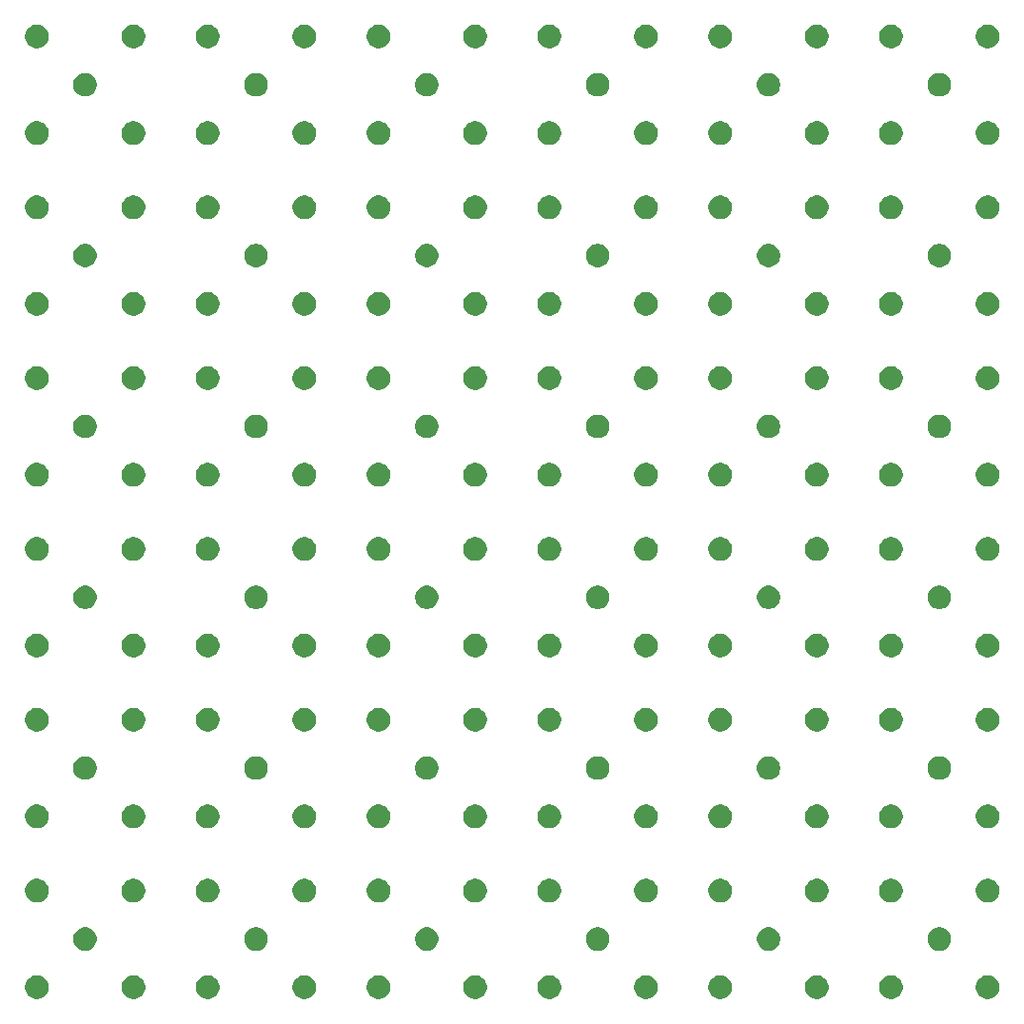
<source format=gbr>
G04 #@! TF.GenerationSoftware,KiCad,Pcbnew,5.1.5+dfsg1-2build2*
G04 #@! TF.CreationDate,2022-03-04T22:17:49-05:00*
G04 #@! TF.ProjectId,,58585858-5858-4585-9858-585858585858,rev?*
G04 #@! TF.SameCoordinates,Original*
G04 #@! TF.FileFunction,Soldermask,Top*
G04 #@! TF.FilePolarity,Negative*
%FSLAX46Y46*%
G04 Gerber Fmt 4.6, Leading zero omitted, Abs format (unit mm)*
G04 Created by KiCad (PCBNEW 5.1.5+dfsg1-2build2) date 2022-03-04 22:17:49*
%MOMM*%
%LPD*%
G04 APERTURE LIST*
%ADD10C,0.100000*%
G04 APERTURE END LIST*
D10*
G36*
X201310176Y-154690199D02*
G01*
X201501352Y-154769387D01*
X201501354Y-154769388D01*
X201673408Y-154884351D01*
X201819729Y-155030672D01*
X201934693Y-155202728D01*
X202013881Y-155393904D01*
X202054250Y-155596854D01*
X202054250Y-155803786D01*
X202013881Y-156006736D01*
X201934693Y-156197912D01*
X201934692Y-156197914D01*
X201819729Y-156369968D01*
X201673408Y-156516289D01*
X201501354Y-156631252D01*
X201501353Y-156631253D01*
X201501352Y-156631253D01*
X201310176Y-156710441D01*
X201107226Y-156750810D01*
X200900294Y-156750810D01*
X200697344Y-156710441D01*
X200506168Y-156631253D01*
X200506167Y-156631253D01*
X200506166Y-156631252D01*
X200334112Y-156516289D01*
X200187791Y-156369968D01*
X200072828Y-156197914D01*
X200072827Y-156197912D01*
X199993639Y-156006736D01*
X199953270Y-155803786D01*
X199953270Y-155596854D01*
X199993639Y-155393904D01*
X200072827Y-155202728D01*
X200187791Y-155030672D01*
X200334112Y-154884351D01*
X200506166Y-154769388D01*
X200506168Y-154769387D01*
X200697344Y-154690199D01*
X200900294Y-154649830D01*
X201107226Y-154649830D01*
X201310176Y-154690199D01*
G37*
G36*
X186110176Y-154690199D02*
G01*
X186301352Y-154769387D01*
X186301354Y-154769388D01*
X186473408Y-154884351D01*
X186619729Y-155030672D01*
X186734693Y-155202728D01*
X186813881Y-155393904D01*
X186854250Y-155596854D01*
X186854250Y-155803786D01*
X186813881Y-156006736D01*
X186734693Y-156197912D01*
X186734692Y-156197914D01*
X186619729Y-156369968D01*
X186473408Y-156516289D01*
X186301354Y-156631252D01*
X186301353Y-156631253D01*
X186301352Y-156631253D01*
X186110176Y-156710441D01*
X185907226Y-156750810D01*
X185700294Y-156750810D01*
X185497344Y-156710441D01*
X185306168Y-156631253D01*
X185306167Y-156631253D01*
X185306166Y-156631252D01*
X185134112Y-156516289D01*
X184987791Y-156369968D01*
X184872828Y-156197914D01*
X184872827Y-156197912D01*
X184793639Y-156006736D01*
X184753270Y-155803786D01*
X184753270Y-155596854D01*
X184793639Y-155393904D01*
X184872827Y-155202728D01*
X184987791Y-155030672D01*
X185134112Y-154884351D01*
X185306166Y-154769388D01*
X185306168Y-154769387D01*
X185497344Y-154690199D01*
X185700294Y-154649830D01*
X185907226Y-154649830D01*
X186110176Y-154690199D01*
G37*
G36*
X170910176Y-154690199D02*
G01*
X171101352Y-154769387D01*
X171101354Y-154769388D01*
X171273408Y-154884351D01*
X171419729Y-155030672D01*
X171534693Y-155202728D01*
X171613881Y-155393904D01*
X171654250Y-155596854D01*
X171654250Y-155803786D01*
X171613881Y-156006736D01*
X171534693Y-156197912D01*
X171534692Y-156197914D01*
X171419729Y-156369968D01*
X171273408Y-156516289D01*
X171101354Y-156631252D01*
X171101353Y-156631253D01*
X171101352Y-156631253D01*
X170910176Y-156710441D01*
X170707226Y-156750810D01*
X170500294Y-156750810D01*
X170297344Y-156710441D01*
X170106168Y-156631253D01*
X170106167Y-156631253D01*
X170106166Y-156631252D01*
X169934112Y-156516289D01*
X169787791Y-156369968D01*
X169672828Y-156197914D01*
X169672827Y-156197912D01*
X169593639Y-156006736D01*
X169553270Y-155803786D01*
X169553270Y-155596854D01*
X169593639Y-155393904D01*
X169672827Y-155202728D01*
X169787791Y-155030672D01*
X169934112Y-154884351D01*
X170106166Y-154769388D01*
X170106168Y-154769387D01*
X170297344Y-154690199D01*
X170500294Y-154649830D01*
X170707226Y-154649830D01*
X170910176Y-154690199D01*
G37*
G36*
X155710176Y-154690199D02*
G01*
X155901352Y-154769387D01*
X155901354Y-154769388D01*
X156073408Y-154884351D01*
X156219729Y-155030672D01*
X156334693Y-155202728D01*
X156413881Y-155393904D01*
X156454250Y-155596854D01*
X156454250Y-155803786D01*
X156413881Y-156006736D01*
X156334693Y-156197912D01*
X156334692Y-156197914D01*
X156219729Y-156369968D01*
X156073408Y-156516289D01*
X155901354Y-156631252D01*
X155901353Y-156631253D01*
X155901352Y-156631253D01*
X155710176Y-156710441D01*
X155507226Y-156750810D01*
X155300294Y-156750810D01*
X155097344Y-156710441D01*
X154906168Y-156631253D01*
X154906167Y-156631253D01*
X154906166Y-156631252D01*
X154734112Y-156516289D01*
X154587791Y-156369968D01*
X154472828Y-156197914D01*
X154472827Y-156197912D01*
X154393639Y-156006736D01*
X154353270Y-155803786D01*
X154353270Y-155596854D01*
X154393639Y-155393904D01*
X154472827Y-155202728D01*
X154587791Y-155030672D01*
X154734112Y-154884351D01*
X154906166Y-154769388D01*
X154906168Y-154769387D01*
X155097344Y-154690199D01*
X155300294Y-154649830D01*
X155507226Y-154649830D01*
X155710176Y-154690199D01*
G37*
G36*
X140510176Y-154690199D02*
G01*
X140701352Y-154769387D01*
X140701354Y-154769388D01*
X140873408Y-154884351D01*
X141019729Y-155030672D01*
X141134693Y-155202728D01*
X141213881Y-155393904D01*
X141254250Y-155596854D01*
X141254250Y-155803786D01*
X141213881Y-156006736D01*
X141134693Y-156197912D01*
X141134692Y-156197914D01*
X141019729Y-156369968D01*
X140873408Y-156516289D01*
X140701354Y-156631252D01*
X140701353Y-156631253D01*
X140701352Y-156631253D01*
X140510176Y-156710441D01*
X140307226Y-156750810D01*
X140100294Y-156750810D01*
X139897344Y-156710441D01*
X139706168Y-156631253D01*
X139706167Y-156631253D01*
X139706166Y-156631252D01*
X139534112Y-156516289D01*
X139387791Y-156369968D01*
X139272828Y-156197914D01*
X139272827Y-156197912D01*
X139193639Y-156006736D01*
X139153270Y-155803786D01*
X139153270Y-155596854D01*
X139193639Y-155393904D01*
X139272827Y-155202728D01*
X139387791Y-155030672D01*
X139534112Y-154884351D01*
X139706166Y-154769388D01*
X139706168Y-154769387D01*
X139897344Y-154690199D01*
X140100294Y-154649830D01*
X140307226Y-154649830D01*
X140510176Y-154690199D01*
G37*
G36*
X125310176Y-154690199D02*
G01*
X125501352Y-154769387D01*
X125501354Y-154769388D01*
X125673408Y-154884351D01*
X125819729Y-155030672D01*
X125934693Y-155202728D01*
X126013881Y-155393904D01*
X126054250Y-155596854D01*
X126054250Y-155803786D01*
X126013881Y-156006736D01*
X125934693Y-156197912D01*
X125934692Y-156197914D01*
X125819729Y-156369968D01*
X125673408Y-156516289D01*
X125501354Y-156631252D01*
X125501353Y-156631253D01*
X125501352Y-156631253D01*
X125310176Y-156710441D01*
X125107226Y-156750810D01*
X124900294Y-156750810D01*
X124697344Y-156710441D01*
X124506168Y-156631253D01*
X124506167Y-156631253D01*
X124506166Y-156631252D01*
X124334112Y-156516289D01*
X124187791Y-156369968D01*
X124072828Y-156197914D01*
X124072827Y-156197912D01*
X123993639Y-156006736D01*
X123953270Y-155803786D01*
X123953270Y-155596854D01*
X123993639Y-155393904D01*
X124072827Y-155202728D01*
X124187791Y-155030672D01*
X124334112Y-154884351D01*
X124506166Y-154769388D01*
X124506168Y-154769387D01*
X124697344Y-154690199D01*
X124900294Y-154649830D01*
X125107226Y-154649830D01*
X125310176Y-154690199D01*
G37*
G36*
X192710176Y-154690199D02*
G01*
X192901352Y-154769387D01*
X192901354Y-154769388D01*
X193073408Y-154884351D01*
X193219729Y-155030672D01*
X193334693Y-155202728D01*
X193413881Y-155393904D01*
X193454250Y-155596854D01*
X193454250Y-155803786D01*
X193413881Y-156006736D01*
X193334693Y-156197912D01*
X193334692Y-156197914D01*
X193219729Y-156369968D01*
X193073408Y-156516289D01*
X192901354Y-156631252D01*
X192901353Y-156631253D01*
X192901352Y-156631253D01*
X192710176Y-156710441D01*
X192507226Y-156750810D01*
X192300294Y-156750810D01*
X192097344Y-156710441D01*
X191906168Y-156631253D01*
X191906167Y-156631253D01*
X191906166Y-156631252D01*
X191734112Y-156516289D01*
X191587791Y-156369968D01*
X191472828Y-156197914D01*
X191472827Y-156197912D01*
X191393639Y-156006736D01*
X191353270Y-155803786D01*
X191353270Y-155596854D01*
X191393639Y-155393904D01*
X191472827Y-155202728D01*
X191587791Y-155030672D01*
X191734112Y-154884351D01*
X191906166Y-154769388D01*
X191906168Y-154769387D01*
X192097344Y-154690199D01*
X192300294Y-154649830D01*
X192507226Y-154649830D01*
X192710176Y-154690199D01*
G37*
G36*
X177510176Y-154690199D02*
G01*
X177701352Y-154769387D01*
X177701354Y-154769388D01*
X177873408Y-154884351D01*
X178019729Y-155030672D01*
X178134693Y-155202728D01*
X178213881Y-155393904D01*
X178254250Y-155596854D01*
X178254250Y-155803786D01*
X178213881Y-156006736D01*
X178134693Y-156197912D01*
X178134692Y-156197914D01*
X178019729Y-156369968D01*
X177873408Y-156516289D01*
X177701354Y-156631252D01*
X177701353Y-156631253D01*
X177701352Y-156631253D01*
X177510176Y-156710441D01*
X177307226Y-156750810D01*
X177100294Y-156750810D01*
X176897344Y-156710441D01*
X176706168Y-156631253D01*
X176706167Y-156631253D01*
X176706166Y-156631252D01*
X176534112Y-156516289D01*
X176387791Y-156369968D01*
X176272828Y-156197914D01*
X176272827Y-156197912D01*
X176193639Y-156006736D01*
X176153270Y-155803786D01*
X176153270Y-155596854D01*
X176193639Y-155393904D01*
X176272827Y-155202728D01*
X176387791Y-155030672D01*
X176534112Y-154884351D01*
X176706166Y-154769388D01*
X176706168Y-154769387D01*
X176897344Y-154690199D01*
X177100294Y-154649830D01*
X177307226Y-154649830D01*
X177510176Y-154690199D01*
G37*
G36*
X147110176Y-154690199D02*
G01*
X147301352Y-154769387D01*
X147301354Y-154769388D01*
X147473408Y-154884351D01*
X147619729Y-155030672D01*
X147734693Y-155202728D01*
X147813881Y-155393904D01*
X147854250Y-155596854D01*
X147854250Y-155803786D01*
X147813881Y-156006736D01*
X147734693Y-156197912D01*
X147734692Y-156197914D01*
X147619729Y-156369968D01*
X147473408Y-156516289D01*
X147301354Y-156631252D01*
X147301353Y-156631253D01*
X147301352Y-156631253D01*
X147110176Y-156710441D01*
X146907226Y-156750810D01*
X146700294Y-156750810D01*
X146497344Y-156710441D01*
X146306168Y-156631253D01*
X146306167Y-156631253D01*
X146306166Y-156631252D01*
X146134112Y-156516289D01*
X145987791Y-156369968D01*
X145872828Y-156197914D01*
X145872827Y-156197912D01*
X145793639Y-156006736D01*
X145753270Y-155803786D01*
X145753270Y-155596854D01*
X145793639Y-155393904D01*
X145872827Y-155202728D01*
X145987791Y-155030672D01*
X146134112Y-154884351D01*
X146306166Y-154769388D01*
X146306168Y-154769387D01*
X146497344Y-154690199D01*
X146700294Y-154649830D01*
X146907226Y-154649830D01*
X147110176Y-154690199D01*
G37*
G36*
X131910176Y-154690199D02*
G01*
X132101352Y-154769387D01*
X132101354Y-154769388D01*
X132273408Y-154884351D01*
X132419729Y-155030672D01*
X132534693Y-155202728D01*
X132613881Y-155393904D01*
X132654250Y-155596854D01*
X132654250Y-155803786D01*
X132613881Y-156006736D01*
X132534693Y-156197912D01*
X132534692Y-156197914D01*
X132419729Y-156369968D01*
X132273408Y-156516289D01*
X132101354Y-156631252D01*
X132101353Y-156631253D01*
X132101352Y-156631253D01*
X131910176Y-156710441D01*
X131707226Y-156750810D01*
X131500294Y-156750810D01*
X131297344Y-156710441D01*
X131106168Y-156631253D01*
X131106167Y-156631253D01*
X131106166Y-156631252D01*
X130934112Y-156516289D01*
X130787791Y-156369968D01*
X130672828Y-156197914D01*
X130672827Y-156197912D01*
X130593639Y-156006736D01*
X130553270Y-155803786D01*
X130553270Y-155596854D01*
X130593639Y-155393904D01*
X130672827Y-155202728D01*
X130787791Y-155030672D01*
X130934112Y-154884351D01*
X131106166Y-154769388D01*
X131106168Y-154769387D01*
X131297344Y-154690199D01*
X131500294Y-154649830D01*
X131707226Y-154649830D01*
X131910176Y-154690199D01*
G37*
G36*
X116710176Y-154690199D02*
G01*
X116901352Y-154769387D01*
X116901354Y-154769388D01*
X117073408Y-154884351D01*
X117219729Y-155030672D01*
X117334693Y-155202728D01*
X117413881Y-155393904D01*
X117454250Y-155596854D01*
X117454250Y-155803786D01*
X117413881Y-156006736D01*
X117334693Y-156197912D01*
X117334692Y-156197914D01*
X117219729Y-156369968D01*
X117073408Y-156516289D01*
X116901354Y-156631252D01*
X116901353Y-156631253D01*
X116901352Y-156631253D01*
X116710176Y-156710441D01*
X116507226Y-156750810D01*
X116300294Y-156750810D01*
X116097344Y-156710441D01*
X115906168Y-156631253D01*
X115906167Y-156631253D01*
X115906166Y-156631252D01*
X115734112Y-156516289D01*
X115587791Y-156369968D01*
X115472828Y-156197914D01*
X115472827Y-156197912D01*
X115393639Y-156006736D01*
X115353270Y-155803786D01*
X115353270Y-155596854D01*
X115393639Y-155393904D01*
X115472827Y-155202728D01*
X115587791Y-155030672D01*
X115734112Y-154884351D01*
X115906166Y-154769388D01*
X115906168Y-154769387D01*
X116097344Y-154690199D01*
X116300294Y-154649830D01*
X116507226Y-154649830D01*
X116710176Y-154690199D01*
G37*
G36*
X162310176Y-154690199D02*
G01*
X162501352Y-154769387D01*
X162501354Y-154769388D01*
X162673408Y-154884351D01*
X162819729Y-155030672D01*
X162934693Y-155202728D01*
X163013881Y-155393904D01*
X163054250Y-155596854D01*
X163054250Y-155803786D01*
X163013881Y-156006736D01*
X162934693Y-156197912D01*
X162934692Y-156197914D01*
X162819729Y-156369968D01*
X162673408Y-156516289D01*
X162501354Y-156631252D01*
X162501353Y-156631253D01*
X162501352Y-156631253D01*
X162310176Y-156710441D01*
X162107226Y-156750810D01*
X161900294Y-156750810D01*
X161697344Y-156710441D01*
X161506168Y-156631253D01*
X161506167Y-156631253D01*
X161506166Y-156631252D01*
X161334112Y-156516289D01*
X161187791Y-156369968D01*
X161072828Y-156197914D01*
X161072827Y-156197912D01*
X160993639Y-156006736D01*
X160953270Y-155803786D01*
X160953270Y-155596854D01*
X160993639Y-155393904D01*
X161072827Y-155202728D01*
X161187791Y-155030672D01*
X161334112Y-154884351D01*
X161506166Y-154769388D01*
X161506168Y-154769387D01*
X161697344Y-154690199D01*
X161900294Y-154649830D01*
X162107226Y-154649830D01*
X162310176Y-154690199D01*
G37*
G36*
X197010176Y-150390199D02*
G01*
X197201352Y-150469387D01*
X197201354Y-150469388D01*
X197373408Y-150584351D01*
X197519729Y-150730672D01*
X197634693Y-150902728D01*
X197713881Y-151093904D01*
X197754250Y-151296854D01*
X197754250Y-151503786D01*
X197713881Y-151706736D01*
X197634693Y-151897912D01*
X197634692Y-151897914D01*
X197519729Y-152069968D01*
X197373408Y-152216289D01*
X197201354Y-152331252D01*
X197201353Y-152331253D01*
X197201352Y-152331253D01*
X197010176Y-152410441D01*
X196807226Y-152450810D01*
X196600294Y-152450810D01*
X196397344Y-152410441D01*
X196206168Y-152331253D01*
X196206167Y-152331253D01*
X196206166Y-152331252D01*
X196034112Y-152216289D01*
X195887791Y-152069968D01*
X195772828Y-151897914D01*
X195772827Y-151897912D01*
X195693639Y-151706736D01*
X195653270Y-151503786D01*
X195653270Y-151296854D01*
X195693639Y-151093904D01*
X195772827Y-150902728D01*
X195887791Y-150730672D01*
X196034112Y-150584351D01*
X196206166Y-150469388D01*
X196206168Y-150469387D01*
X196397344Y-150390199D01*
X196600294Y-150349830D01*
X196807226Y-150349830D01*
X197010176Y-150390199D01*
G37*
G36*
X181810176Y-150390199D02*
G01*
X182001352Y-150469387D01*
X182001354Y-150469388D01*
X182173408Y-150584351D01*
X182319729Y-150730672D01*
X182434693Y-150902728D01*
X182513881Y-151093904D01*
X182554250Y-151296854D01*
X182554250Y-151503786D01*
X182513881Y-151706736D01*
X182434693Y-151897912D01*
X182434692Y-151897914D01*
X182319729Y-152069968D01*
X182173408Y-152216289D01*
X182001354Y-152331252D01*
X182001353Y-152331253D01*
X182001352Y-152331253D01*
X181810176Y-152410441D01*
X181607226Y-152450810D01*
X181400294Y-152450810D01*
X181197344Y-152410441D01*
X181006168Y-152331253D01*
X181006167Y-152331253D01*
X181006166Y-152331252D01*
X180834112Y-152216289D01*
X180687791Y-152069968D01*
X180572828Y-151897914D01*
X180572827Y-151897912D01*
X180493639Y-151706736D01*
X180453270Y-151503786D01*
X180453270Y-151296854D01*
X180493639Y-151093904D01*
X180572827Y-150902728D01*
X180687791Y-150730672D01*
X180834112Y-150584351D01*
X181006166Y-150469388D01*
X181006168Y-150469387D01*
X181197344Y-150390199D01*
X181400294Y-150349830D01*
X181607226Y-150349830D01*
X181810176Y-150390199D01*
G37*
G36*
X166610176Y-150390199D02*
G01*
X166801352Y-150469387D01*
X166801354Y-150469388D01*
X166973408Y-150584351D01*
X167119729Y-150730672D01*
X167234693Y-150902728D01*
X167313881Y-151093904D01*
X167354250Y-151296854D01*
X167354250Y-151503786D01*
X167313881Y-151706736D01*
X167234693Y-151897912D01*
X167234692Y-151897914D01*
X167119729Y-152069968D01*
X166973408Y-152216289D01*
X166801354Y-152331252D01*
X166801353Y-152331253D01*
X166801352Y-152331253D01*
X166610176Y-152410441D01*
X166407226Y-152450810D01*
X166200294Y-152450810D01*
X165997344Y-152410441D01*
X165806168Y-152331253D01*
X165806167Y-152331253D01*
X165806166Y-152331252D01*
X165634112Y-152216289D01*
X165487791Y-152069968D01*
X165372828Y-151897914D01*
X165372827Y-151897912D01*
X165293639Y-151706736D01*
X165253270Y-151503786D01*
X165253270Y-151296854D01*
X165293639Y-151093904D01*
X165372827Y-150902728D01*
X165487791Y-150730672D01*
X165634112Y-150584351D01*
X165806166Y-150469388D01*
X165806168Y-150469387D01*
X165997344Y-150390199D01*
X166200294Y-150349830D01*
X166407226Y-150349830D01*
X166610176Y-150390199D01*
G37*
G36*
X151410176Y-150390199D02*
G01*
X151601352Y-150469387D01*
X151601354Y-150469388D01*
X151773408Y-150584351D01*
X151919729Y-150730672D01*
X152034693Y-150902728D01*
X152113881Y-151093904D01*
X152154250Y-151296854D01*
X152154250Y-151503786D01*
X152113881Y-151706736D01*
X152034693Y-151897912D01*
X152034692Y-151897914D01*
X151919729Y-152069968D01*
X151773408Y-152216289D01*
X151601354Y-152331252D01*
X151601353Y-152331253D01*
X151601352Y-152331253D01*
X151410176Y-152410441D01*
X151207226Y-152450810D01*
X151000294Y-152450810D01*
X150797344Y-152410441D01*
X150606168Y-152331253D01*
X150606167Y-152331253D01*
X150606166Y-152331252D01*
X150434112Y-152216289D01*
X150287791Y-152069968D01*
X150172828Y-151897914D01*
X150172827Y-151897912D01*
X150093639Y-151706736D01*
X150053270Y-151503786D01*
X150053270Y-151296854D01*
X150093639Y-151093904D01*
X150172827Y-150902728D01*
X150287791Y-150730672D01*
X150434112Y-150584351D01*
X150606166Y-150469388D01*
X150606168Y-150469387D01*
X150797344Y-150390199D01*
X151000294Y-150349830D01*
X151207226Y-150349830D01*
X151410176Y-150390199D01*
G37*
G36*
X136210176Y-150390199D02*
G01*
X136401352Y-150469387D01*
X136401354Y-150469388D01*
X136573408Y-150584351D01*
X136719729Y-150730672D01*
X136834693Y-150902728D01*
X136913881Y-151093904D01*
X136954250Y-151296854D01*
X136954250Y-151503786D01*
X136913881Y-151706736D01*
X136834693Y-151897912D01*
X136834692Y-151897914D01*
X136719729Y-152069968D01*
X136573408Y-152216289D01*
X136401354Y-152331252D01*
X136401353Y-152331253D01*
X136401352Y-152331253D01*
X136210176Y-152410441D01*
X136007226Y-152450810D01*
X135800294Y-152450810D01*
X135597344Y-152410441D01*
X135406168Y-152331253D01*
X135406167Y-152331253D01*
X135406166Y-152331252D01*
X135234112Y-152216289D01*
X135087791Y-152069968D01*
X134972828Y-151897914D01*
X134972827Y-151897912D01*
X134893639Y-151706736D01*
X134853270Y-151503786D01*
X134853270Y-151296854D01*
X134893639Y-151093904D01*
X134972827Y-150902728D01*
X135087791Y-150730672D01*
X135234112Y-150584351D01*
X135406166Y-150469388D01*
X135406168Y-150469387D01*
X135597344Y-150390199D01*
X135800294Y-150349830D01*
X136007226Y-150349830D01*
X136210176Y-150390199D01*
G37*
G36*
X121010176Y-150390199D02*
G01*
X121201352Y-150469387D01*
X121201354Y-150469388D01*
X121373408Y-150584351D01*
X121519729Y-150730672D01*
X121634693Y-150902728D01*
X121713881Y-151093904D01*
X121754250Y-151296854D01*
X121754250Y-151503786D01*
X121713881Y-151706736D01*
X121634693Y-151897912D01*
X121634692Y-151897914D01*
X121519729Y-152069968D01*
X121373408Y-152216289D01*
X121201354Y-152331252D01*
X121201353Y-152331253D01*
X121201352Y-152331253D01*
X121010176Y-152410441D01*
X120807226Y-152450810D01*
X120600294Y-152450810D01*
X120397344Y-152410441D01*
X120206168Y-152331253D01*
X120206167Y-152331253D01*
X120206166Y-152331252D01*
X120034112Y-152216289D01*
X119887791Y-152069968D01*
X119772828Y-151897914D01*
X119772827Y-151897912D01*
X119693639Y-151706736D01*
X119653270Y-151503786D01*
X119653270Y-151296854D01*
X119693639Y-151093904D01*
X119772827Y-150902728D01*
X119887791Y-150730672D01*
X120034112Y-150584351D01*
X120206166Y-150469388D01*
X120206168Y-150469387D01*
X120397344Y-150390199D01*
X120600294Y-150349830D01*
X120807226Y-150349830D01*
X121010176Y-150390199D01*
G37*
G36*
X147110176Y-146090199D02*
G01*
X147301352Y-146169387D01*
X147301354Y-146169388D01*
X147473408Y-146284351D01*
X147619729Y-146430672D01*
X147734693Y-146602728D01*
X147813881Y-146793904D01*
X147854250Y-146996854D01*
X147854250Y-147203786D01*
X147813881Y-147406736D01*
X147734693Y-147597912D01*
X147734692Y-147597914D01*
X147619729Y-147769968D01*
X147473408Y-147916289D01*
X147301354Y-148031252D01*
X147301353Y-148031253D01*
X147301352Y-148031253D01*
X147110176Y-148110441D01*
X146907226Y-148150810D01*
X146700294Y-148150810D01*
X146497344Y-148110441D01*
X146306168Y-148031253D01*
X146306167Y-148031253D01*
X146306166Y-148031252D01*
X146134112Y-147916289D01*
X145987791Y-147769968D01*
X145872828Y-147597914D01*
X145872827Y-147597912D01*
X145793639Y-147406736D01*
X145753270Y-147203786D01*
X145753270Y-146996854D01*
X145793639Y-146793904D01*
X145872827Y-146602728D01*
X145987791Y-146430672D01*
X146134112Y-146284351D01*
X146306166Y-146169388D01*
X146306168Y-146169387D01*
X146497344Y-146090199D01*
X146700294Y-146049830D01*
X146907226Y-146049830D01*
X147110176Y-146090199D01*
G37*
G36*
X116710176Y-146090199D02*
G01*
X116901352Y-146169387D01*
X116901354Y-146169388D01*
X117073408Y-146284351D01*
X117219729Y-146430672D01*
X117334693Y-146602728D01*
X117413881Y-146793904D01*
X117454250Y-146996854D01*
X117454250Y-147203786D01*
X117413881Y-147406736D01*
X117334693Y-147597912D01*
X117334692Y-147597914D01*
X117219729Y-147769968D01*
X117073408Y-147916289D01*
X116901354Y-148031252D01*
X116901353Y-148031253D01*
X116901352Y-148031253D01*
X116710176Y-148110441D01*
X116507226Y-148150810D01*
X116300294Y-148150810D01*
X116097344Y-148110441D01*
X115906168Y-148031253D01*
X115906167Y-148031253D01*
X115906166Y-148031252D01*
X115734112Y-147916289D01*
X115587791Y-147769968D01*
X115472828Y-147597914D01*
X115472827Y-147597912D01*
X115393639Y-147406736D01*
X115353270Y-147203786D01*
X115353270Y-146996854D01*
X115393639Y-146793904D01*
X115472827Y-146602728D01*
X115587791Y-146430672D01*
X115734112Y-146284351D01*
X115906166Y-146169388D01*
X115906168Y-146169387D01*
X116097344Y-146090199D01*
X116300294Y-146049830D01*
X116507226Y-146049830D01*
X116710176Y-146090199D01*
G37*
G36*
X131910176Y-146090199D02*
G01*
X132101352Y-146169387D01*
X132101354Y-146169388D01*
X132273408Y-146284351D01*
X132419729Y-146430672D01*
X132534693Y-146602728D01*
X132613881Y-146793904D01*
X132654250Y-146996854D01*
X132654250Y-147203786D01*
X132613881Y-147406736D01*
X132534693Y-147597912D01*
X132534692Y-147597914D01*
X132419729Y-147769968D01*
X132273408Y-147916289D01*
X132101354Y-148031252D01*
X132101353Y-148031253D01*
X132101352Y-148031253D01*
X131910176Y-148110441D01*
X131707226Y-148150810D01*
X131500294Y-148150810D01*
X131297344Y-148110441D01*
X131106168Y-148031253D01*
X131106167Y-148031253D01*
X131106166Y-148031252D01*
X130934112Y-147916289D01*
X130787791Y-147769968D01*
X130672828Y-147597914D01*
X130672827Y-147597912D01*
X130593639Y-147406736D01*
X130553270Y-147203786D01*
X130553270Y-146996854D01*
X130593639Y-146793904D01*
X130672827Y-146602728D01*
X130787791Y-146430672D01*
X130934112Y-146284351D01*
X131106166Y-146169388D01*
X131106168Y-146169387D01*
X131297344Y-146090199D01*
X131500294Y-146049830D01*
X131707226Y-146049830D01*
X131910176Y-146090199D01*
G37*
G36*
X162310176Y-146090199D02*
G01*
X162501352Y-146169387D01*
X162501354Y-146169388D01*
X162673408Y-146284351D01*
X162819729Y-146430672D01*
X162934693Y-146602728D01*
X163013881Y-146793904D01*
X163054250Y-146996854D01*
X163054250Y-147203786D01*
X163013881Y-147406736D01*
X162934693Y-147597912D01*
X162934692Y-147597914D01*
X162819729Y-147769968D01*
X162673408Y-147916289D01*
X162501354Y-148031252D01*
X162501353Y-148031253D01*
X162501352Y-148031253D01*
X162310176Y-148110441D01*
X162107226Y-148150810D01*
X161900294Y-148150810D01*
X161697344Y-148110441D01*
X161506168Y-148031253D01*
X161506167Y-148031253D01*
X161506166Y-148031252D01*
X161334112Y-147916289D01*
X161187791Y-147769968D01*
X161072828Y-147597914D01*
X161072827Y-147597912D01*
X160993639Y-147406736D01*
X160953270Y-147203786D01*
X160953270Y-146996854D01*
X160993639Y-146793904D01*
X161072827Y-146602728D01*
X161187791Y-146430672D01*
X161334112Y-146284351D01*
X161506166Y-146169388D01*
X161506168Y-146169387D01*
X161697344Y-146090199D01*
X161900294Y-146049830D01*
X162107226Y-146049830D01*
X162310176Y-146090199D01*
G37*
G36*
X177510176Y-146090199D02*
G01*
X177701352Y-146169387D01*
X177701354Y-146169388D01*
X177873408Y-146284351D01*
X178019729Y-146430672D01*
X178134693Y-146602728D01*
X178213881Y-146793904D01*
X178254250Y-146996854D01*
X178254250Y-147203786D01*
X178213881Y-147406736D01*
X178134693Y-147597912D01*
X178134692Y-147597914D01*
X178019729Y-147769968D01*
X177873408Y-147916289D01*
X177701354Y-148031252D01*
X177701353Y-148031253D01*
X177701352Y-148031253D01*
X177510176Y-148110441D01*
X177307226Y-148150810D01*
X177100294Y-148150810D01*
X176897344Y-148110441D01*
X176706168Y-148031253D01*
X176706167Y-148031253D01*
X176706166Y-148031252D01*
X176534112Y-147916289D01*
X176387791Y-147769968D01*
X176272828Y-147597914D01*
X176272827Y-147597912D01*
X176193639Y-147406736D01*
X176153270Y-147203786D01*
X176153270Y-146996854D01*
X176193639Y-146793904D01*
X176272827Y-146602728D01*
X176387791Y-146430672D01*
X176534112Y-146284351D01*
X176706166Y-146169388D01*
X176706168Y-146169387D01*
X176897344Y-146090199D01*
X177100294Y-146049830D01*
X177307226Y-146049830D01*
X177510176Y-146090199D01*
G37*
G36*
X192710176Y-146090199D02*
G01*
X192901352Y-146169387D01*
X192901354Y-146169388D01*
X193073408Y-146284351D01*
X193219729Y-146430672D01*
X193334693Y-146602728D01*
X193413881Y-146793904D01*
X193454250Y-146996854D01*
X193454250Y-147203786D01*
X193413881Y-147406736D01*
X193334693Y-147597912D01*
X193334692Y-147597914D01*
X193219729Y-147769968D01*
X193073408Y-147916289D01*
X192901354Y-148031252D01*
X192901353Y-148031253D01*
X192901352Y-148031253D01*
X192710176Y-148110441D01*
X192507226Y-148150810D01*
X192300294Y-148150810D01*
X192097344Y-148110441D01*
X191906168Y-148031253D01*
X191906167Y-148031253D01*
X191906166Y-148031252D01*
X191734112Y-147916289D01*
X191587791Y-147769968D01*
X191472828Y-147597914D01*
X191472827Y-147597912D01*
X191393639Y-147406736D01*
X191353270Y-147203786D01*
X191353270Y-146996854D01*
X191393639Y-146793904D01*
X191472827Y-146602728D01*
X191587791Y-146430672D01*
X191734112Y-146284351D01*
X191906166Y-146169388D01*
X191906168Y-146169387D01*
X192097344Y-146090199D01*
X192300294Y-146049830D01*
X192507226Y-146049830D01*
X192710176Y-146090199D01*
G37*
G36*
X140510176Y-146090199D02*
G01*
X140701352Y-146169387D01*
X140701354Y-146169388D01*
X140873408Y-146284351D01*
X141019729Y-146430672D01*
X141134693Y-146602728D01*
X141213881Y-146793904D01*
X141254250Y-146996854D01*
X141254250Y-147203786D01*
X141213881Y-147406736D01*
X141134693Y-147597912D01*
X141134692Y-147597914D01*
X141019729Y-147769968D01*
X140873408Y-147916289D01*
X140701354Y-148031252D01*
X140701353Y-148031253D01*
X140701352Y-148031253D01*
X140510176Y-148110441D01*
X140307226Y-148150810D01*
X140100294Y-148150810D01*
X139897344Y-148110441D01*
X139706168Y-148031253D01*
X139706167Y-148031253D01*
X139706166Y-148031252D01*
X139534112Y-147916289D01*
X139387791Y-147769968D01*
X139272828Y-147597914D01*
X139272827Y-147597912D01*
X139193639Y-147406736D01*
X139153270Y-147203786D01*
X139153270Y-146996854D01*
X139193639Y-146793904D01*
X139272827Y-146602728D01*
X139387791Y-146430672D01*
X139534112Y-146284351D01*
X139706166Y-146169388D01*
X139706168Y-146169387D01*
X139897344Y-146090199D01*
X140100294Y-146049830D01*
X140307226Y-146049830D01*
X140510176Y-146090199D01*
G37*
G36*
X155710176Y-146090199D02*
G01*
X155901352Y-146169387D01*
X155901354Y-146169388D01*
X156073408Y-146284351D01*
X156219729Y-146430672D01*
X156334693Y-146602728D01*
X156413881Y-146793904D01*
X156454250Y-146996854D01*
X156454250Y-147203786D01*
X156413881Y-147406736D01*
X156334693Y-147597912D01*
X156334692Y-147597914D01*
X156219729Y-147769968D01*
X156073408Y-147916289D01*
X155901354Y-148031252D01*
X155901353Y-148031253D01*
X155901352Y-148031253D01*
X155710176Y-148110441D01*
X155507226Y-148150810D01*
X155300294Y-148150810D01*
X155097344Y-148110441D01*
X154906168Y-148031253D01*
X154906167Y-148031253D01*
X154906166Y-148031252D01*
X154734112Y-147916289D01*
X154587791Y-147769968D01*
X154472828Y-147597914D01*
X154472827Y-147597912D01*
X154393639Y-147406736D01*
X154353270Y-147203786D01*
X154353270Y-146996854D01*
X154393639Y-146793904D01*
X154472827Y-146602728D01*
X154587791Y-146430672D01*
X154734112Y-146284351D01*
X154906166Y-146169388D01*
X154906168Y-146169387D01*
X155097344Y-146090199D01*
X155300294Y-146049830D01*
X155507226Y-146049830D01*
X155710176Y-146090199D01*
G37*
G36*
X201310176Y-146090199D02*
G01*
X201501352Y-146169387D01*
X201501354Y-146169388D01*
X201673408Y-146284351D01*
X201819729Y-146430672D01*
X201934693Y-146602728D01*
X202013881Y-146793904D01*
X202054250Y-146996854D01*
X202054250Y-147203786D01*
X202013881Y-147406736D01*
X201934693Y-147597912D01*
X201934692Y-147597914D01*
X201819729Y-147769968D01*
X201673408Y-147916289D01*
X201501354Y-148031252D01*
X201501353Y-148031253D01*
X201501352Y-148031253D01*
X201310176Y-148110441D01*
X201107226Y-148150810D01*
X200900294Y-148150810D01*
X200697344Y-148110441D01*
X200506168Y-148031253D01*
X200506167Y-148031253D01*
X200506166Y-148031252D01*
X200334112Y-147916289D01*
X200187791Y-147769968D01*
X200072828Y-147597914D01*
X200072827Y-147597912D01*
X199993639Y-147406736D01*
X199953270Y-147203786D01*
X199953270Y-146996854D01*
X199993639Y-146793904D01*
X200072827Y-146602728D01*
X200187791Y-146430672D01*
X200334112Y-146284351D01*
X200506166Y-146169388D01*
X200506168Y-146169387D01*
X200697344Y-146090199D01*
X200900294Y-146049830D01*
X201107226Y-146049830D01*
X201310176Y-146090199D01*
G37*
G36*
X170910176Y-146090199D02*
G01*
X171101352Y-146169387D01*
X171101354Y-146169388D01*
X171273408Y-146284351D01*
X171419729Y-146430672D01*
X171534693Y-146602728D01*
X171613881Y-146793904D01*
X171654250Y-146996854D01*
X171654250Y-147203786D01*
X171613881Y-147406736D01*
X171534693Y-147597912D01*
X171534692Y-147597914D01*
X171419729Y-147769968D01*
X171273408Y-147916289D01*
X171101354Y-148031252D01*
X171101353Y-148031253D01*
X171101352Y-148031253D01*
X170910176Y-148110441D01*
X170707226Y-148150810D01*
X170500294Y-148150810D01*
X170297344Y-148110441D01*
X170106168Y-148031253D01*
X170106167Y-148031253D01*
X170106166Y-148031252D01*
X169934112Y-147916289D01*
X169787791Y-147769968D01*
X169672828Y-147597914D01*
X169672827Y-147597912D01*
X169593639Y-147406736D01*
X169553270Y-147203786D01*
X169553270Y-146996854D01*
X169593639Y-146793904D01*
X169672827Y-146602728D01*
X169787791Y-146430672D01*
X169934112Y-146284351D01*
X170106166Y-146169388D01*
X170106168Y-146169387D01*
X170297344Y-146090199D01*
X170500294Y-146049830D01*
X170707226Y-146049830D01*
X170910176Y-146090199D01*
G37*
G36*
X186110176Y-146090199D02*
G01*
X186301352Y-146169387D01*
X186301354Y-146169388D01*
X186473408Y-146284351D01*
X186619729Y-146430672D01*
X186734693Y-146602728D01*
X186813881Y-146793904D01*
X186854250Y-146996854D01*
X186854250Y-147203786D01*
X186813881Y-147406736D01*
X186734693Y-147597912D01*
X186734692Y-147597914D01*
X186619729Y-147769968D01*
X186473408Y-147916289D01*
X186301354Y-148031252D01*
X186301353Y-148031253D01*
X186301352Y-148031253D01*
X186110176Y-148110441D01*
X185907226Y-148150810D01*
X185700294Y-148150810D01*
X185497344Y-148110441D01*
X185306168Y-148031253D01*
X185306167Y-148031253D01*
X185306166Y-148031252D01*
X185134112Y-147916289D01*
X184987791Y-147769968D01*
X184872828Y-147597914D01*
X184872827Y-147597912D01*
X184793639Y-147406736D01*
X184753270Y-147203786D01*
X184753270Y-146996854D01*
X184793639Y-146793904D01*
X184872827Y-146602728D01*
X184987791Y-146430672D01*
X185134112Y-146284351D01*
X185306166Y-146169388D01*
X185306168Y-146169387D01*
X185497344Y-146090199D01*
X185700294Y-146049830D01*
X185907226Y-146049830D01*
X186110176Y-146090199D01*
G37*
G36*
X125310176Y-146090199D02*
G01*
X125501352Y-146169387D01*
X125501354Y-146169388D01*
X125673408Y-146284351D01*
X125819729Y-146430672D01*
X125934693Y-146602728D01*
X126013881Y-146793904D01*
X126054250Y-146996854D01*
X126054250Y-147203786D01*
X126013881Y-147406736D01*
X125934693Y-147597912D01*
X125934692Y-147597914D01*
X125819729Y-147769968D01*
X125673408Y-147916289D01*
X125501354Y-148031252D01*
X125501353Y-148031253D01*
X125501352Y-148031253D01*
X125310176Y-148110441D01*
X125107226Y-148150810D01*
X124900294Y-148150810D01*
X124697344Y-148110441D01*
X124506168Y-148031253D01*
X124506167Y-148031253D01*
X124506166Y-148031252D01*
X124334112Y-147916289D01*
X124187791Y-147769968D01*
X124072828Y-147597914D01*
X124072827Y-147597912D01*
X123993639Y-147406736D01*
X123953270Y-147203786D01*
X123953270Y-146996854D01*
X123993639Y-146793904D01*
X124072827Y-146602728D01*
X124187791Y-146430672D01*
X124334112Y-146284351D01*
X124506166Y-146169388D01*
X124506168Y-146169387D01*
X124697344Y-146090199D01*
X124900294Y-146049830D01*
X125107226Y-146049830D01*
X125310176Y-146090199D01*
G37*
G36*
X116710176Y-139490199D02*
G01*
X116901352Y-139569387D01*
X116901354Y-139569388D01*
X117073408Y-139684351D01*
X117219729Y-139830672D01*
X117334693Y-140002728D01*
X117413881Y-140193904D01*
X117454250Y-140396854D01*
X117454250Y-140603786D01*
X117413881Y-140806736D01*
X117334693Y-140997912D01*
X117334692Y-140997914D01*
X117219729Y-141169968D01*
X117073408Y-141316289D01*
X116901354Y-141431252D01*
X116901353Y-141431253D01*
X116901352Y-141431253D01*
X116710176Y-141510441D01*
X116507226Y-141550810D01*
X116300294Y-141550810D01*
X116097344Y-141510441D01*
X115906168Y-141431253D01*
X115906167Y-141431253D01*
X115906166Y-141431252D01*
X115734112Y-141316289D01*
X115587791Y-141169968D01*
X115472828Y-140997914D01*
X115472827Y-140997912D01*
X115393639Y-140806736D01*
X115353270Y-140603786D01*
X115353270Y-140396854D01*
X115393639Y-140193904D01*
X115472827Y-140002728D01*
X115587791Y-139830672D01*
X115734112Y-139684351D01*
X115906166Y-139569388D01*
X115906168Y-139569387D01*
X116097344Y-139490199D01*
X116300294Y-139449830D01*
X116507226Y-139449830D01*
X116710176Y-139490199D01*
G37*
G36*
X125310176Y-139490199D02*
G01*
X125501352Y-139569387D01*
X125501354Y-139569388D01*
X125673408Y-139684351D01*
X125819729Y-139830672D01*
X125934693Y-140002728D01*
X126013881Y-140193904D01*
X126054250Y-140396854D01*
X126054250Y-140603786D01*
X126013881Y-140806736D01*
X125934693Y-140997912D01*
X125934692Y-140997914D01*
X125819729Y-141169968D01*
X125673408Y-141316289D01*
X125501354Y-141431252D01*
X125501353Y-141431253D01*
X125501352Y-141431253D01*
X125310176Y-141510441D01*
X125107226Y-141550810D01*
X124900294Y-141550810D01*
X124697344Y-141510441D01*
X124506168Y-141431253D01*
X124506167Y-141431253D01*
X124506166Y-141431252D01*
X124334112Y-141316289D01*
X124187791Y-141169968D01*
X124072828Y-140997914D01*
X124072827Y-140997912D01*
X123993639Y-140806736D01*
X123953270Y-140603786D01*
X123953270Y-140396854D01*
X123993639Y-140193904D01*
X124072827Y-140002728D01*
X124187791Y-139830672D01*
X124334112Y-139684351D01*
X124506166Y-139569388D01*
X124506168Y-139569387D01*
X124697344Y-139490199D01*
X124900294Y-139449830D01*
X125107226Y-139449830D01*
X125310176Y-139490199D01*
G37*
G36*
X155710176Y-139490199D02*
G01*
X155901352Y-139569387D01*
X155901354Y-139569388D01*
X156073408Y-139684351D01*
X156219729Y-139830672D01*
X156334693Y-140002728D01*
X156413881Y-140193904D01*
X156454250Y-140396854D01*
X156454250Y-140603786D01*
X156413881Y-140806736D01*
X156334693Y-140997912D01*
X156334692Y-140997914D01*
X156219729Y-141169968D01*
X156073408Y-141316289D01*
X155901354Y-141431252D01*
X155901353Y-141431253D01*
X155901352Y-141431253D01*
X155710176Y-141510441D01*
X155507226Y-141550810D01*
X155300294Y-141550810D01*
X155097344Y-141510441D01*
X154906168Y-141431253D01*
X154906167Y-141431253D01*
X154906166Y-141431252D01*
X154734112Y-141316289D01*
X154587791Y-141169968D01*
X154472828Y-140997914D01*
X154472827Y-140997912D01*
X154393639Y-140806736D01*
X154353270Y-140603786D01*
X154353270Y-140396854D01*
X154393639Y-140193904D01*
X154472827Y-140002728D01*
X154587791Y-139830672D01*
X154734112Y-139684351D01*
X154906166Y-139569388D01*
X154906168Y-139569387D01*
X155097344Y-139490199D01*
X155300294Y-139449830D01*
X155507226Y-139449830D01*
X155710176Y-139490199D01*
G37*
G36*
X170910176Y-139490199D02*
G01*
X171101352Y-139569387D01*
X171101354Y-139569388D01*
X171273408Y-139684351D01*
X171419729Y-139830672D01*
X171534693Y-140002728D01*
X171613881Y-140193904D01*
X171654250Y-140396854D01*
X171654250Y-140603786D01*
X171613881Y-140806736D01*
X171534693Y-140997912D01*
X171534692Y-140997914D01*
X171419729Y-141169968D01*
X171273408Y-141316289D01*
X171101354Y-141431252D01*
X171101353Y-141431253D01*
X171101352Y-141431253D01*
X170910176Y-141510441D01*
X170707226Y-141550810D01*
X170500294Y-141550810D01*
X170297344Y-141510441D01*
X170106168Y-141431253D01*
X170106167Y-141431253D01*
X170106166Y-141431252D01*
X169934112Y-141316289D01*
X169787791Y-141169968D01*
X169672828Y-140997914D01*
X169672827Y-140997912D01*
X169593639Y-140806736D01*
X169553270Y-140603786D01*
X169553270Y-140396854D01*
X169593639Y-140193904D01*
X169672827Y-140002728D01*
X169787791Y-139830672D01*
X169934112Y-139684351D01*
X170106166Y-139569388D01*
X170106168Y-139569387D01*
X170297344Y-139490199D01*
X170500294Y-139449830D01*
X170707226Y-139449830D01*
X170910176Y-139490199D01*
G37*
G36*
X186110176Y-139490199D02*
G01*
X186301352Y-139569387D01*
X186301354Y-139569388D01*
X186473408Y-139684351D01*
X186619729Y-139830672D01*
X186734693Y-140002728D01*
X186813881Y-140193904D01*
X186854250Y-140396854D01*
X186854250Y-140603786D01*
X186813881Y-140806736D01*
X186734693Y-140997912D01*
X186734692Y-140997914D01*
X186619729Y-141169968D01*
X186473408Y-141316289D01*
X186301354Y-141431252D01*
X186301353Y-141431253D01*
X186301352Y-141431253D01*
X186110176Y-141510441D01*
X185907226Y-141550810D01*
X185700294Y-141550810D01*
X185497344Y-141510441D01*
X185306168Y-141431253D01*
X185306167Y-141431253D01*
X185306166Y-141431252D01*
X185134112Y-141316289D01*
X184987791Y-141169968D01*
X184872828Y-140997914D01*
X184872827Y-140997912D01*
X184793639Y-140806736D01*
X184753270Y-140603786D01*
X184753270Y-140396854D01*
X184793639Y-140193904D01*
X184872827Y-140002728D01*
X184987791Y-139830672D01*
X185134112Y-139684351D01*
X185306166Y-139569388D01*
X185306168Y-139569387D01*
X185497344Y-139490199D01*
X185700294Y-139449830D01*
X185907226Y-139449830D01*
X186110176Y-139490199D01*
G37*
G36*
X131910176Y-139490199D02*
G01*
X132101352Y-139569387D01*
X132101354Y-139569388D01*
X132273408Y-139684351D01*
X132419729Y-139830672D01*
X132534693Y-140002728D01*
X132613881Y-140193904D01*
X132654250Y-140396854D01*
X132654250Y-140603786D01*
X132613881Y-140806736D01*
X132534693Y-140997912D01*
X132534692Y-140997914D01*
X132419729Y-141169968D01*
X132273408Y-141316289D01*
X132101354Y-141431252D01*
X132101353Y-141431253D01*
X132101352Y-141431253D01*
X131910176Y-141510441D01*
X131707226Y-141550810D01*
X131500294Y-141550810D01*
X131297344Y-141510441D01*
X131106168Y-141431253D01*
X131106167Y-141431253D01*
X131106166Y-141431252D01*
X130934112Y-141316289D01*
X130787791Y-141169968D01*
X130672828Y-140997914D01*
X130672827Y-140997912D01*
X130593639Y-140806736D01*
X130553270Y-140603786D01*
X130553270Y-140396854D01*
X130593639Y-140193904D01*
X130672827Y-140002728D01*
X130787791Y-139830672D01*
X130934112Y-139684351D01*
X131106166Y-139569388D01*
X131106168Y-139569387D01*
X131297344Y-139490199D01*
X131500294Y-139449830D01*
X131707226Y-139449830D01*
X131910176Y-139490199D01*
G37*
G36*
X162310176Y-139490199D02*
G01*
X162501352Y-139569387D01*
X162501354Y-139569388D01*
X162673408Y-139684351D01*
X162819729Y-139830672D01*
X162934693Y-140002728D01*
X163013881Y-140193904D01*
X163054250Y-140396854D01*
X163054250Y-140603786D01*
X163013881Y-140806736D01*
X162934693Y-140997912D01*
X162934692Y-140997914D01*
X162819729Y-141169968D01*
X162673408Y-141316289D01*
X162501354Y-141431252D01*
X162501353Y-141431253D01*
X162501352Y-141431253D01*
X162310176Y-141510441D01*
X162107226Y-141550810D01*
X161900294Y-141550810D01*
X161697344Y-141510441D01*
X161506168Y-141431253D01*
X161506167Y-141431253D01*
X161506166Y-141431252D01*
X161334112Y-141316289D01*
X161187791Y-141169968D01*
X161072828Y-140997914D01*
X161072827Y-140997912D01*
X160993639Y-140806736D01*
X160953270Y-140603786D01*
X160953270Y-140396854D01*
X160993639Y-140193904D01*
X161072827Y-140002728D01*
X161187791Y-139830672D01*
X161334112Y-139684351D01*
X161506166Y-139569388D01*
X161506168Y-139569387D01*
X161697344Y-139490199D01*
X161900294Y-139449830D01*
X162107226Y-139449830D01*
X162310176Y-139490199D01*
G37*
G36*
X177510176Y-139490199D02*
G01*
X177701352Y-139569387D01*
X177701354Y-139569388D01*
X177873408Y-139684351D01*
X178019729Y-139830672D01*
X178134693Y-140002728D01*
X178213881Y-140193904D01*
X178254250Y-140396854D01*
X178254250Y-140603786D01*
X178213881Y-140806736D01*
X178134693Y-140997912D01*
X178134692Y-140997914D01*
X178019729Y-141169968D01*
X177873408Y-141316289D01*
X177701354Y-141431252D01*
X177701353Y-141431253D01*
X177701352Y-141431253D01*
X177510176Y-141510441D01*
X177307226Y-141550810D01*
X177100294Y-141550810D01*
X176897344Y-141510441D01*
X176706168Y-141431253D01*
X176706167Y-141431253D01*
X176706166Y-141431252D01*
X176534112Y-141316289D01*
X176387791Y-141169968D01*
X176272828Y-140997914D01*
X176272827Y-140997912D01*
X176193639Y-140806736D01*
X176153270Y-140603786D01*
X176153270Y-140396854D01*
X176193639Y-140193904D01*
X176272827Y-140002728D01*
X176387791Y-139830672D01*
X176534112Y-139684351D01*
X176706166Y-139569388D01*
X176706168Y-139569387D01*
X176897344Y-139490199D01*
X177100294Y-139449830D01*
X177307226Y-139449830D01*
X177510176Y-139490199D01*
G37*
G36*
X192710176Y-139490199D02*
G01*
X192901352Y-139569387D01*
X192901354Y-139569388D01*
X193073408Y-139684351D01*
X193219729Y-139830672D01*
X193334693Y-140002728D01*
X193413881Y-140193904D01*
X193454250Y-140396854D01*
X193454250Y-140603786D01*
X193413881Y-140806736D01*
X193334693Y-140997912D01*
X193334692Y-140997914D01*
X193219729Y-141169968D01*
X193073408Y-141316289D01*
X192901354Y-141431252D01*
X192901353Y-141431253D01*
X192901352Y-141431253D01*
X192710176Y-141510441D01*
X192507226Y-141550810D01*
X192300294Y-141550810D01*
X192097344Y-141510441D01*
X191906168Y-141431253D01*
X191906167Y-141431253D01*
X191906166Y-141431252D01*
X191734112Y-141316289D01*
X191587791Y-141169968D01*
X191472828Y-140997914D01*
X191472827Y-140997912D01*
X191393639Y-140806736D01*
X191353270Y-140603786D01*
X191353270Y-140396854D01*
X191393639Y-140193904D01*
X191472827Y-140002728D01*
X191587791Y-139830672D01*
X191734112Y-139684351D01*
X191906166Y-139569388D01*
X191906168Y-139569387D01*
X192097344Y-139490199D01*
X192300294Y-139449830D01*
X192507226Y-139449830D01*
X192710176Y-139490199D01*
G37*
G36*
X201310176Y-139490199D02*
G01*
X201501352Y-139569387D01*
X201501354Y-139569388D01*
X201673408Y-139684351D01*
X201819729Y-139830672D01*
X201934693Y-140002728D01*
X202013881Y-140193904D01*
X202054250Y-140396854D01*
X202054250Y-140603786D01*
X202013881Y-140806736D01*
X201934693Y-140997912D01*
X201934692Y-140997914D01*
X201819729Y-141169968D01*
X201673408Y-141316289D01*
X201501354Y-141431252D01*
X201501353Y-141431253D01*
X201501352Y-141431253D01*
X201310176Y-141510441D01*
X201107226Y-141550810D01*
X200900294Y-141550810D01*
X200697344Y-141510441D01*
X200506168Y-141431253D01*
X200506167Y-141431253D01*
X200506166Y-141431252D01*
X200334112Y-141316289D01*
X200187791Y-141169968D01*
X200072828Y-140997914D01*
X200072827Y-140997912D01*
X199993639Y-140806736D01*
X199953270Y-140603786D01*
X199953270Y-140396854D01*
X199993639Y-140193904D01*
X200072827Y-140002728D01*
X200187791Y-139830672D01*
X200334112Y-139684351D01*
X200506166Y-139569388D01*
X200506168Y-139569387D01*
X200697344Y-139490199D01*
X200900294Y-139449830D01*
X201107226Y-139449830D01*
X201310176Y-139490199D01*
G37*
G36*
X140510176Y-139490199D02*
G01*
X140701352Y-139569387D01*
X140701354Y-139569388D01*
X140873408Y-139684351D01*
X141019729Y-139830672D01*
X141134693Y-140002728D01*
X141213881Y-140193904D01*
X141254250Y-140396854D01*
X141254250Y-140603786D01*
X141213881Y-140806736D01*
X141134693Y-140997912D01*
X141134692Y-140997914D01*
X141019729Y-141169968D01*
X140873408Y-141316289D01*
X140701354Y-141431252D01*
X140701353Y-141431253D01*
X140701352Y-141431253D01*
X140510176Y-141510441D01*
X140307226Y-141550810D01*
X140100294Y-141550810D01*
X139897344Y-141510441D01*
X139706168Y-141431253D01*
X139706167Y-141431253D01*
X139706166Y-141431252D01*
X139534112Y-141316289D01*
X139387791Y-141169968D01*
X139272828Y-140997914D01*
X139272827Y-140997912D01*
X139193639Y-140806736D01*
X139153270Y-140603786D01*
X139153270Y-140396854D01*
X139193639Y-140193904D01*
X139272827Y-140002728D01*
X139387791Y-139830672D01*
X139534112Y-139684351D01*
X139706166Y-139569388D01*
X139706168Y-139569387D01*
X139897344Y-139490199D01*
X140100294Y-139449830D01*
X140307226Y-139449830D01*
X140510176Y-139490199D01*
G37*
G36*
X147110176Y-139490199D02*
G01*
X147301352Y-139569387D01*
X147301354Y-139569388D01*
X147473408Y-139684351D01*
X147619729Y-139830672D01*
X147734693Y-140002728D01*
X147813881Y-140193904D01*
X147854250Y-140396854D01*
X147854250Y-140603786D01*
X147813881Y-140806736D01*
X147734693Y-140997912D01*
X147734692Y-140997914D01*
X147619729Y-141169968D01*
X147473408Y-141316289D01*
X147301354Y-141431252D01*
X147301353Y-141431253D01*
X147301352Y-141431253D01*
X147110176Y-141510441D01*
X146907226Y-141550810D01*
X146700294Y-141550810D01*
X146497344Y-141510441D01*
X146306168Y-141431253D01*
X146306167Y-141431253D01*
X146306166Y-141431252D01*
X146134112Y-141316289D01*
X145987791Y-141169968D01*
X145872828Y-140997914D01*
X145872827Y-140997912D01*
X145793639Y-140806736D01*
X145753270Y-140603786D01*
X145753270Y-140396854D01*
X145793639Y-140193904D01*
X145872827Y-140002728D01*
X145987791Y-139830672D01*
X146134112Y-139684351D01*
X146306166Y-139569388D01*
X146306168Y-139569387D01*
X146497344Y-139490199D01*
X146700294Y-139449830D01*
X146907226Y-139449830D01*
X147110176Y-139490199D01*
G37*
G36*
X151410176Y-135190199D02*
G01*
X151601352Y-135269387D01*
X151601354Y-135269388D01*
X151773408Y-135384351D01*
X151919729Y-135530672D01*
X152034693Y-135702728D01*
X152113881Y-135893904D01*
X152154250Y-136096854D01*
X152154250Y-136303786D01*
X152113881Y-136506736D01*
X152034693Y-136697912D01*
X152034692Y-136697914D01*
X151919729Y-136869968D01*
X151773408Y-137016289D01*
X151601354Y-137131252D01*
X151601353Y-137131253D01*
X151601352Y-137131253D01*
X151410176Y-137210441D01*
X151207226Y-137250810D01*
X151000294Y-137250810D01*
X150797344Y-137210441D01*
X150606168Y-137131253D01*
X150606167Y-137131253D01*
X150606166Y-137131252D01*
X150434112Y-137016289D01*
X150287791Y-136869968D01*
X150172828Y-136697914D01*
X150172827Y-136697912D01*
X150093639Y-136506736D01*
X150053270Y-136303786D01*
X150053270Y-136096854D01*
X150093639Y-135893904D01*
X150172827Y-135702728D01*
X150287791Y-135530672D01*
X150434112Y-135384351D01*
X150606166Y-135269388D01*
X150606168Y-135269387D01*
X150797344Y-135190199D01*
X151000294Y-135149830D01*
X151207226Y-135149830D01*
X151410176Y-135190199D01*
G37*
G36*
X181810176Y-135190199D02*
G01*
X182001352Y-135269387D01*
X182001354Y-135269388D01*
X182173408Y-135384351D01*
X182319729Y-135530672D01*
X182434693Y-135702728D01*
X182513881Y-135893904D01*
X182554250Y-136096854D01*
X182554250Y-136303786D01*
X182513881Y-136506736D01*
X182434693Y-136697912D01*
X182434692Y-136697914D01*
X182319729Y-136869968D01*
X182173408Y-137016289D01*
X182001354Y-137131252D01*
X182001353Y-137131253D01*
X182001352Y-137131253D01*
X181810176Y-137210441D01*
X181607226Y-137250810D01*
X181400294Y-137250810D01*
X181197344Y-137210441D01*
X181006168Y-137131253D01*
X181006167Y-137131253D01*
X181006166Y-137131252D01*
X180834112Y-137016289D01*
X180687791Y-136869968D01*
X180572828Y-136697914D01*
X180572827Y-136697912D01*
X180493639Y-136506736D01*
X180453270Y-136303786D01*
X180453270Y-136096854D01*
X180493639Y-135893904D01*
X180572827Y-135702728D01*
X180687791Y-135530672D01*
X180834112Y-135384351D01*
X181006166Y-135269388D01*
X181006168Y-135269387D01*
X181197344Y-135190199D01*
X181400294Y-135149830D01*
X181607226Y-135149830D01*
X181810176Y-135190199D01*
G37*
G36*
X166610176Y-135190199D02*
G01*
X166801352Y-135269387D01*
X166801354Y-135269388D01*
X166973408Y-135384351D01*
X167119729Y-135530672D01*
X167234693Y-135702728D01*
X167313881Y-135893904D01*
X167354250Y-136096854D01*
X167354250Y-136303786D01*
X167313881Y-136506736D01*
X167234693Y-136697912D01*
X167234692Y-136697914D01*
X167119729Y-136869968D01*
X166973408Y-137016289D01*
X166801354Y-137131252D01*
X166801353Y-137131253D01*
X166801352Y-137131253D01*
X166610176Y-137210441D01*
X166407226Y-137250810D01*
X166200294Y-137250810D01*
X165997344Y-137210441D01*
X165806168Y-137131253D01*
X165806167Y-137131253D01*
X165806166Y-137131252D01*
X165634112Y-137016289D01*
X165487791Y-136869968D01*
X165372828Y-136697914D01*
X165372827Y-136697912D01*
X165293639Y-136506736D01*
X165253270Y-136303786D01*
X165253270Y-136096854D01*
X165293639Y-135893904D01*
X165372827Y-135702728D01*
X165487791Y-135530672D01*
X165634112Y-135384351D01*
X165806166Y-135269388D01*
X165806168Y-135269387D01*
X165997344Y-135190199D01*
X166200294Y-135149830D01*
X166407226Y-135149830D01*
X166610176Y-135190199D01*
G37*
G36*
X136210176Y-135190199D02*
G01*
X136401352Y-135269387D01*
X136401354Y-135269388D01*
X136573408Y-135384351D01*
X136719729Y-135530672D01*
X136834693Y-135702728D01*
X136913881Y-135893904D01*
X136954250Y-136096854D01*
X136954250Y-136303786D01*
X136913881Y-136506736D01*
X136834693Y-136697912D01*
X136834692Y-136697914D01*
X136719729Y-136869968D01*
X136573408Y-137016289D01*
X136401354Y-137131252D01*
X136401353Y-137131253D01*
X136401352Y-137131253D01*
X136210176Y-137210441D01*
X136007226Y-137250810D01*
X135800294Y-137250810D01*
X135597344Y-137210441D01*
X135406168Y-137131253D01*
X135406167Y-137131253D01*
X135406166Y-137131252D01*
X135234112Y-137016289D01*
X135087791Y-136869968D01*
X134972828Y-136697914D01*
X134972827Y-136697912D01*
X134893639Y-136506736D01*
X134853270Y-136303786D01*
X134853270Y-136096854D01*
X134893639Y-135893904D01*
X134972827Y-135702728D01*
X135087791Y-135530672D01*
X135234112Y-135384351D01*
X135406166Y-135269388D01*
X135406168Y-135269387D01*
X135597344Y-135190199D01*
X135800294Y-135149830D01*
X136007226Y-135149830D01*
X136210176Y-135190199D01*
G37*
G36*
X121010176Y-135190199D02*
G01*
X121201352Y-135269387D01*
X121201354Y-135269388D01*
X121373408Y-135384351D01*
X121519729Y-135530672D01*
X121634693Y-135702728D01*
X121713881Y-135893904D01*
X121754250Y-136096854D01*
X121754250Y-136303786D01*
X121713881Y-136506736D01*
X121634693Y-136697912D01*
X121634692Y-136697914D01*
X121519729Y-136869968D01*
X121373408Y-137016289D01*
X121201354Y-137131252D01*
X121201353Y-137131253D01*
X121201352Y-137131253D01*
X121010176Y-137210441D01*
X120807226Y-137250810D01*
X120600294Y-137250810D01*
X120397344Y-137210441D01*
X120206168Y-137131253D01*
X120206167Y-137131253D01*
X120206166Y-137131252D01*
X120034112Y-137016289D01*
X119887791Y-136869968D01*
X119772828Y-136697914D01*
X119772827Y-136697912D01*
X119693639Y-136506736D01*
X119653270Y-136303786D01*
X119653270Y-136096854D01*
X119693639Y-135893904D01*
X119772827Y-135702728D01*
X119887791Y-135530672D01*
X120034112Y-135384351D01*
X120206166Y-135269388D01*
X120206168Y-135269387D01*
X120397344Y-135190199D01*
X120600294Y-135149830D01*
X120807226Y-135149830D01*
X121010176Y-135190199D01*
G37*
G36*
X197010176Y-135190199D02*
G01*
X197201352Y-135269387D01*
X197201354Y-135269388D01*
X197373408Y-135384351D01*
X197519729Y-135530672D01*
X197634693Y-135702728D01*
X197713881Y-135893904D01*
X197754250Y-136096854D01*
X197754250Y-136303786D01*
X197713881Y-136506736D01*
X197634693Y-136697912D01*
X197634692Y-136697914D01*
X197519729Y-136869968D01*
X197373408Y-137016289D01*
X197201354Y-137131252D01*
X197201353Y-137131253D01*
X197201352Y-137131253D01*
X197010176Y-137210441D01*
X196807226Y-137250810D01*
X196600294Y-137250810D01*
X196397344Y-137210441D01*
X196206168Y-137131253D01*
X196206167Y-137131253D01*
X196206166Y-137131252D01*
X196034112Y-137016289D01*
X195887791Y-136869968D01*
X195772828Y-136697914D01*
X195772827Y-136697912D01*
X195693639Y-136506736D01*
X195653270Y-136303786D01*
X195653270Y-136096854D01*
X195693639Y-135893904D01*
X195772827Y-135702728D01*
X195887791Y-135530672D01*
X196034112Y-135384351D01*
X196206166Y-135269388D01*
X196206168Y-135269387D01*
X196397344Y-135190199D01*
X196600294Y-135149830D01*
X196807226Y-135149830D01*
X197010176Y-135190199D01*
G37*
G36*
X170910176Y-130890199D02*
G01*
X171101352Y-130969387D01*
X171101354Y-130969388D01*
X171273408Y-131084351D01*
X171419729Y-131230672D01*
X171534693Y-131402728D01*
X171613881Y-131593904D01*
X171654250Y-131796854D01*
X171654250Y-132003786D01*
X171613881Y-132206736D01*
X171534693Y-132397912D01*
X171534692Y-132397914D01*
X171419729Y-132569968D01*
X171273408Y-132716289D01*
X171101354Y-132831252D01*
X171101353Y-132831253D01*
X171101352Y-132831253D01*
X170910176Y-132910441D01*
X170707226Y-132950810D01*
X170500294Y-132950810D01*
X170297344Y-132910441D01*
X170106168Y-132831253D01*
X170106167Y-132831253D01*
X170106166Y-132831252D01*
X169934112Y-132716289D01*
X169787791Y-132569968D01*
X169672828Y-132397914D01*
X169672827Y-132397912D01*
X169593639Y-132206736D01*
X169553270Y-132003786D01*
X169553270Y-131796854D01*
X169593639Y-131593904D01*
X169672827Y-131402728D01*
X169787791Y-131230672D01*
X169934112Y-131084351D01*
X170106166Y-130969388D01*
X170106168Y-130969387D01*
X170297344Y-130890199D01*
X170500294Y-130849830D01*
X170707226Y-130849830D01*
X170910176Y-130890199D01*
G37*
G36*
X125310176Y-130890199D02*
G01*
X125501352Y-130969387D01*
X125501354Y-130969388D01*
X125673408Y-131084351D01*
X125819729Y-131230672D01*
X125934693Y-131402728D01*
X126013881Y-131593904D01*
X126054250Y-131796854D01*
X126054250Y-132003786D01*
X126013881Y-132206736D01*
X125934693Y-132397912D01*
X125934692Y-132397914D01*
X125819729Y-132569968D01*
X125673408Y-132716289D01*
X125501354Y-132831252D01*
X125501353Y-132831253D01*
X125501352Y-132831253D01*
X125310176Y-132910441D01*
X125107226Y-132950810D01*
X124900294Y-132950810D01*
X124697344Y-132910441D01*
X124506168Y-132831253D01*
X124506167Y-132831253D01*
X124506166Y-132831252D01*
X124334112Y-132716289D01*
X124187791Y-132569968D01*
X124072828Y-132397914D01*
X124072827Y-132397912D01*
X123993639Y-132206736D01*
X123953270Y-132003786D01*
X123953270Y-131796854D01*
X123993639Y-131593904D01*
X124072827Y-131402728D01*
X124187791Y-131230672D01*
X124334112Y-131084351D01*
X124506166Y-130969388D01*
X124506168Y-130969387D01*
X124697344Y-130890199D01*
X124900294Y-130849830D01*
X125107226Y-130849830D01*
X125310176Y-130890199D01*
G37*
G36*
X140510176Y-130890199D02*
G01*
X140701352Y-130969387D01*
X140701354Y-130969388D01*
X140873408Y-131084351D01*
X141019729Y-131230672D01*
X141134693Y-131402728D01*
X141213881Y-131593904D01*
X141254250Y-131796854D01*
X141254250Y-132003786D01*
X141213881Y-132206736D01*
X141134693Y-132397912D01*
X141134692Y-132397914D01*
X141019729Y-132569968D01*
X140873408Y-132716289D01*
X140701354Y-132831252D01*
X140701353Y-132831253D01*
X140701352Y-132831253D01*
X140510176Y-132910441D01*
X140307226Y-132950810D01*
X140100294Y-132950810D01*
X139897344Y-132910441D01*
X139706168Y-132831253D01*
X139706167Y-132831253D01*
X139706166Y-132831252D01*
X139534112Y-132716289D01*
X139387791Y-132569968D01*
X139272828Y-132397914D01*
X139272827Y-132397912D01*
X139193639Y-132206736D01*
X139153270Y-132003786D01*
X139153270Y-131796854D01*
X139193639Y-131593904D01*
X139272827Y-131402728D01*
X139387791Y-131230672D01*
X139534112Y-131084351D01*
X139706166Y-130969388D01*
X139706168Y-130969387D01*
X139897344Y-130890199D01*
X140100294Y-130849830D01*
X140307226Y-130849830D01*
X140510176Y-130890199D01*
G37*
G36*
X116710176Y-130890199D02*
G01*
X116901352Y-130969387D01*
X116901354Y-130969388D01*
X117073408Y-131084351D01*
X117219729Y-131230672D01*
X117334693Y-131402728D01*
X117413881Y-131593904D01*
X117454250Y-131796854D01*
X117454250Y-132003786D01*
X117413881Y-132206736D01*
X117334693Y-132397912D01*
X117334692Y-132397914D01*
X117219729Y-132569968D01*
X117073408Y-132716289D01*
X116901354Y-132831252D01*
X116901353Y-132831253D01*
X116901352Y-132831253D01*
X116710176Y-132910441D01*
X116507226Y-132950810D01*
X116300294Y-132950810D01*
X116097344Y-132910441D01*
X115906168Y-132831253D01*
X115906167Y-132831253D01*
X115906166Y-132831252D01*
X115734112Y-132716289D01*
X115587791Y-132569968D01*
X115472828Y-132397914D01*
X115472827Y-132397912D01*
X115393639Y-132206736D01*
X115353270Y-132003786D01*
X115353270Y-131796854D01*
X115393639Y-131593904D01*
X115472827Y-131402728D01*
X115587791Y-131230672D01*
X115734112Y-131084351D01*
X115906166Y-130969388D01*
X115906168Y-130969387D01*
X116097344Y-130890199D01*
X116300294Y-130849830D01*
X116507226Y-130849830D01*
X116710176Y-130890199D01*
G37*
G36*
X147110176Y-130890199D02*
G01*
X147301352Y-130969387D01*
X147301354Y-130969388D01*
X147473408Y-131084351D01*
X147619729Y-131230672D01*
X147734693Y-131402728D01*
X147813881Y-131593904D01*
X147854250Y-131796854D01*
X147854250Y-132003786D01*
X147813881Y-132206736D01*
X147734693Y-132397912D01*
X147734692Y-132397914D01*
X147619729Y-132569968D01*
X147473408Y-132716289D01*
X147301354Y-132831252D01*
X147301353Y-132831253D01*
X147301352Y-132831253D01*
X147110176Y-132910441D01*
X146907226Y-132950810D01*
X146700294Y-132950810D01*
X146497344Y-132910441D01*
X146306168Y-132831253D01*
X146306167Y-132831253D01*
X146306166Y-132831252D01*
X146134112Y-132716289D01*
X145987791Y-132569968D01*
X145872828Y-132397914D01*
X145872827Y-132397912D01*
X145793639Y-132206736D01*
X145753270Y-132003786D01*
X145753270Y-131796854D01*
X145793639Y-131593904D01*
X145872827Y-131402728D01*
X145987791Y-131230672D01*
X146134112Y-131084351D01*
X146306166Y-130969388D01*
X146306168Y-130969387D01*
X146497344Y-130890199D01*
X146700294Y-130849830D01*
X146907226Y-130849830D01*
X147110176Y-130890199D01*
G37*
G36*
X155710176Y-130890199D02*
G01*
X155901352Y-130969387D01*
X155901354Y-130969388D01*
X156073408Y-131084351D01*
X156219729Y-131230672D01*
X156334693Y-131402728D01*
X156413881Y-131593904D01*
X156454250Y-131796854D01*
X156454250Y-132003786D01*
X156413881Y-132206736D01*
X156334693Y-132397912D01*
X156334692Y-132397914D01*
X156219729Y-132569968D01*
X156073408Y-132716289D01*
X155901354Y-132831252D01*
X155901353Y-132831253D01*
X155901352Y-132831253D01*
X155710176Y-132910441D01*
X155507226Y-132950810D01*
X155300294Y-132950810D01*
X155097344Y-132910441D01*
X154906168Y-132831253D01*
X154906167Y-132831253D01*
X154906166Y-132831252D01*
X154734112Y-132716289D01*
X154587791Y-132569968D01*
X154472828Y-132397914D01*
X154472827Y-132397912D01*
X154393639Y-132206736D01*
X154353270Y-132003786D01*
X154353270Y-131796854D01*
X154393639Y-131593904D01*
X154472827Y-131402728D01*
X154587791Y-131230672D01*
X154734112Y-131084351D01*
X154906166Y-130969388D01*
X154906168Y-130969387D01*
X155097344Y-130890199D01*
X155300294Y-130849830D01*
X155507226Y-130849830D01*
X155710176Y-130890199D01*
G37*
G36*
X131910176Y-130890199D02*
G01*
X132101352Y-130969387D01*
X132101354Y-130969388D01*
X132273408Y-131084351D01*
X132419729Y-131230672D01*
X132534693Y-131402728D01*
X132613881Y-131593904D01*
X132654250Y-131796854D01*
X132654250Y-132003786D01*
X132613881Y-132206736D01*
X132534693Y-132397912D01*
X132534692Y-132397914D01*
X132419729Y-132569968D01*
X132273408Y-132716289D01*
X132101354Y-132831252D01*
X132101353Y-132831253D01*
X132101352Y-132831253D01*
X131910176Y-132910441D01*
X131707226Y-132950810D01*
X131500294Y-132950810D01*
X131297344Y-132910441D01*
X131106168Y-132831253D01*
X131106167Y-132831253D01*
X131106166Y-132831252D01*
X130934112Y-132716289D01*
X130787791Y-132569968D01*
X130672828Y-132397914D01*
X130672827Y-132397912D01*
X130593639Y-132206736D01*
X130553270Y-132003786D01*
X130553270Y-131796854D01*
X130593639Y-131593904D01*
X130672827Y-131402728D01*
X130787791Y-131230672D01*
X130934112Y-131084351D01*
X131106166Y-130969388D01*
X131106168Y-130969387D01*
X131297344Y-130890199D01*
X131500294Y-130849830D01*
X131707226Y-130849830D01*
X131910176Y-130890199D01*
G37*
G36*
X162310176Y-130890199D02*
G01*
X162501352Y-130969387D01*
X162501354Y-130969388D01*
X162673408Y-131084351D01*
X162819729Y-131230672D01*
X162934693Y-131402728D01*
X163013881Y-131593904D01*
X163054250Y-131796854D01*
X163054250Y-132003786D01*
X163013881Y-132206736D01*
X162934693Y-132397912D01*
X162934692Y-132397914D01*
X162819729Y-132569968D01*
X162673408Y-132716289D01*
X162501354Y-132831252D01*
X162501353Y-132831253D01*
X162501352Y-132831253D01*
X162310176Y-132910441D01*
X162107226Y-132950810D01*
X161900294Y-132950810D01*
X161697344Y-132910441D01*
X161506168Y-132831253D01*
X161506167Y-132831253D01*
X161506166Y-132831252D01*
X161334112Y-132716289D01*
X161187791Y-132569968D01*
X161072828Y-132397914D01*
X161072827Y-132397912D01*
X160993639Y-132206736D01*
X160953270Y-132003786D01*
X160953270Y-131796854D01*
X160993639Y-131593904D01*
X161072827Y-131402728D01*
X161187791Y-131230672D01*
X161334112Y-131084351D01*
X161506166Y-130969388D01*
X161506168Y-130969387D01*
X161697344Y-130890199D01*
X161900294Y-130849830D01*
X162107226Y-130849830D01*
X162310176Y-130890199D01*
G37*
G36*
X201310176Y-130890199D02*
G01*
X201501352Y-130969387D01*
X201501354Y-130969388D01*
X201673408Y-131084351D01*
X201819729Y-131230672D01*
X201934693Y-131402728D01*
X202013881Y-131593904D01*
X202054250Y-131796854D01*
X202054250Y-132003786D01*
X202013881Y-132206736D01*
X201934693Y-132397912D01*
X201934692Y-132397914D01*
X201819729Y-132569968D01*
X201673408Y-132716289D01*
X201501354Y-132831252D01*
X201501353Y-132831253D01*
X201501352Y-132831253D01*
X201310176Y-132910441D01*
X201107226Y-132950810D01*
X200900294Y-132950810D01*
X200697344Y-132910441D01*
X200506168Y-132831253D01*
X200506167Y-132831253D01*
X200506166Y-132831252D01*
X200334112Y-132716289D01*
X200187791Y-132569968D01*
X200072828Y-132397914D01*
X200072827Y-132397912D01*
X199993639Y-132206736D01*
X199953270Y-132003786D01*
X199953270Y-131796854D01*
X199993639Y-131593904D01*
X200072827Y-131402728D01*
X200187791Y-131230672D01*
X200334112Y-131084351D01*
X200506166Y-130969388D01*
X200506168Y-130969387D01*
X200697344Y-130890199D01*
X200900294Y-130849830D01*
X201107226Y-130849830D01*
X201310176Y-130890199D01*
G37*
G36*
X192710176Y-130890199D02*
G01*
X192901352Y-130969387D01*
X192901354Y-130969388D01*
X193073408Y-131084351D01*
X193219729Y-131230672D01*
X193334693Y-131402728D01*
X193413881Y-131593904D01*
X193454250Y-131796854D01*
X193454250Y-132003786D01*
X193413881Y-132206736D01*
X193334693Y-132397912D01*
X193334692Y-132397914D01*
X193219729Y-132569968D01*
X193073408Y-132716289D01*
X192901354Y-132831252D01*
X192901353Y-132831253D01*
X192901352Y-132831253D01*
X192710176Y-132910441D01*
X192507226Y-132950810D01*
X192300294Y-132950810D01*
X192097344Y-132910441D01*
X191906168Y-132831253D01*
X191906167Y-132831253D01*
X191906166Y-132831252D01*
X191734112Y-132716289D01*
X191587791Y-132569968D01*
X191472828Y-132397914D01*
X191472827Y-132397912D01*
X191393639Y-132206736D01*
X191353270Y-132003786D01*
X191353270Y-131796854D01*
X191393639Y-131593904D01*
X191472827Y-131402728D01*
X191587791Y-131230672D01*
X191734112Y-131084351D01*
X191906166Y-130969388D01*
X191906168Y-130969387D01*
X192097344Y-130890199D01*
X192300294Y-130849830D01*
X192507226Y-130849830D01*
X192710176Y-130890199D01*
G37*
G36*
X177510176Y-130890199D02*
G01*
X177701352Y-130969387D01*
X177701354Y-130969388D01*
X177873408Y-131084351D01*
X178019729Y-131230672D01*
X178134693Y-131402728D01*
X178213881Y-131593904D01*
X178254250Y-131796854D01*
X178254250Y-132003786D01*
X178213881Y-132206736D01*
X178134693Y-132397912D01*
X178134692Y-132397914D01*
X178019729Y-132569968D01*
X177873408Y-132716289D01*
X177701354Y-132831252D01*
X177701353Y-132831253D01*
X177701352Y-132831253D01*
X177510176Y-132910441D01*
X177307226Y-132950810D01*
X177100294Y-132950810D01*
X176897344Y-132910441D01*
X176706168Y-132831253D01*
X176706167Y-132831253D01*
X176706166Y-132831252D01*
X176534112Y-132716289D01*
X176387791Y-132569968D01*
X176272828Y-132397914D01*
X176272827Y-132397912D01*
X176193639Y-132206736D01*
X176153270Y-132003786D01*
X176153270Y-131796854D01*
X176193639Y-131593904D01*
X176272827Y-131402728D01*
X176387791Y-131230672D01*
X176534112Y-131084351D01*
X176706166Y-130969388D01*
X176706168Y-130969387D01*
X176897344Y-130890199D01*
X177100294Y-130849830D01*
X177307226Y-130849830D01*
X177510176Y-130890199D01*
G37*
G36*
X186110176Y-130890199D02*
G01*
X186301352Y-130969387D01*
X186301354Y-130969388D01*
X186473408Y-131084351D01*
X186619729Y-131230672D01*
X186734693Y-131402728D01*
X186813881Y-131593904D01*
X186854250Y-131796854D01*
X186854250Y-132003786D01*
X186813881Y-132206736D01*
X186734693Y-132397912D01*
X186734692Y-132397914D01*
X186619729Y-132569968D01*
X186473408Y-132716289D01*
X186301354Y-132831252D01*
X186301353Y-132831253D01*
X186301352Y-132831253D01*
X186110176Y-132910441D01*
X185907226Y-132950810D01*
X185700294Y-132950810D01*
X185497344Y-132910441D01*
X185306168Y-132831253D01*
X185306167Y-132831253D01*
X185306166Y-132831252D01*
X185134112Y-132716289D01*
X184987791Y-132569968D01*
X184872828Y-132397914D01*
X184872827Y-132397912D01*
X184793639Y-132206736D01*
X184753270Y-132003786D01*
X184753270Y-131796854D01*
X184793639Y-131593904D01*
X184872827Y-131402728D01*
X184987791Y-131230672D01*
X185134112Y-131084351D01*
X185306166Y-130969388D01*
X185306168Y-130969387D01*
X185497344Y-130890199D01*
X185700294Y-130849830D01*
X185907226Y-130849830D01*
X186110176Y-130890199D01*
G37*
G36*
X125310176Y-124290199D02*
G01*
X125501352Y-124369387D01*
X125501354Y-124369388D01*
X125673408Y-124484351D01*
X125819729Y-124630672D01*
X125934693Y-124802728D01*
X126013881Y-124993904D01*
X126054250Y-125196854D01*
X126054250Y-125403786D01*
X126013881Y-125606736D01*
X125934693Y-125797912D01*
X125934692Y-125797914D01*
X125819729Y-125969968D01*
X125673408Y-126116289D01*
X125501354Y-126231252D01*
X125501353Y-126231253D01*
X125501352Y-126231253D01*
X125310176Y-126310441D01*
X125107226Y-126350810D01*
X124900294Y-126350810D01*
X124697344Y-126310441D01*
X124506168Y-126231253D01*
X124506167Y-126231253D01*
X124506166Y-126231252D01*
X124334112Y-126116289D01*
X124187791Y-125969968D01*
X124072828Y-125797914D01*
X124072827Y-125797912D01*
X123993639Y-125606736D01*
X123953270Y-125403786D01*
X123953270Y-125196854D01*
X123993639Y-124993904D01*
X124072827Y-124802728D01*
X124187791Y-124630672D01*
X124334112Y-124484351D01*
X124506166Y-124369388D01*
X124506168Y-124369387D01*
X124697344Y-124290199D01*
X124900294Y-124249830D01*
X125107226Y-124249830D01*
X125310176Y-124290199D01*
G37*
G36*
X192710176Y-124290199D02*
G01*
X192901352Y-124369387D01*
X192901354Y-124369388D01*
X193073408Y-124484351D01*
X193219729Y-124630672D01*
X193334693Y-124802728D01*
X193413881Y-124993904D01*
X193454250Y-125196854D01*
X193454250Y-125403786D01*
X193413881Y-125606736D01*
X193334693Y-125797912D01*
X193334692Y-125797914D01*
X193219729Y-125969968D01*
X193073408Y-126116289D01*
X192901354Y-126231252D01*
X192901353Y-126231253D01*
X192901352Y-126231253D01*
X192710176Y-126310441D01*
X192507226Y-126350810D01*
X192300294Y-126350810D01*
X192097344Y-126310441D01*
X191906168Y-126231253D01*
X191906167Y-126231253D01*
X191906166Y-126231252D01*
X191734112Y-126116289D01*
X191587791Y-125969968D01*
X191472828Y-125797914D01*
X191472827Y-125797912D01*
X191393639Y-125606736D01*
X191353270Y-125403786D01*
X191353270Y-125196854D01*
X191393639Y-124993904D01*
X191472827Y-124802728D01*
X191587791Y-124630672D01*
X191734112Y-124484351D01*
X191906166Y-124369388D01*
X191906168Y-124369387D01*
X192097344Y-124290199D01*
X192300294Y-124249830D01*
X192507226Y-124249830D01*
X192710176Y-124290199D01*
G37*
G36*
X201310176Y-124290199D02*
G01*
X201501352Y-124369387D01*
X201501354Y-124369388D01*
X201673408Y-124484351D01*
X201819729Y-124630672D01*
X201934693Y-124802728D01*
X202013881Y-124993904D01*
X202054250Y-125196854D01*
X202054250Y-125403786D01*
X202013881Y-125606736D01*
X201934693Y-125797912D01*
X201934692Y-125797914D01*
X201819729Y-125969968D01*
X201673408Y-126116289D01*
X201501354Y-126231252D01*
X201501353Y-126231253D01*
X201501352Y-126231253D01*
X201310176Y-126310441D01*
X201107226Y-126350810D01*
X200900294Y-126350810D01*
X200697344Y-126310441D01*
X200506168Y-126231253D01*
X200506167Y-126231253D01*
X200506166Y-126231252D01*
X200334112Y-126116289D01*
X200187791Y-125969968D01*
X200072828Y-125797914D01*
X200072827Y-125797912D01*
X199993639Y-125606736D01*
X199953270Y-125403786D01*
X199953270Y-125196854D01*
X199993639Y-124993904D01*
X200072827Y-124802728D01*
X200187791Y-124630672D01*
X200334112Y-124484351D01*
X200506166Y-124369388D01*
X200506168Y-124369387D01*
X200697344Y-124290199D01*
X200900294Y-124249830D01*
X201107226Y-124249830D01*
X201310176Y-124290199D01*
G37*
G36*
X186110176Y-124290199D02*
G01*
X186301352Y-124369387D01*
X186301354Y-124369388D01*
X186473408Y-124484351D01*
X186619729Y-124630672D01*
X186734693Y-124802728D01*
X186813881Y-124993904D01*
X186854250Y-125196854D01*
X186854250Y-125403786D01*
X186813881Y-125606736D01*
X186734693Y-125797912D01*
X186734692Y-125797914D01*
X186619729Y-125969968D01*
X186473408Y-126116289D01*
X186301354Y-126231252D01*
X186301353Y-126231253D01*
X186301352Y-126231253D01*
X186110176Y-126310441D01*
X185907226Y-126350810D01*
X185700294Y-126350810D01*
X185497344Y-126310441D01*
X185306168Y-126231253D01*
X185306167Y-126231253D01*
X185306166Y-126231252D01*
X185134112Y-126116289D01*
X184987791Y-125969968D01*
X184872828Y-125797914D01*
X184872827Y-125797912D01*
X184793639Y-125606736D01*
X184753270Y-125403786D01*
X184753270Y-125196854D01*
X184793639Y-124993904D01*
X184872827Y-124802728D01*
X184987791Y-124630672D01*
X185134112Y-124484351D01*
X185306166Y-124369388D01*
X185306168Y-124369387D01*
X185497344Y-124290199D01*
X185700294Y-124249830D01*
X185907226Y-124249830D01*
X186110176Y-124290199D01*
G37*
G36*
X170910176Y-124290199D02*
G01*
X171101352Y-124369387D01*
X171101354Y-124369388D01*
X171273408Y-124484351D01*
X171419729Y-124630672D01*
X171534693Y-124802728D01*
X171613881Y-124993904D01*
X171654250Y-125196854D01*
X171654250Y-125403786D01*
X171613881Y-125606736D01*
X171534693Y-125797912D01*
X171534692Y-125797914D01*
X171419729Y-125969968D01*
X171273408Y-126116289D01*
X171101354Y-126231252D01*
X171101353Y-126231253D01*
X171101352Y-126231253D01*
X170910176Y-126310441D01*
X170707226Y-126350810D01*
X170500294Y-126350810D01*
X170297344Y-126310441D01*
X170106168Y-126231253D01*
X170106167Y-126231253D01*
X170106166Y-126231252D01*
X169934112Y-126116289D01*
X169787791Y-125969968D01*
X169672828Y-125797914D01*
X169672827Y-125797912D01*
X169593639Y-125606736D01*
X169553270Y-125403786D01*
X169553270Y-125196854D01*
X169593639Y-124993904D01*
X169672827Y-124802728D01*
X169787791Y-124630672D01*
X169934112Y-124484351D01*
X170106166Y-124369388D01*
X170106168Y-124369387D01*
X170297344Y-124290199D01*
X170500294Y-124249830D01*
X170707226Y-124249830D01*
X170910176Y-124290199D01*
G37*
G36*
X155710176Y-124290199D02*
G01*
X155901352Y-124369387D01*
X155901354Y-124369388D01*
X156073408Y-124484351D01*
X156219729Y-124630672D01*
X156334693Y-124802728D01*
X156413881Y-124993904D01*
X156454250Y-125196854D01*
X156454250Y-125403786D01*
X156413881Y-125606736D01*
X156334693Y-125797912D01*
X156334692Y-125797914D01*
X156219729Y-125969968D01*
X156073408Y-126116289D01*
X155901354Y-126231252D01*
X155901353Y-126231253D01*
X155901352Y-126231253D01*
X155710176Y-126310441D01*
X155507226Y-126350810D01*
X155300294Y-126350810D01*
X155097344Y-126310441D01*
X154906168Y-126231253D01*
X154906167Y-126231253D01*
X154906166Y-126231252D01*
X154734112Y-126116289D01*
X154587791Y-125969968D01*
X154472828Y-125797914D01*
X154472827Y-125797912D01*
X154393639Y-125606736D01*
X154353270Y-125403786D01*
X154353270Y-125196854D01*
X154393639Y-124993904D01*
X154472827Y-124802728D01*
X154587791Y-124630672D01*
X154734112Y-124484351D01*
X154906166Y-124369388D01*
X154906168Y-124369387D01*
X155097344Y-124290199D01*
X155300294Y-124249830D01*
X155507226Y-124249830D01*
X155710176Y-124290199D01*
G37*
G36*
X140510176Y-124290199D02*
G01*
X140701352Y-124369387D01*
X140701354Y-124369388D01*
X140873408Y-124484351D01*
X141019729Y-124630672D01*
X141134693Y-124802728D01*
X141213881Y-124993904D01*
X141254250Y-125196854D01*
X141254250Y-125403786D01*
X141213881Y-125606736D01*
X141134693Y-125797912D01*
X141134692Y-125797914D01*
X141019729Y-125969968D01*
X140873408Y-126116289D01*
X140701354Y-126231252D01*
X140701353Y-126231253D01*
X140701352Y-126231253D01*
X140510176Y-126310441D01*
X140307226Y-126350810D01*
X140100294Y-126350810D01*
X139897344Y-126310441D01*
X139706168Y-126231253D01*
X139706167Y-126231253D01*
X139706166Y-126231252D01*
X139534112Y-126116289D01*
X139387791Y-125969968D01*
X139272828Y-125797914D01*
X139272827Y-125797912D01*
X139193639Y-125606736D01*
X139153270Y-125403786D01*
X139153270Y-125196854D01*
X139193639Y-124993904D01*
X139272827Y-124802728D01*
X139387791Y-124630672D01*
X139534112Y-124484351D01*
X139706166Y-124369388D01*
X139706168Y-124369387D01*
X139897344Y-124290199D01*
X140100294Y-124249830D01*
X140307226Y-124249830D01*
X140510176Y-124290199D01*
G37*
G36*
X116710176Y-124290199D02*
G01*
X116901352Y-124369387D01*
X116901354Y-124369388D01*
X117073408Y-124484351D01*
X117219729Y-124630672D01*
X117334693Y-124802728D01*
X117413881Y-124993904D01*
X117454250Y-125196854D01*
X117454250Y-125403786D01*
X117413881Y-125606736D01*
X117334693Y-125797912D01*
X117334692Y-125797914D01*
X117219729Y-125969968D01*
X117073408Y-126116289D01*
X116901354Y-126231252D01*
X116901353Y-126231253D01*
X116901352Y-126231253D01*
X116710176Y-126310441D01*
X116507226Y-126350810D01*
X116300294Y-126350810D01*
X116097344Y-126310441D01*
X115906168Y-126231253D01*
X115906167Y-126231253D01*
X115906166Y-126231252D01*
X115734112Y-126116289D01*
X115587791Y-125969968D01*
X115472828Y-125797914D01*
X115472827Y-125797912D01*
X115393639Y-125606736D01*
X115353270Y-125403786D01*
X115353270Y-125196854D01*
X115393639Y-124993904D01*
X115472827Y-124802728D01*
X115587791Y-124630672D01*
X115734112Y-124484351D01*
X115906166Y-124369388D01*
X115906168Y-124369387D01*
X116097344Y-124290199D01*
X116300294Y-124249830D01*
X116507226Y-124249830D01*
X116710176Y-124290199D01*
G37*
G36*
X131910176Y-124290199D02*
G01*
X132101352Y-124369387D01*
X132101354Y-124369388D01*
X132273408Y-124484351D01*
X132419729Y-124630672D01*
X132534693Y-124802728D01*
X132613881Y-124993904D01*
X132654250Y-125196854D01*
X132654250Y-125403786D01*
X132613881Y-125606736D01*
X132534693Y-125797912D01*
X132534692Y-125797914D01*
X132419729Y-125969968D01*
X132273408Y-126116289D01*
X132101354Y-126231252D01*
X132101353Y-126231253D01*
X132101352Y-126231253D01*
X131910176Y-126310441D01*
X131707226Y-126350810D01*
X131500294Y-126350810D01*
X131297344Y-126310441D01*
X131106168Y-126231253D01*
X131106167Y-126231253D01*
X131106166Y-126231252D01*
X130934112Y-126116289D01*
X130787791Y-125969968D01*
X130672828Y-125797914D01*
X130672827Y-125797912D01*
X130593639Y-125606736D01*
X130553270Y-125403786D01*
X130553270Y-125196854D01*
X130593639Y-124993904D01*
X130672827Y-124802728D01*
X130787791Y-124630672D01*
X130934112Y-124484351D01*
X131106166Y-124369388D01*
X131106168Y-124369387D01*
X131297344Y-124290199D01*
X131500294Y-124249830D01*
X131707226Y-124249830D01*
X131910176Y-124290199D01*
G37*
G36*
X147110176Y-124290199D02*
G01*
X147301352Y-124369387D01*
X147301354Y-124369388D01*
X147473408Y-124484351D01*
X147619729Y-124630672D01*
X147734693Y-124802728D01*
X147813881Y-124993904D01*
X147854250Y-125196854D01*
X147854250Y-125403786D01*
X147813881Y-125606736D01*
X147734693Y-125797912D01*
X147734692Y-125797914D01*
X147619729Y-125969968D01*
X147473408Y-126116289D01*
X147301354Y-126231252D01*
X147301353Y-126231253D01*
X147301352Y-126231253D01*
X147110176Y-126310441D01*
X146907226Y-126350810D01*
X146700294Y-126350810D01*
X146497344Y-126310441D01*
X146306168Y-126231253D01*
X146306167Y-126231253D01*
X146306166Y-126231252D01*
X146134112Y-126116289D01*
X145987791Y-125969968D01*
X145872828Y-125797914D01*
X145872827Y-125797912D01*
X145793639Y-125606736D01*
X145753270Y-125403786D01*
X145753270Y-125196854D01*
X145793639Y-124993904D01*
X145872827Y-124802728D01*
X145987791Y-124630672D01*
X146134112Y-124484351D01*
X146306166Y-124369388D01*
X146306168Y-124369387D01*
X146497344Y-124290199D01*
X146700294Y-124249830D01*
X146907226Y-124249830D01*
X147110176Y-124290199D01*
G37*
G36*
X162310176Y-124290199D02*
G01*
X162501352Y-124369387D01*
X162501354Y-124369388D01*
X162673408Y-124484351D01*
X162819729Y-124630672D01*
X162934693Y-124802728D01*
X163013881Y-124993904D01*
X163054250Y-125196854D01*
X163054250Y-125403786D01*
X163013881Y-125606736D01*
X162934693Y-125797912D01*
X162934692Y-125797914D01*
X162819729Y-125969968D01*
X162673408Y-126116289D01*
X162501354Y-126231252D01*
X162501353Y-126231253D01*
X162501352Y-126231253D01*
X162310176Y-126310441D01*
X162107226Y-126350810D01*
X161900294Y-126350810D01*
X161697344Y-126310441D01*
X161506168Y-126231253D01*
X161506167Y-126231253D01*
X161506166Y-126231252D01*
X161334112Y-126116289D01*
X161187791Y-125969968D01*
X161072828Y-125797914D01*
X161072827Y-125797912D01*
X160993639Y-125606736D01*
X160953270Y-125403786D01*
X160953270Y-125196854D01*
X160993639Y-124993904D01*
X161072827Y-124802728D01*
X161187791Y-124630672D01*
X161334112Y-124484351D01*
X161506166Y-124369388D01*
X161506168Y-124369387D01*
X161697344Y-124290199D01*
X161900294Y-124249830D01*
X162107226Y-124249830D01*
X162310176Y-124290199D01*
G37*
G36*
X177510176Y-124290199D02*
G01*
X177701352Y-124369387D01*
X177701354Y-124369388D01*
X177873408Y-124484351D01*
X178019729Y-124630672D01*
X178134693Y-124802728D01*
X178213881Y-124993904D01*
X178254250Y-125196854D01*
X178254250Y-125403786D01*
X178213881Y-125606736D01*
X178134693Y-125797912D01*
X178134692Y-125797914D01*
X178019729Y-125969968D01*
X177873408Y-126116289D01*
X177701354Y-126231252D01*
X177701353Y-126231253D01*
X177701352Y-126231253D01*
X177510176Y-126310441D01*
X177307226Y-126350810D01*
X177100294Y-126350810D01*
X176897344Y-126310441D01*
X176706168Y-126231253D01*
X176706167Y-126231253D01*
X176706166Y-126231252D01*
X176534112Y-126116289D01*
X176387791Y-125969968D01*
X176272828Y-125797914D01*
X176272827Y-125797912D01*
X176193639Y-125606736D01*
X176153270Y-125403786D01*
X176153270Y-125196854D01*
X176193639Y-124993904D01*
X176272827Y-124802728D01*
X176387791Y-124630672D01*
X176534112Y-124484351D01*
X176706166Y-124369388D01*
X176706168Y-124369387D01*
X176897344Y-124290199D01*
X177100294Y-124249830D01*
X177307226Y-124249830D01*
X177510176Y-124290199D01*
G37*
G36*
X151410176Y-119990199D02*
G01*
X151601352Y-120069387D01*
X151601354Y-120069388D01*
X151773408Y-120184351D01*
X151919729Y-120330672D01*
X152034693Y-120502728D01*
X152113881Y-120693904D01*
X152154250Y-120896854D01*
X152154250Y-121103786D01*
X152113881Y-121306736D01*
X152034693Y-121497912D01*
X152034692Y-121497914D01*
X151919729Y-121669968D01*
X151773408Y-121816289D01*
X151601354Y-121931252D01*
X151601353Y-121931253D01*
X151601352Y-121931253D01*
X151410176Y-122010441D01*
X151207226Y-122050810D01*
X151000294Y-122050810D01*
X150797344Y-122010441D01*
X150606168Y-121931253D01*
X150606167Y-121931253D01*
X150606166Y-121931252D01*
X150434112Y-121816289D01*
X150287791Y-121669968D01*
X150172828Y-121497914D01*
X150172827Y-121497912D01*
X150093639Y-121306736D01*
X150053270Y-121103786D01*
X150053270Y-120896854D01*
X150093639Y-120693904D01*
X150172827Y-120502728D01*
X150287791Y-120330672D01*
X150434112Y-120184351D01*
X150606166Y-120069388D01*
X150606168Y-120069387D01*
X150797344Y-119990199D01*
X151000294Y-119949830D01*
X151207226Y-119949830D01*
X151410176Y-119990199D01*
G37*
G36*
X121010176Y-119990199D02*
G01*
X121201352Y-120069387D01*
X121201354Y-120069388D01*
X121373408Y-120184351D01*
X121519729Y-120330672D01*
X121634693Y-120502728D01*
X121713881Y-120693904D01*
X121754250Y-120896854D01*
X121754250Y-121103786D01*
X121713881Y-121306736D01*
X121634693Y-121497912D01*
X121634692Y-121497914D01*
X121519729Y-121669968D01*
X121373408Y-121816289D01*
X121201354Y-121931252D01*
X121201353Y-121931253D01*
X121201352Y-121931253D01*
X121010176Y-122010441D01*
X120807226Y-122050810D01*
X120600294Y-122050810D01*
X120397344Y-122010441D01*
X120206168Y-121931253D01*
X120206167Y-121931253D01*
X120206166Y-121931252D01*
X120034112Y-121816289D01*
X119887791Y-121669968D01*
X119772828Y-121497914D01*
X119772827Y-121497912D01*
X119693639Y-121306736D01*
X119653270Y-121103786D01*
X119653270Y-120896854D01*
X119693639Y-120693904D01*
X119772827Y-120502728D01*
X119887791Y-120330672D01*
X120034112Y-120184351D01*
X120206166Y-120069388D01*
X120206168Y-120069387D01*
X120397344Y-119990199D01*
X120600294Y-119949830D01*
X120807226Y-119949830D01*
X121010176Y-119990199D01*
G37*
G36*
X136210176Y-119990199D02*
G01*
X136401352Y-120069387D01*
X136401354Y-120069388D01*
X136573408Y-120184351D01*
X136719729Y-120330672D01*
X136834693Y-120502728D01*
X136913881Y-120693904D01*
X136954250Y-120896854D01*
X136954250Y-121103786D01*
X136913881Y-121306736D01*
X136834693Y-121497912D01*
X136834692Y-121497914D01*
X136719729Y-121669968D01*
X136573408Y-121816289D01*
X136401354Y-121931252D01*
X136401353Y-121931253D01*
X136401352Y-121931253D01*
X136210176Y-122010441D01*
X136007226Y-122050810D01*
X135800294Y-122050810D01*
X135597344Y-122010441D01*
X135406168Y-121931253D01*
X135406167Y-121931253D01*
X135406166Y-121931252D01*
X135234112Y-121816289D01*
X135087791Y-121669968D01*
X134972828Y-121497914D01*
X134972827Y-121497912D01*
X134893639Y-121306736D01*
X134853270Y-121103786D01*
X134853270Y-120896854D01*
X134893639Y-120693904D01*
X134972827Y-120502728D01*
X135087791Y-120330672D01*
X135234112Y-120184351D01*
X135406166Y-120069388D01*
X135406168Y-120069387D01*
X135597344Y-119990199D01*
X135800294Y-119949830D01*
X136007226Y-119949830D01*
X136210176Y-119990199D01*
G37*
G36*
X181810176Y-119990199D02*
G01*
X182001352Y-120069387D01*
X182001354Y-120069388D01*
X182173408Y-120184351D01*
X182319729Y-120330672D01*
X182434693Y-120502728D01*
X182513881Y-120693904D01*
X182554250Y-120896854D01*
X182554250Y-121103786D01*
X182513881Y-121306736D01*
X182434693Y-121497912D01*
X182434692Y-121497914D01*
X182319729Y-121669968D01*
X182173408Y-121816289D01*
X182001354Y-121931252D01*
X182001353Y-121931253D01*
X182001352Y-121931253D01*
X181810176Y-122010441D01*
X181607226Y-122050810D01*
X181400294Y-122050810D01*
X181197344Y-122010441D01*
X181006168Y-121931253D01*
X181006167Y-121931253D01*
X181006166Y-121931252D01*
X180834112Y-121816289D01*
X180687791Y-121669968D01*
X180572828Y-121497914D01*
X180572827Y-121497912D01*
X180493639Y-121306736D01*
X180453270Y-121103786D01*
X180453270Y-120896854D01*
X180493639Y-120693904D01*
X180572827Y-120502728D01*
X180687791Y-120330672D01*
X180834112Y-120184351D01*
X181006166Y-120069388D01*
X181006168Y-120069387D01*
X181197344Y-119990199D01*
X181400294Y-119949830D01*
X181607226Y-119949830D01*
X181810176Y-119990199D01*
G37*
G36*
X197010176Y-119990199D02*
G01*
X197201352Y-120069387D01*
X197201354Y-120069388D01*
X197373408Y-120184351D01*
X197519729Y-120330672D01*
X197634693Y-120502728D01*
X197713881Y-120693904D01*
X197754250Y-120896854D01*
X197754250Y-121103786D01*
X197713881Y-121306736D01*
X197634693Y-121497912D01*
X197634692Y-121497914D01*
X197519729Y-121669968D01*
X197373408Y-121816289D01*
X197201354Y-121931252D01*
X197201353Y-121931253D01*
X197201352Y-121931253D01*
X197010176Y-122010441D01*
X196807226Y-122050810D01*
X196600294Y-122050810D01*
X196397344Y-122010441D01*
X196206168Y-121931253D01*
X196206167Y-121931253D01*
X196206166Y-121931252D01*
X196034112Y-121816289D01*
X195887791Y-121669968D01*
X195772828Y-121497914D01*
X195772827Y-121497912D01*
X195693639Y-121306736D01*
X195653270Y-121103786D01*
X195653270Y-120896854D01*
X195693639Y-120693904D01*
X195772827Y-120502728D01*
X195887791Y-120330672D01*
X196034112Y-120184351D01*
X196206166Y-120069388D01*
X196206168Y-120069387D01*
X196397344Y-119990199D01*
X196600294Y-119949830D01*
X196807226Y-119949830D01*
X197010176Y-119990199D01*
G37*
G36*
X166610176Y-119990199D02*
G01*
X166801352Y-120069387D01*
X166801354Y-120069388D01*
X166973408Y-120184351D01*
X167119729Y-120330672D01*
X167234693Y-120502728D01*
X167313881Y-120693904D01*
X167354250Y-120896854D01*
X167354250Y-121103786D01*
X167313881Y-121306736D01*
X167234693Y-121497912D01*
X167234692Y-121497914D01*
X167119729Y-121669968D01*
X166973408Y-121816289D01*
X166801354Y-121931252D01*
X166801353Y-121931253D01*
X166801352Y-121931253D01*
X166610176Y-122010441D01*
X166407226Y-122050810D01*
X166200294Y-122050810D01*
X165997344Y-122010441D01*
X165806168Y-121931253D01*
X165806167Y-121931253D01*
X165806166Y-121931252D01*
X165634112Y-121816289D01*
X165487791Y-121669968D01*
X165372828Y-121497914D01*
X165372827Y-121497912D01*
X165293639Y-121306736D01*
X165253270Y-121103786D01*
X165253270Y-120896854D01*
X165293639Y-120693904D01*
X165372827Y-120502728D01*
X165487791Y-120330672D01*
X165634112Y-120184351D01*
X165806166Y-120069388D01*
X165806168Y-120069387D01*
X165997344Y-119990199D01*
X166200294Y-119949830D01*
X166407226Y-119949830D01*
X166610176Y-119990199D01*
G37*
G36*
X162310176Y-115690199D02*
G01*
X162501352Y-115769387D01*
X162501354Y-115769388D01*
X162673408Y-115884351D01*
X162819729Y-116030672D01*
X162934693Y-116202728D01*
X163013881Y-116393904D01*
X163054250Y-116596854D01*
X163054250Y-116803786D01*
X163013881Y-117006736D01*
X162934693Y-117197912D01*
X162934692Y-117197914D01*
X162819729Y-117369968D01*
X162673408Y-117516289D01*
X162501354Y-117631252D01*
X162501353Y-117631253D01*
X162501352Y-117631253D01*
X162310176Y-117710441D01*
X162107226Y-117750810D01*
X161900294Y-117750810D01*
X161697344Y-117710441D01*
X161506168Y-117631253D01*
X161506167Y-117631253D01*
X161506166Y-117631252D01*
X161334112Y-117516289D01*
X161187791Y-117369968D01*
X161072828Y-117197914D01*
X161072827Y-117197912D01*
X160993639Y-117006736D01*
X160953270Y-116803786D01*
X160953270Y-116596854D01*
X160993639Y-116393904D01*
X161072827Y-116202728D01*
X161187791Y-116030672D01*
X161334112Y-115884351D01*
X161506166Y-115769388D01*
X161506168Y-115769387D01*
X161697344Y-115690199D01*
X161900294Y-115649830D01*
X162107226Y-115649830D01*
X162310176Y-115690199D01*
G37*
G36*
X125310176Y-115690199D02*
G01*
X125501352Y-115769387D01*
X125501354Y-115769388D01*
X125673408Y-115884351D01*
X125819729Y-116030672D01*
X125934693Y-116202728D01*
X126013881Y-116393904D01*
X126054250Y-116596854D01*
X126054250Y-116803786D01*
X126013881Y-117006736D01*
X125934693Y-117197912D01*
X125934692Y-117197914D01*
X125819729Y-117369968D01*
X125673408Y-117516289D01*
X125501354Y-117631252D01*
X125501353Y-117631253D01*
X125501352Y-117631253D01*
X125310176Y-117710441D01*
X125107226Y-117750810D01*
X124900294Y-117750810D01*
X124697344Y-117710441D01*
X124506168Y-117631253D01*
X124506167Y-117631253D01*
X124506166Y-117631252D01*
X124334112Y-117516289D01*
X124187791Y-117369968D01*
X124072828Y-117197914D01*
X124072827Y-117197912D01*
X123993639Y-117006736D01*
X123953270Y-116803786D01*
X123953270Y-116596854D01*
X123993639Y-116393904D01*
X124072827Y-116202728D01*
X124187791Y-116030672D01*
X124334112Y-115884351D01*
X124506166Y-115769388D01*
X124506168Y-115769387D01*
X124697344Y-115690199D01*
X124900294Y-115649830D01*
X125107226Y-115649830D01*
X125310176Y-115690199D01*
G37*
G36*
X170910176Y-115690199D02*
G01*
X171101352Y-115769387D01*
X171101354Y-115769388D01*
X171273408Y-115884351D01*
X171419729Y-116030672D01*
X171534693Y-116202728D01*
X171613881Y-116393904D01*
X171654250Y-116596854D01*
X171654250Y-116803786D01*
X171613881Y-117006736D01*
X171534693Y-117197912D01*
X171534692Y-117197914D01*
X171419729Y-117369968D01*
X171273408Y-117516289D01*
X171101354Y-117631252D01*
X171101353Y-117631253D01*
X171101352Y-117631253D01*
X170910176Y-117710441D01*
X170707226Y-117750810D01*
X170500294Y-117750810D01*
X170297344Y-117710441D01*
X170106168Y-117631253D01*
X170106167Y-117631253D01*
X170106166Y-117631252D01*
X169934112Y-117516289D01*
X169787791Y-117369968D01*
X169672828Y-117197914D01*
X169672827Y-117197912D01*
X169593639Y-117006736D01*
X169553270Y-116803786D01*
X169553270Y-116596854D01*
X169593639Y-116393904D01*
X169672827Y-116202728D01*
X169787791Y-116030672D01*
X169934112Y-115884351D01*
X170106166Y-115769388D01*
X170106168Y-115769387D01*
X170297344Y-115690199D01*
X170500294Y-115649830D01*
X170707226Y-115649830D01*
X170910176Y-115690199D01*
G37*
G36*
X116710176Y-115690199D02*
G01*
X116901352Y-115769387D01*
X116901354Y-115769388D01*
X117073408Y-115884351D01*
X117219729Y-116030672D01*
X117334693Y-116202728D01*
X117413881Y-116393904D01*
X117454250Y-116596854D01*
X117454250Y-116803786D01*
X117413881Y-117006736D01*
X117334693Y-117197912D01*
X117334692Y-117197914D01*
X117219729Y-117369968D01*
X117073408Y-117516289D01*
X116901354Y-117631252D01*
X116901353Y-117631253D01*
X116901352Y-117631253D01*
X116710176Y-117710441D01*
X116507226Y-117750810D01*
X116300294Y-117750810D01*
X116097344Y-117710441D01*
X115906168Y-117631253D01*
X115906167Y-117631253D01*
X115906166Y-117631252D01*
X115734112Y-117516289D01*
X115587791Y-117369968D01*
X115472828Y-117197914D01*
X115472827Y-117197912D01*
X115393639Y-117006736D01*
X115353270Y-116803786D01*
X115353270Y-116596854D01*
X115393639Y-116393904D01*
X115472827Y-116202728D01*
X115587791Y-116030672D01*
X115734112Y-115884351D01*
X115906166Y-115769388D01*
X115906168Y-115769387D01*
X116097344Y-115690199D01*
X116300294Y-115649830D01*
X116507226Y-115649830D01*
X116710176Y-115690199D01*
G37*
G36*
X147110176Y-115690199D02*
G01*
X147301352Y-115769387D01*
X147301354Y-115769388D01*
X147473408Y-115884351D01*
X147619729Y-116030672D01*
X147734693Y-116202728D01*
X147813881Y-116393904D01*
X147854250Y-116596854D01*
X147854250Y-116803786D01*
X147813881Y-117006736D01*
X147734693Y-117197912D01*
X147734692Y-117197914D01*
X147619729Y-117369968D01*
X147473408Y-117516289D01*
X147301354Y-117631252D01*
X147301353Y-117631253D01*
X147301352Y-117631253D01*
X147110176Y-117710441D01*
X146907226Y-117750810D01*
X146700294Y-117750810D01*
X146497344Y-117710441D01*
X146306168Y-117631253D01*
X146306167Y-117631253D01*
X146306166Y-117631252D01*
X146134112Y-117516289D01*
X145987791Y-117369968D01*
X145872828Y-117197914D01*
X145872827Y-117197912D01*
X145793639Y-117006736D01*
X145753270Y-116803786D01*
X145753270Y-116596854D01*
X145793639Y-116393904D01*
X145872827Y-116202728D01*
X145987791Y-116030672D01*
X146134112Y-115884351D01*
X146306166Y-115769388D01*
X146306168Y-115769387D01*
X146497344Y-115690199D01*
X146700294Y-115649830D01*
X146907226Y-115649830D01*
X147110176Y-115690199D01*
G37*
G36*
X177510176Y-115690199D02*
G01*
X177701352Y-115769387D01*
X177701354Y-115769388D01*
X177873408Y-115884351D01*
X178019729Y-116030672D01*
X178134693Y-116202728D01*
X178213881Y-116393904D01*
X178254250Y-116596854D01*
X178254250Y-116803786D01*
X178213881Y-117006736D01*
X178134693Y-117197912D01*
X178134692Y-117197914D01*
X178019729Y-117369968D01*
X177873408Y-117516289D01*
X177701354Y-117631252D01*
X177701353Y-117631253D01*
X177701352Y-117631253D01*
X177510176Y-117710441D01*
X177307226Y-117750810D01*
X177100294Y-117750810D01*
X176897344Y-117710441D01*
X176706168Y-117631253D01*
X176706167Y-117631253D01*
X176706166Y-117631252D01*
X176534112Y-117516289D01*
X176387791Y-117369968D01*
X176272828Y-117197914D01*
X176272827Y-117197912D01*
X176193639Y-117006736D01*
X176153270Y-116803786D01*
X176153270Y-116596854D01*
X176193639Y-116393904D01*
X176272827Y-116202728D01*
X176387791Y-116030672D01*
X176534112Y-115884351D01*
X176706166Y-115769388D01*
X176706168Y-115769387D01*
X176897344Y-115690199D01*
X177100294Y-115649830D01*
X177307226Y-115649830D01*
X177510176Y-115690199D01*
G37*
G36*
X201310176Y-115690199D02*
G01*
X201501352Y-115769387D01*
X201501354Y-115769388D01*
X201673408Y-115884351D01*
X201819729Y-116030672D01*
X201934693Y-116202728D01*
X202013881Y-116393904D01*
X202054250Y-116596854D01*
X202054250Y-116803786D01*
X202013881Y-117006736D01*
X201934693Y-117197912D01*
X201934692Y-117197914D01*
X201819729Y-117369968D01*
X201673408Y-117516289D01*
X201501354Y-117631252D01*
X201501353Y-117631253D01*
X201501352Y-117631253D01*
X201310176Y-117710441D01*
X201107226Y-117750810D01*
X200900294Y-117750810D01*
X200697344Y-117710441D01*
X200506168Y-117631253D01*
X200506167Y-117631253D01*
X200506166Y-117631252D01*
X200334112Y-117516289D01*
X200187791Y-117369968D01*
X200072828Y-117197914D01*
X200072827Y-117197912D01*
X199993639Y-117006736D01*
X199953270Y-116803786D01*
X199953270Y-116596854D01*
X199993639Y-116393904D01*
X200072827Y-116202728D01*
X200187791Y-116030672D01*
X200334112Y-115884351D01*
X200506166Y-115769388D01*
X200506168Y-115769387D01*
X200697344Y-115690199D01*
X200900294Y-115649830D01*
X201107226Y-115649830D01*
X201310176Y-115690199D01*
G37*
G36*
X192710176Y-115690199D02*
G01*
X192901352Y-115769387D01*
X192901354Y-115769388D01*
X193073408Y-115884351D01*
X193219729Y-116030672D01*
X193334693Y-116202728D01*
X193413881Y-116393904D01*
X193454250Y-116596854D01*
X193454250Y-116803786D01*
X193413881Y-117006736D01*
X193334693Y-117197912D01*
X193334692Y-117197914D01*
X193219729Y-117369968D01*
X193073408Y-117516289D01*
X192901354Y-117631252D01*
X192901353Y-117631253D01*
X192901352Y-117631253D01*
X192710176Y-117710441D01*
X192507226Y-117750810D01*
X192300294Y-117750810D01*
X192097344Y-117710441D01*
X191906168Y-117631253D01*
X191906167Y-117631253D01*
X191906166Y-117631252D01*
X191734112Y-117516289D01*
X191587791Y-117369968D01*
X191472828Y-117197914D01*
X191472827Y-117197912D01*
X191393639Y-117006736D01*
X191353270Y-116803786D01*
X191353270Y-116596854D01*
X191393639Y-116393904D01*
X191472827Y-116202728D01*
X191587791Y-116030672D01*
X191734112Y-115884351D01*
X191906166Y-115769388D01*
X191906168Y-115769387D01*
X192097344Y-115690199D01*
X192300294Y-115649830D01*
X192507226Y-115649830D01*
X192710176Y-115690199D01*
G37*
G36*
X186110176Y-115690199D02*
G01*
X186301352Y-115769387D01*
X186301354Y-115769388D01*
X186473408Y-115884351D01*
X186619729Y-116030672D01*
X186734693Y-116202728D01*
X186813881Y-116393904D01*
X186854250Y-116596854D01*
X186854250Y-116803786D01*
X186813881Y-117006736D01*
X186734693Y-117197912D01*
X186734692Y-117197914D01*
X186619729Y-117369968D01*
X186473408Y-117516289D01*
X186301354Y-117631252D01*
X186301353Y-117631253D01*
X186301352Y-117631253D01*
X186110176Y-117710441D01*
X185907226Y-117750810D01*
X185700294Y-117750810D01*
X185497344Y-117710441D01*
X185306168Y-117631253D01*
X185306167Y-117631253D01*
X185306166Y-117631252D01*
X185134112Y-117516289D01*
X184987791Y-117369968D01*
X184872828Y-117197914D01*
X184872827Y-117197912D01*
X184793639Y-117006736D01*
X184753270Y-116803786D01*
X184753270Y-116596854D01*
X184793639Y-116393904D01*
X184872827Y-116202728D01*
X184987791Y-116030672D01*
X185134112Y-115884351D01*
X185306166Y-115769388D01*
X185306168Y-115769387D01*
X185497344Y-115690199D01*
X185700294Y-115649830D01*
X185907226Y-115649830D01*
X186110176Y-115690199D01*
G37*
G36*
X155710176Y-115690199D02*
G01*
X155901352Y-115769387D01*
X155901354Y-115769388D01*
X156073408Y-115884351D01*
X156219729Y-116030672D01*
X156334693Y-116202728D01*
X156413881Y-116393904D01*
X156454250Y-116596854D01*
X156454250Y-116803786D01*
X156413881Y-117006736D01*
X156334693Y-117197912D01*
X156334692Y-117197914D01*
X156219729Y-117369968D01*
X156073408Y-117516289D01*
X155901354Y-117631252D01*
X155901353Y-117631253D01*
X155901352Y-117631253D01*
X155710176Y-117710441D01*
X155507226Y-117750810D01*
X155300294Y-117750810D01*
X155097344Y-117710441D01*
X154906168Y-117631253D01*
X154906167Y-117631253D01*
X154906166Y-117631252D01*
X154734112Y-117516289D01*
X154587791Y-117369968D01*
X154472828Y-117197914D01*
X154472827Y-117197912D01*
X154393639Y-117006736D01*
X154353270Y-116803786D01*
X154353270Y-116596854D01*
X154393639Y-116393904D01*
X154472827Y-116202728D01*
X154587791Y-116030672D01*
X154734112Y-115884351D01*
X154906166Y-115769388D01*
X154906168Y-115769387D01*
X155097344Y-115690199D01*
X155300294Y-115649830D01*
X155507226Y-115649830D01*
X155710176Y-115690199D01*
G37*
G36*
X140510176Y-115690199D02*
G01*
X140701352Y-115769387D01*
X140701354Y-115769388D01*
X140873408Y-115884351D01*
X141019729Y-116030672D01*
X141134693Y-116202728D01*
X141213881Y-116393904D01*
X141254250Y-116596854D01*
X141254250Y-116803786D01*
X141213881Y-117006736D01*
X141134693Y-117197912D01*
X141134692Y-117197914D01*
X141019729Y-117369968D01*
X140873408Y-117516289D01*
X140701354Y-117631252D01*
X140701353Y-117631253D01*
X140701352Y-117631253D01*
X140510176Y-117710441D01*
X140307226Y-117750810D01*
X140100294Y-117750810D01*
X139897344Y-117710441D01*
X139706168Y-117631253D01*
X139706167Y-117631253D01*
X139706166Y-117631252D01*
X139534112Y-117516289D01*
X139387791Y-117369968D01*
X139272828Y-117197914D01*
X139272827Y-117197912D01*
X139193639Y-117006736D01*
X139153270Y-116803786D01*
X139153270Y-116596854D01*
X139193639Y-116393904D01*
X139272827Y-116202728D01*
X139387791Y-116030672D01*
X139534112Y-115884351D01*
X139706166Y-115769388D01*
X139706168Y-115769387D01*
X139897344Y-115690199D01*
X140100294Y-115649830D01*
X140307226Y-115649830D01*
X140510176Y-115690199D01*
G37*
G36*
X131910176Y-115690199D02*
G01*
X132101352Y-115769387D01*
X132101354Y-115769388D01*
X132273408Y-115884351D01*
X132419729Y-116030672D01*
X132534693Y-116202728D01*
X132613881Y-116393904D01*
X132654250Y-116596854D01*
X132654250Y-116803786D01*
X132613881Y-117006736D01*
X132534693Y-117197912D01*
X132534692Y-117197914D01*
X132419729Y-117369968D01*
X132273408Y-117516289D01*
X132101354Y-117631252D01*
X132101353Y-117631253D01*
X132101352Y-117631253D01*
X131910176Y-117710441D01*
X131707226Y-117750810D01*
X131500294Y-117750810D01*
X131297344Y-117710441D01*
X131106168Y-117631253D01*
X131106167Y-117631253D01*
X131106166Y-117631252D01*
X130934112Y-117516289D01*
X130787791Y-117369968D01*
X130672828Y-117197914D01*
X130672827Y-117197912D01*
X130593639Y-117006736D01*
X130553270Y-116803786D01*
X130553270Y-116596854D01*
X130593639Y-116393904D01*
X130672827Y-116202728D01*
X130787791Y-116030672D01*
X130934112Y-115884351D01*
X131106166Y-115769388D01*
X131106168Y-115769387D01*
X131297344Y-115690199D01*
X131500294Y-115649830D01*
X131707226Y-115649830D01*
X131910176Y-115690199D01*
G37*
G36*
X186110176Y-109090199D02*
G01*
X186301352Y-109169387D01*
X186301354Y-109169388D01*
X186473408Y-109284351D01*
X186619729Y-109430672D01*
X186734693Y-109602728D01*
X186813881Y-109793904D01*
X186854250Y-109996854D01*
X186854250Y-110203786D01*
X186813881Y-110406736D01*
X186734693Y-110597912D01*
X186734692Y-110597914D01*
X186619729Y-110769968D01*
X186473408Y-110916289D01*
X186301354Y-111031252D01*
X186301353Y-111031253D01*
X186301352Y-111031253D01*
X186110176Y-111110441D01*
X185907226Y-111150810D01*
X185700294Y-111150810D01*
X185497344Y-111110441D01*
X185306168Y-111031253D01*
X185306167Y-111031253D01*
X185306166Y-111031252D01*
X185134112Y-110916289D01*
X184987791Y-110769968D01*
X184872828Y-110597914D01*
X184872827Y-110597912D01*
X184793639Y-110406736D01*
X184753270Y-110203786D01*
X184753270Y-109996854D01*
X184793639Y-109793904D01*
X184872827Y-109602728D01*
X184987791Y-109430672D01*
X185134112Y-109284351D01*
X185306166Y-109169388D01*
X185306168Y-109169387D01*
X185497344Y-109090199D01*
X185700294Y-109049830D01*
X185907226Y-109049830D01*
X186110176Y-109090199D01*
G37*
G36*
X192710176Y-109090199D02*
G01*
X192901352Y-109169387D01*
X192901354Y-109169388D01*
X193073408Y-109284351D01*
X193219729Y-109430672D01*
X193334693Y-109602728D01*
X193413881Y-109793904D01*
X193454250Y-109996854D01*
X193454250Y-110203786D01*
X193413881Y-110406736D01*
X193334693Y-110597912D01*
X193334692Y-110597914D01*
X193219729Y-110769968D01*
X193073408Y-110916289D01*
X192901354Y-111031252D01*
X192901353Y-111031253D01*
X192901352Y-111031253D01*
X192710176Y-111110441D01*
X192507226Y-111150810D01*
X192300294Y-111150810D01*
X192097344Y-111110441D01*
X191906168Y-111031253D01*
X191906167Y-111031253D01*
X191906166Y-111031252D01*
X191734112Y-110916289D01*
X191587791Y-110769968D01*
X191472828Y-110597914D01*
X191472827Y-110597912D01*
X191393639Y-110406736D01*
X191353270Y-110203786D01*
X191353270Y-109996854D01*
X191393639Y-109793904D01*
X191472827Y-109602728D01*
X191587791Y-109430672D01*
X191734112Y-109284351D01*
X191906166Y-109169388D01*
X191906168Y-109169387D01*
X192097344Y-109090199D01*
X192300294Y-109049830D01*
X192507226Y-109049830D01*
X192710176Y-109090199D01*
G37*
G36*
X177510176Y-109090199D02*
G01*
X177701352Y-109169387D01*
X177701354Y-109169388D01*
X177873408Y-109284351D01*
X178019729Y-109430672D01*
X178134693Y-109602728D01*
X178213881Y-109793904D01*
X178254250Y-109996854D01*
X178254250Y-110203786D01*
X178213881Y-110406736D01*
X178134693Y-110597912D01*
X178134692Y-110597914D01*
X178019729Y-110769968D01*
X177873408Y-110916289D01*
X177701354Y-111031252D01*
X177701353Y-111031253D01*
X177701352Y-111031253D01*
X177510176Y-111110441D01*
X177307226Y-111150810D01*
X177100294Y-111150810D01*
X176897344Y-111110441D01*
X176706168Y-111031253D01*
X176706167Y-111031253D01*
X176706166Y-111031252D01*
X176534112Y-110916289D01*
X176387791Y-110769968D01*
X176272828Y-110597914D01*
X176272827Y-110597912D01*
X176193639Y-110406736D01*
X176153270Y-110203786D01*
X176153270Y-109996854D01*
X176193639Y-109793904D01*
X176272827Y-109602728D01*
X176387791Y-109430672D01*
X176534112Y-109284351D01*
X176706166Y-109169388D01*
X176706168Y-109169387D01*
X176897344Y-109090199D01*
X177100294Y-109049830D01*
X177307226Y-109049830D01*
X177510176Y-109090199D01*
G37*
G36*
X162310176Y-109090199D02*
G01*
X162501352Y-109169387D01*
X162501354Y-109169388D01*
X162673408Y-109284351D01*
X162819729Y-109430672D01*
X162934693Y-109602728D01*
X163013881Y-109793904D01*
X163054250Y-109996854D01*
X163054250Y-110203786D01*
X163013881Y-110406736D01*
X162934693Y-110597912D01*
X162934692Y-110597914D01*
X162819729Y-110769968D01*
X162673408Y-110916289D01*
X162501354Y-111031252D01*
X162501353Y-111031253D01*
X162501352Y-111031253D01*
X162310176Y-111110441D01*
X162107226Y-111150810D01*
X161900294Y-111150810D01*
X161697344Y-111110441D01*
X161506168Y-111031253D01*
X161506167Y-111031253D01*
X161506166Y-111031252D01*
X161334112Y-110916289D01*
X161187791Y-110769968D01*
X161072828Y-110597914D01*
X161072827Y-110597912D01*
X160993639Y-110406736D01*
X160953270Y-110203786D01*
X160953270Y-109996854D01*
X160993639Y-109793904D01*
X161072827Y-109602728D01*
X161187791Y-109430672D01*
X161334112Y-109284351D01*
X161506166Y-109169388D01*
X161506168Y-109169387D01*
X161697344Y-109090199D01*
X161900294Y-109049830D01*
X162107226Y-109049830D01*
X162310176Y-109090199D01*
G37*
G36*
X147110176Y-109090199D02*
G01*
X147301352Y-109169387D01*
X147301354Y-109169388D01*
X147473408Y-109284351D01*
X147619729Y-109430672D01*
X147734693Y-109602728D01*
X147813881Y-109793904D01*
X147854250Y-109996854D01*
X147854250Y-110203786D01*
X147813881Y-110406736D01*
X147734693Y-110597912D01*
X147734692Y-110597914D01*
X147619729Y-110769968D01*
X147473408Y-110916289D01*
X147301354Y-111031252D01*
X147301353Y-111031253D01*
X147301352Y-111031253D01*
X147110176Y-111110441D01*
X146907226Y-111150810D01*
X146700294Y-111150810D01*
X146497344Y-111110441D01*
X146306168Y-111031253D01*
X146306167Y-111031253D01*
X146306166Y-111031252D01*
X146134112Y-110916289D01*
X145987791Y-110769968D01*
X145872828Y-110597914D01*
X145872827Y-110597912D01*
X145793639Y-110406736D01*
X145753270Y-110203786D01*
X145753270Y-109996854D01*
X145793639Y-109793904D01*
X145872827Y-109602728D01*
X145987791Y-109430672D01*
X146134112Y-109284351D01*
X146306166Y-109169388D01*
X146306168Y-109169387D01*
X146497344Y-109090199D01*
X146700294Y-109049830D01*
X146907226Y-109049830D01*
X147110176Y-109090199D01*
G37*
G36*
X125310176Y-109090199D02*
G01*
X125501352Y-109169387D01*
X125501354Y-109169388D01*
X125673408Y-109284351D01*
X125819729Y-109430672D01*
X125934693Y-109602728D01*
X126013881Y-109793904D01*
X126054250Y-109996854D01*
X126054250Y-110203786D01*
X126013881Y-110406736D01*
X125934693Y-110597912D01*
X125934692Y-110597914D01*
X125819729Y-110769968D01*
X125673408Y-110916289D01*
X125501354Y-111031252D01*
X125501353Y-111031253D01*
X125501352Y-111031253D01*
X125310176Y-111110441D01*
X125107226Y-111150810D01*
X124900294Y-111150810D01*
X124697344Y-111110441D01*
X124506168Y-111031253D01*
X124506167Y-111031253D01*
X124506166Y-111031252D01*
X124334112Y-110916289D01*
X124187791Y-110769968D01*
X124072828Y-110597914D01*
X124072827Y-110597912D01*
X123993639Y-110406736D01*
X123953270Y-110203786D01*
X123953270Y-109996854D01*
X123993639Y-109793904D01*
X124072827Y-109602728D01*
X124187791Y-109430672D01*
X124334112Y-109284351D01*
X124506166Y-109169388D01*
X124506168Y-109169387D01*
X124697344Y-109090199D01*
X124900294Y-109049830D01*
X125107226Y-109049830D01*
X125310176Y-109090199D01*
G37*
G36*
X155710176Y-109090199D02*
G01*
X155901352Y-109169387D01*
X155901354Y-109169388D01*
X156073408Y-109284351D01*
X156219729Y-109430672D01*
X156334693Y-109602728D01*
X156413881Y-109793904D01*
X156454250Y-109996854D01*
X156454250Y-110203786D01*
X156413881Y-110406736D01*
X156334693Y-110597912D01*
X156334692Y-110597914D01*
X156219729Y-110769968D01*
X156073408Y-110916289D01*
X155901354Y-111031252D01*
X155901353Y-111031253D01*
X155901352Y-111031253D01*
X155710176Y-111110441D01*
X155507226Y-111150810D01*
X155300294Y-111150810D01*
X155097344Y-111110441D01*
X154906168Y-111031253D01*
X154906167Y-111031253D01*
X154906166Y-111031252D01*
X154734112Y-110916289D01*
X154587791Y-110769968D01*
X154472828Y-110597914D01*
X154472827Y-110597912D01*
X154393639Y-110406736D01*
X154353270Y-110203786D01*
X154353270Y-109996854D01*
X154393639Y-109793904D01*
X154472827Y-109602728D01*
X154587791Y-109430672D01*
X154734112Y-109284351D01*
X154906166Y-109169388D01*
X154906168Y-109169387D01*
X155097344Y-109090199D01*
X155300294Y-109049830D01*
X155507226Y-109049830D01*
X155710176Y-109090199D01*
G37*
G36*
X170910176Y-109090199D02*
G01*
X171101352Y-109169387D01*
X171101354Y-109169388D01*
X171273408Y-109284351D01*
X171419729Y-109430672D01*
X171534693Y-109602728D01*
X171613881Y-109793904D01*
X171654250Y-109996854D01*
X171654250Y-110203786D01*
X171613881Y-110406736D01*
X171534693Y-110597912D01*
X171534692Y-110597914D01*
X171419729Y-110769968D01*
X171273408Y-110916289D01*
X171101354Y-111031252D01*
X171101353Y-111031253D01*
X171101352Y-111031253D01*
X170910176Y-111110441D01*
X170707226Y-111150810D01*
X170500294Y-111150810D01*
X170297344Y-111110441D01*
X170106168Y-111031253D01*
X170106167Y-111031253D01*
X170106166Y-111031252D01*
X169934112Y-110916289D01*
X169787791Y-110769968D01*
X169672828Y-110597914D01*
X169672827Y-110597912D01*
X169593639Y-110406736D01*
X169553270Y-110203786D01*
X169553270Y-109996854D01*
X169593639Y-109793904D01*
X169672827Y-109602728D01*
X169787791Y-109430672D01*
X169934112Y-109284351D01*
X170106166Y-109169388D01*
X170106168Y-109169387D01*
X170297344Y-109090199D01*
X170500294Y-109049830D01*
X170707226Y-109049830D01*
X170910176Y-109090199D01*
G37*
G36*
X131910176Y-109090199D02*
G01*
X132101352Y-109169387D01*
X132101354Y-109169388D01*
X132273408Y-109284351D01*
X132419729Y-109430672D01*
X132534693Y-109602728D01*
X132613881Y-109793904D01*
X132654250Y-109996854D01*
X132654250Y-110203786D01*
X132613881Y-110406736D01*
X132534693Y-110597912D01*
X132534692Y-110597914D01*
X132419729Y-110769968D01*
X132273408Y-110916289D01*
X132101354Y-111031252D01*
X132101353Y-111031253D01*
X132101352Y-111031253D01*
X131910176Y-111110441D01*
X131707226Y-111150810D01*
X131500294Y-111150810D01*
X131297344Y-111110441D01*
X131106168Y-111031253D01*
X131106167Y-111031253D01*
X131106166Y-111031252D01*
X130934112Y-110916289D01*
X130787791Y-110769968D01*
X130672828Y-110597914D01*
X130672827Y-110597912D01*
X130593639Y-110406736D01*
X130553270Y-110203786D01*
X130553270Y-109996854D01*
X130593639Y-109793904D01*
X130672827Y-109602728D01*
X130787791Y-109430672D01*
X130934112Y-109284351D01*
X131106166Y-109169388D01*
X131106168Y-109169387D01*
X131297344Y-109090199D01*
X131500294Y-109049830D01*
X131707226Y-109049830D01*
X131910176Y-109090199D01*
G37*
G36*
X201310176Y-109090199D02*
G01*
X201501352Y-109169387D01*
X201501354Y-109169388D01*
X201673408Y-109284351D01*
X201819729Y-109430672D01*
X201934693Y-109602728D01*
X202013881Y-109793904D01*
X202054250Y-109996854D01*
X202054250Y-110203786D01*
X202013881Y-110406736D01*
X201934693Y-110597912D01*
X201934692Y-110597914D01*
X201819729Y-110769968D01*
X201673408Y-110916289D01*
X201501354Y-111031252D01*
X201501353Y-111031253D01*
X201501352Y-111031253D01*
X201310176Y-111110441D01*
X201107226Y-111150810D01*
X200900294Y-111150810D01*
X200697344Y-111110441D01*
X200506168Y-111031253D01*
X200506167Y-111031253D01*
X200506166Y-111031252D01*
X200334112Y-110916289D01*
X200187791Y-110769968D01*
X200072828Y-110597914D01*
X200072827Y-110597912D01*
X199993639Y-110406736D01*
X199953270Y-110203786D01*
X199953270Y-109996854D01*
X199993639Y-109793904D01*
X200072827Y-109602728D01*
X200187791Y-109430672D01*
X200334112Y-109284351D01*
X200506166Y-109169388D01*
X200506168Y-109169387D01*
X200697344Y-109090199D01*
X200900294Y-109049830D01*
X201107226Y-109049830D01*
X201310176Y-109090199D01*
G37*
G36*
X116710176Y-109090199D02*
G01*
X116901352Y-109169387D01*
X116901354Y-109169388D01*
X117073408Y-109284351D01*
X117219729Y-109430672D01*
X117334693Y-109602728D01*
X117413881Y-109793904D01*
X117454250Y-109996854D01*
X117454250Y-110203786D01*
X117413881Y-110406736D01*
X117334693Y-110597912D01*
X117334692Y-110597914D01*
X117219729Y-110769968D01*
X117073408Y-110916289D01*
X116901354Y-111031252D01*
X116901353Y-111031253D01*
X116901352Y-111031253D01*
X116710176Y-111110441D01*
X116507226Y-111150810D01*
X116300294Y-111150810D01*
X116097344Y-111110441D01*
X115906168Y-111031253D01*
X115906167Y-111031253D01*
X115906166Y-111031252D01*
X115734112Y-110916289D01*
X115587791Y-110769968D01*
X115472828Y-110597914D01*
X115472827Y-110597912D01*
X115393639Y-110406736D01*
X115353270Y-110203786D01*
X115353270Y-109996854D01*
X115393639Y-109793904D01*
X115472827Y-109602728D01*
X115587791Y-109430672D01*
X115734112Y-109284351D01*
X115906166Y-109169388D01*
X115906168Y-109169387D01*
X116097344Y-109090199D01*
X116300294Y-109049830D01*
X116507226Y-109049830D01*
X116710176Y-109090199D01*
G37*
G36*
X140510176Y-109090199D02*
G01*
X140701352Y-109169387D01*
X140701354Y-109169388D01*
X140873408Y-109284351D01*
X141019729Y-109430672D01*
X141134693Y-109602728D01*
X141213881Y-109793904D01*
X141254250Y-109996854D01*
X141254250Y-110203786D01*
X141213881Y-110406736D01*
X141134693Y-110597912D01*
X141134692Y-110597914D01*
X141019729Y-110769968D01*
X140873408Y-110916289D01*
X140701354Y-111031252D01*
X140701353Y-111031253D01*
X140701352Y-111031253D01*
X140510176Y-111110441D01*
X140307226Y-111150810D01*
X140100294Y-111150810D01*
X139897344Y-111110441D01*
X139706168Y-111031253D01*
X139706167Y-111031253D01*
X139706166Y-111031252D01*
X139534112Y-110916289D01*
X139387791Y-110769968D01*
X139272828Y-110597914D01*
X139272827Y-110597912D01*
X139193639Y-110406736D01*
X139153270Y-110203786D01*
X139153270Y-109996854D01*
X139193639Y-109793904D01*
X139272827Y-109602728D01*
X139387791Y-109430672D01*
X139534112Y-109284351D01*
X139706166Y-109169388D01*
X139706168Y-109169387D01*
X139897344Y-109090199D01*
X140100294Y-109049830D01*
X140307226Y-109049830D01*
X140510176Y-109090199D01*
G37*
G36*
X151410176Y-104790199D02*
G01*
X151601352Y-104869387D01*
X151601354Y-104869388D01*
X151773408Y-104984351D01*
X151919729Y-105130672D01*
X152034693Y-105302728D01*
X152113881Y-105493904D01*
X152154250Y-105696854D01*
X152154250Y-105903786D01*
X152113881Y-106106736D01*
X152034693Y-106297912D01*
X152034692Y-106297914D01*
X151919729Y-106469968D01*
X151773408Y-106616289D01*
X151601354Y-106731252D01*
X151601353Y-106731253D01*
X151601352Y-106731253D01*
X151410176Y-106810441D01*
X151207226Y-106850810D01*
X151000294Y-106850810D01*
X150797344Y-106810441D01*
X150606168Y-106731253D01*
X150606167Y-106731253D01*
X150606166Y-106731252D01*
X150434112Y-106616289D01*
X150287791Y-106469968D01*
X150172828Y-106297914D01*
X150172827Y-106297912D01*
X150093639Y-106106736D01*
X150053270Y-105903786D01*
X150053270Y-105696854D01*
X150093639Y-105493904D01*
X150172827Y-105302728D01*
X150287791Y-105130672D01*
X150434112Y-104984351D01*
X150606166Y-104869388D01*
X150606168Y-104869387D01*
X150797344Y-104790199D01*
X151000294Y-104749830D01*
X151207226Y-104749830D01*
X151410176Y-104790199D01*
G37*
G36*
X181810176Y-104790199D02*
G01*
X182001352Y-104869387D01*
X182001354Y-104869388D01*
X182173408Y-104984351D01*
X182319729Y-105130672D01*
X182434693Y-105302728D01*
X182513881Y-105493904D01*
X182554250Y-105696854D01*
X182554250Y-105903786D01*
X182513881Y-106106736D01*
X182434693Y-106297912D01*
X182434692Y-106297914D01*
X182319729Y-106469968D01*
X182173408Y-106616289D01*
X182001354Y-106731252D01*
X182001353Y-106731253D01*
X182001352Y-106731253D01*
X181810176Y-106810441D01*
X181607226Y-106850810D01*
X181400294Y-106850810D01*
X181197344Y-106810441D01*
X181006168Y-106731253D01*
X181006167Y-106731253D01*
X181006166Y-106731252D01*
X180834112Y-106616289D01*
X180687791Y-106469968D01*
X180572828Y-106297914D01*
X180572827Y-106297912D01*
X180493639Y-106106736D01*
X180453270Y-105903786D01*
X180453270Y-105696854D01*
X180493639Y-105493904D01*
X180572827Y-105302728D01*
X180687791Y-105130672D01*
X180834112Y-104984351D01*
X181006166Y-104869388D01*
X181006168Y-104869387D01*
X181197344Y-104790199D01*
X181400294Y-104749830D01*
X181607226Y-104749830D01*
X181810176Y-104790199D01*
G37*
G36*
X166610176Y-104790199D02*
G01*
X166801352Y-104869387D01*
X166801354Y-104869388D01*
X166973408Y-104984351D01*
X167119729Y-105130672D01*
X167234693Y-105302728D01*
X167313881Y-105493904D01*
X167354250Y-105696854D01*
X167354250Y-105903786D01*
X167313881Y-106106736D01*
X167234693Y-106297912D01*
X167234692Y-106297914D01*
X167119729Y-106469968D01*
X166973408Y-106616289D01*
X166801354Y-106731252D01*
X166801353Y-106731253D01*
X166801352Y-106731253D01*
X166610176Y-106810441D01*
X166407226Y-106850810D01*
X166200294Y-106850810D01*
X165997344Y-106810441D01*
X165806168Y-106731253D01*
X165806167Y-106731253D01*
X165806166Y-106731252D01*
X165634112Y-106616289D01*
X165487791Y-106469968D01*
X165372828Y-106297914D01*
X165372827Y-106297912D01*
X165293639Y-106106736D01*
X165253270Y-105903786D01*
X165253270Y-105696854D01*
X165293639Y-105493904D01*
X165372827Y-105302728D01*
X165487791Y-105130672D01*
X165634112Y-104984351D01*
X165806166Y-104869388D01*
X165806168Y-104869387D01*
X165997344Y-104790199D01*
X166200294Y-104749830D01*
X166407226Y-104749830D01*
X166610176Y-104790199D01*
G37*
G36*
X136210176Y-104790199D02*
G01*
X136401352Y-104869387D01*
X136401354Y-104869388D01*
X136573408Y-104984351D01*
X136719729Y-105130672D01*
X136834693Y-105302728D01*
X136913881Y-105493904D01*
X136954250Y-105696854D01*
X136954250Y-105903786D01*
X136913881Y-106106736D01*
X136834693Y-106297912D01*
X136834692Y-106297914D01*
X136719729Y-106469968D01*
X136573408Y-106616289D01*
X136401354Y-106731252D01*
X136401353Y-106731253D01*
X136401352Y-106731253D01*
X136210176Y-106810441D01*
X136007226Y-106850810D01*
X135800294Y-106850810D01*
X135597344Y-106810441D01*
X135406168Y-106731253D01*
X135406167Y-106731253D01*
X135406166Y-106731252D01*
X135234112Y-106616289D01*
X135087791Y-106469968D01*
X134972828Y-106297914D01*
X134972827Y-106297912D01*
X134893639Y-106106736D01*
X134853270Y-105903786D01*
X134853270Y-105696854D01*
X134893639Y-105493904D01*
X134972827Y-105302728D01*
X135087791Y-105130672D01*
X135234112Y-104984351D01*
X135406166Y-104869388D01*
X135406168Y-104869387D01*
X135597344Y-104790199D01*
X135800294Y-104749830D01*
X136007226Y-104749830D01*
X136210176Y-104790199D01*
G37*
G36*
X121010176Y-104790199D02*
G01*
X121201352Y-104869387D01*
X121201354Y-104869388D01*
X121373408Y-104984351D01*
X121519729Y-105130672D01*
X121634693Y-105302728D01*
X121713881Y-105493904D01*
X121754250Y-105696854D01*
X121754250Y-105903786D01*
X121713881Y-106106736D01*
X121634693Y-106297912D01*
X121634692Y-106297914D01*
X121519729Y-106469968D01*
X121373408Y-106616289D01*
X121201354Y-106731252D01*
X121201353Y-106731253D01*
X121201352Y-106731253D01*
X121010176Y-106810441D01*
X120807226Y-106850810D01*
X120600294Y-106850810D01*
X120397344Y-106810441D01*
X120206168Y-106731253D01*
X120206167Y-106731253D01*
X120206166Y-106731252D01*
X120034112Y-106616289D01*
X119887791Y-106469968D01*
X119772828Y-106297914D01*
X119772827Y-106297912D01*
X119693639Y-106106736D01*
X119653270Y-105903786D01*
X119653270Y-105696854D01*
X119693639Y-105493904D01*
X119772827Y-105302728D01*
X119887791Y-105130672D01*
X120034112Y-104984351D01*
X120206166Y-104869388D01*
X120206168Y-104869387D01*
X120397344Y-104790199D01*
X120600294Y-104749830D01*
X120807226Y-104749830D01*
X121010176Y-104790199D01*
G37*
G36*
X197010176Y-104790199D02*
G01*
X197201352Y-104869387D01*
X197201354Y-104869388D01*
X197373408Y-104984351D01*
X197519729Y-105130672D01*
X197634693Y-105302728D01*
X197713881Y-105493904D01*
X197754250Y-105696854D01*
X197754250Y-105903786D01*
X197713881Y-106106736D01*
X197634693Y-106297912D01*
X197634692Y-106297914D01*
X197519729Y-106469968D01*
X197373408Y-106616289D01*
X197201354Y-106731252D01*
X197201353Y-106731253D01*
X197201352Y-106731253D01*
X197010176Y-106810441D01*
X196807226Y-106850810D01*
X196600294Y-106850810D01*
X196397344Y-106810441D01*
X196206168Y-106731253D01*
X196206167Y-106731253D01*
X196206166Y-106731252D01*
X196034112Y-106616289D01*
X195887791Y-106469968D01*
X195772828Y-106297914D01*
X195772827Y-106297912D01*
X195693639Y-106106736D01*
X195653270Y-105903786D01*
X195653270Y-105696854D01*
X195693639Y-105493904D01*
X195772827Y-105302728D01*
X195887791Y-105130672D01*
X196034112Y-104984351D01*
X196206166Y-104869388D01*
X196206168Y-104869387D01*
X196397344Y-104790199D01*
X196600294Y-104749830D01*
X196807226Y-104749830D01*
X197010176Y-104790199D01*
G37*
G36*
X162310176Y-100490199D02*
G01*
X162501352Y-100569387D01*
X162501354Y-100569388D01*
X162673408Y-100684351D01*
X162819729Y-100830672D01*
X162934693Y-101002728D01*
X163013881Y-101193904D01*
X163054250Y-101396854D01*
X163054250Y-101603786D01*
X163013881Y-101806736D01*
X162934693Y-101997912D01*
X162934692Y-101997914D01*
X162819729Y-102169968D01*
X162673408Y-102316289D01*
X162501354Y-102431252D01*
X162501353Y-102431253D01*
X162501352Y-102431253D01*
X162310176Y-102510441D01*
X162107226Y-102550810D01*
X161900294Y-102550810D01*
X161697344Y-102510441D01*
X161506168Y-102431253D01*
X161506167Y-102431253D01*
X161506166Y-102431252D01*
X161334112Y-102316289D01*
X161187791Y-102169968D01*
X161072828Y-101997914D01*
X161072827Y-101997912D01*
X160993639Y-101806736D01*
X160953270Y-101603786D01*
X160953270Y-101396854D01*
X160993639Y-101193904D01*
X161072827Y-101002728D01*
X161187791Y-100830672D01*
X161334112Y-100684351D01*
X161506166Y-100569388D01*
X161506168Y-100569387D01*
X161697344Y-100490199D01*
X161900294Y-100449830D01*
X162107226Y-100449830D01*
X162310176Y-100490199D01*
G37*
G36*
X116710176Y-100490199D02*
G01*
X116901352Y-100569387D01*
X116901354Y-100569388D01*
X117073408Y-100684351D01*
X117219729Y-100830672D01*
X117334693Y-101002728D01*
X117413881Y-101193904D01*
X117454250Y-101396854D01*
X117454250Y-101603786D01*
X117413881Y-101806736D01*
X117334693Y-101997912D01*
X117334692Y-101997914D01*
X117219729Y-102169968D01*
X117073408Y-102316289D01*
X116901354Y-102431252D01*
X116901353Y-102431253D01*
X116901352Y-102431253D01*
X116710176Y-102510441D01*
X116507226Y-102550810D01*
X116300294Y-102550810D01*
X116097344Y-102510441D01*
X115906168Y-102431253D01*
X115906167Y-102431253D01*
X115906166Y-102431252D01*
X115734112Y-102316289D01*
X115587791Y-102169968D01*
X115472828Y-101997914D01*
X115472827Y-101997912D01*
X115393639Y-101806736D01*
X115353270Y-101603786D01*
X115353270Y-101396854D01*
X115393639Y-101193904D01*
X115472827Y-101002728D01*
X115587791Y-100830672D01*
X115734112Y-100684351D01*
X115906166Y-100569388D01*
X115906168Y-100569387D01*
X116097344Y-100490199D01*
X116300294Y-100449830D01*
X116507226Y-100449830D01*
X116710176Y-100490199D01*
G37*
G36*
X125310176Y-100490199D02*
G01*
X125501352Y-100569387D01*
X125501354Y-100569388D01*
X125673408Y-100684351D01*
X125819729Y-100830672D01*
X125934693Y-101002728D01*
X126013881Y-101193904D01*
X126054250Y-101396854D01*
X126054250Y-101603786D01*
X126013881Y-101806736D01*
X125934693Y-101997912D01*
X125934692Y-101997914D01*
X125819729Y-102169968D01*
X125673408Y-102316289D01*
X125501354Y-102431252D01*
X125501353Y-102431253D01*
X125501352Y-102431253D01*
X125310176Y-102510441D01*
X125107226Y-102550810D01*
X124900294Y-102550810D01*
X124697344Y-102510441D01*
X124506168Y-102431253D01*
X124506167Y-102431253D01*
X124506166Y-102431252D01*
X124334112Y-102316289D01*
X124187791Y-102169968D01*
X124072828Y-101997914D01*
X124072827Y-101997912D01*
X123993639Y-101806736D01*
X123953270Y-101603786D01*
X123953270Y-101396854D01*
X123993639Y-101193904D01*
X124072827Y-101002728D01*
X124187791Y-100830672D01*
X124334112Y-100684351D01*
X124506166Y-100569388D01*
X124506168Y-100569387D01*
X124697344Y-100490199D01*
X124900294Y-100449830D01*
X125107226Y-100449830D01*
X125310176Y-100490199D01*
G37*
G36*
X140510176Y-100490199D02*
G01*
X140701352Y-100569387D01*
X140701354Y-100569388D01*
X140873408Y-100684351D01*
X141019729Y-100830672D01*
X141134693Y-101002728D01*
X141213881Y-101193904D01*
X141254250Y-101396854D01*
X141254250Y-101603786D01*
X141213881Y-101806736D01*
X141134693Y-101997912D01*
X141134692Y-101997914D01*
X141019729Y-102169968D01*
X140873408Y-102316289D01*
X140701354Y-102431252D01*
X140701353Y-102431253D01*
X140701352Y-102431253D01*
X140510176Y-102510441D01*
X140307226Y-102550810D01*
X140100294Y-102550810D01*
X139897344Y-102510441D01*
X139706168Y-102431253D01*
X139706167Y-102431253D01*
X139706166Y-102431252D01*
X139534112Y-102316289D01*
X139387791Y-102169968D01*
X139272828Y-101997914D01*
X139272827Y-101997912D01*
X139193639Y-101806736D01*
X139153270Y-101603786D01*
X139153270Y-101396854D01*
X139193639Y-101193904D01*
X139272827Y-101002728D01*
X139387791Y-100830672D01*
X139534112Y-100684351D01*
X139706166Y-100569388D01*
X139706168Y-100569387D01*
X139897344Y-100490199D01*
X140100294Y-100449830D01*
X140307226Y-100449830D01*
X140510176Y-100490199D01*
G37*
G36*
X201310176Y-100490199D02*
G01*
X201501352Y-100569387D01*
X201501354Y-100569388D01*
X201673408Y-100684351D01*
X201819729Y-100830672D01*
X201934693Y-101002728D01*
X202013881Y-101193904D01*
X202054250Y-101396854D01*
X202054250Y-101603786D01*
X202013881Y-101806736D01*
X201934693Y-101997912D01*
X201934692Y-101997914D01*
X201819729Y-102169968D01*
X201673408Y-102316289D01*
X201501354Y-102431252D01*
X201501353Y-102431253D01*
X201501352Y-102431253D01*
X201310176Y-102510441D01*
X201107226Y-102550810D01*
X200900294Y-102550810D01*
X200697344Y-102510441D01*
X200506168Y-102431253D01*
X200506167Y-102431253D01*
X200506166Y-102431252D01*
X200334112Y-102316289D01*
X200187791Y-102169968D01*
X200072828Y-101997914D01*
X200072827Y-101997912D01*
X199993639Y-101806736D01*
X199953270Y-101603786D01*
X199953270Y-101396854D01*
X199993639Y-101193904D01*
X200072827Y-101002728D01*
X200187791Y-100830672D01*
X200334112Y-100684351D01*
X200506166Y-100569388D01*
X200506168Y-100569387D01*
X200697344Y-100490199D01*
X200900294Y-100449830D01*
X201107226Y-100449830D01*
X201310176Y-100490199D01*
G37*
G36*
X192710176Y-100490199D02*
G01*
X192901352Y-100569387D01*
X192901354Y-100569388D01*
X193073408Y-100684351D01*
X193219729Y-100830672D01*
X193334693Y-101002728D01*
X193413881Y-101193904D01*
X193454250Y-101396854D01*
X193454250Y-101603786D01*
X193413881Y-101806736D01*
X193334693Y-101997912D01*
X193334692Y-101997914D01*
X193219729Y-102169968D01*
X193073408Y-102316289D01*
X192901354Y-102431252D01*
X192901353Y-102431253D01*
X192901352Y-102431253D01*
X192710176Y-102510441D01*
X192507226Y-102550810D01*
X192300294Y-102550810D01*
X192097344Y-102510441D01*
X191906168Y-102431253D01*
X191906167Y-102431253D01*
X191906166Y-102431252D01*
X191734112Y-102316289D01*
X191587791Y-102169968D01*
X191472828Y-101997914D01*
X191472827Y-101997912D01*
X191393639Y-101806736D01*
X191353270Y-101603786D01*
X191353270Y-101396854D01*
X191393639Y-101193904D01*
X191472827Y-101002728D01*
X191587791Y-100830672D01*
X191734112Y-100684351D01*
X191906166Y-100569388D01*
X191906168Y-100569387D01*
X192097344Y-100490199D01*
X192300294Y-100449830D01*
X192507226Y-100449830D01*
X192710176Y-100490199D01*
G37*
G36*
X186110176Y-100490199D02*
G01*
X186301352Y-100569387D01*
X186301354Y-100569388D01*
X186473408Y-100684351D01*
X186619729Y-100830672D01*
X186734693Y-101002728D01*
X186813881Y-101193904D01*
X186854250Y-101396854D01*
X186854250Y-101603786D01*
X186813881Y-101806736D01*
X186734693Y-101997912D01*
X186734692Y-101997914D01*
X186619729Y-102169968D01*
X186473408Y-102316289D01*
X186301354Y-102431252D01*
X186301353Y-102431253D01*
X186301352Y-102431253D01*
X186110176Y-102510441D01*
X185907226Y-102550810D01*
X185700294Y-102550810D01*
X185497344Y-102510441D01*
X185306168Y-102431253D01*
X185306167Y-102431253D01*
X185306166Y-102431252D01*
X185134112Y-102316289D01*
X184987791Y-102169968D01*
X184872828Y-101997914D01*
X184872827Y-101997912D01*
X184793639Y-101806736D01*
X184753270Y-101603786D01*
X184753270Y-101396854D01*
X184793639Y-101193904D01*
X184872827Y-101002728D01*
X184987791Y-100830672D01*
X185134112Y-100684351D01*
X185306166Y-100569388D01*
X185306168Y-100569387D01*
X185497344Y-100490199D01*
X185700294Y-100449830D01*
X185907226Y-100449830D01*
X186110176Y-100490199D01*
G37*
G36*
X177510176Y-100490199D02*
G01*
X177701352Y-100569387D01*
X177701354Y-100569388D01*
X177873408Y-100684351D01*
X178019729Y-100830672D01*
X178134693Y-101002728D01*
X178213881Y-101193904D01*
X178254250Y-101396854D01*
X178254250Y-101603786D01*
X178213881Y-101806736D01*
X178134693Y-101997912D01*
X178134692Y-101997914D01*
X178019729Y-102169968D01*
X177873408Y-102316289D01*
X177701354Y-102431252D01*
X177701353Y-102431253D01*
X177701352Y-102431253D01*
X177510176Y-102510441D01*
X177307226Y-102550810D01*
X177100294Y-102550810D01*
X176897344Y-102510441D01*
X176706168Y-102431253D01*
X176706167Y-102431253D01*
X176706166Y-102431252D01*
X176534112Y-102316289D01*
X176387791Y-102169968D01*
X176272828Y-101997914D01*
X176272827Y-101997912D01*
X176193639Y-101806736D01*
X176153270Y-101603786D01*
X176153270Y-101396854D01*
X176193639Y-101193904D01*
X176272827Y-101002728D01*
X176387791Y-100830672D01*
X176534112Y-100684351D01*
X176706166Y-100569388D01*
X176706168Y-100569387D01*
X176897344Y-100490199D01*
X177100294Y-100449830D01*
X177307226Y-100449830D01*
X177510176Y-100490199D01*
G37*
G36*
X170910176Y-100490199D02*
G01*
X171101352Y-100569387D01*
X171101354Y-100569388D01*
X171273408Y-100684351D01*
X171419729Y-100830672D01*
X171534693Y-101002728D01*
X171613881Y-101193904D01*
X171654250Y-101396854D01*
X171654250Y-101603786D01*
X171613881Y-101806736D01*
X171534693Y-101997912D01*
X171534692Y-101997914D01*
X171419729Y-102169968D01*
X171273408Y-102316289D01*
X171101354Y-102431252D01*
X171101353Y-102431253D01*
X171101352Y-102431253D01*
X170910176Y-102510441D01*
X170707226Y-102550810D01*
X170500294Y-102550810D01*
X170297344Y-102510441D01*
X170106168Y-102431253D01*
X170106167Y-102431253D01*
X170106166Y-102431252D01*
X169934112Y-102316289D01*
X169787791Y-102169968D01*
X169672828Y-101997914D01*
X169672827Y-101997912D01*
X169593639Y-101806736D01*
X169553270Y-101603786D01*
X169553270Y-101396854D01*
X169593639Y-101193904D01*
X169672827Y-101002728D01*
X169787791Y-100830672D01*
X169934112Y-100684351D01*
X170106166Y-100569388D01*
X170106168Y-100569387D01*
X170297344Y-100490199D01*
X170500294Y-100449830D01*
X170707226Y-100449830D01*
X170910176Y-100490199D01*
G37*
G36*
X147110176Y-100490199D02*
G01*
X147301352Y-100569387D01*
X147301354Y-100569388D01*
X147473408Y-100684351D01*
X147619729Y-100830672D01*
X147734693Y-101002728D01*
X147813881Y-101193904D01*
X147854250Y-101396854D01*
X147854250Y-101603786D01*
X147813881Y-101806736D01*
X147734693Y-101997912D01*
X147734692Y-101997914D01*
X147619729Y-102169968D01*
X147473408Y-102316289D01*
X147301354Y-102431252D01*
X147301353Y-102431253D01*
X147301352Y-102431253D01*
X147110176Y-102510441D01*
X146907226Y-102550810D01*
X146700294Y-102550810D01*
X146497344Y-102510441D01*
X146306168Y-102431253D01*
X146306167Y-102431253D01*
X146306166Y-102431252D01*
X146134112Y-102316289D01*
X145987791Y-102169968D01*
X145872828Y-101997914D01*
X145872827Y-101997912D01*
X145793639Y-101806736D01*
X145753270Y-101603786D01*
X145753270Y-101396854D01*
X145793639Y-101193904D01*
X145872827Y-101002728D01*
X145987791Y-100830672D01*
X146134112Y-100684351D01*
X146306166Y-100569388D01*
X146306168Y-100569387D01*
X146497344Y-100490199D01*
X146700294Y-100449830D01*
X146907226Y-100449830D01*
X147110176Y-100490199D01*
G37*
G36*
X131910176Y-100490199D02*
G01*
X132101352Y-100569387D01*
X132101354Y-100569388D01*
X132273408Y-100684351D01*
X132419729Y-100830672D01*
X132534693Y-101002728D01*
X132613881Y-101193904D01*
X132654250Y-101396854D01*
X132654250Y-101603786D01*
X132613881Y-101806736D01*
X132534693Y-101997912D01*
X132534692Y-101997914D01*
X132419729Y-102169968D01*
X132273408Y-102316289D01*
X132101354Y-102431252D01*
X132101353Y-102431253D01*
X132101352Y-102431253D01*
X131910176Y-102510441D01*
X131707226Y-102550810D01*
X131500294Y-102550810D01*
X131297344Y-102510441D01*
X131106168Y-102431253D01*
X131106167Y-102431253D01*
X131106166Y-102431252D01*
X130934112Y-102316289D01*
X130787791Y-102169968D01*
X130672828Y-101997914D01*
X130672827Y-101997912D01*
X130593639Y-101806736D01*
X130553270Y-101603786D01*
X130553270Y-101396854D01*
X130593639Y-101193904D01*
X130672827Y-101002728D01*
X130787791Y-100830672D01*
X130934112Y-100684351D01*
X131106166Y-100569388D01*
X131106168Y-100569387D01*
X131297344Y-100490199D01*
X131500294Y-100449830D01*
X131707226Y-100449830D01*
X131910176Y-100490199D01*
G37*
G36*
X155710176Y-100490199D02*
G01*
X155901352Y-100569387D01*
X155901354Y-100569388D01*
X156073408Y-100684351D01*
X156219729Y-100830672D01*
X156334693Y-101002728D01*
X156413881Y-101193904D01*
X156454250Y-101396854D01*
X156454250Y-101603786D01*
X156413881Y-101806736D01*
X156334693Y-101997912D01*
X156334692Y-101997914D01*
X156219729Y-102169968D01*
X156073408Y-102316289D01*
X155901354Y-102431252D01*
X155901353Y-102431253D01*
X155901352Y-102431253D01*
X155710176Y-102510441D01*
X155507226Y-102550810D01*
X155300294Y-102550810D01*
X155097344Y-102510441D01*
X154906168Y-102431253D01*
X154906167Y-102431253D01*
X154906166Y-102431252D01*
X154734112Y-102316289D01*
X154587791Y-102169968D01*
X154472828Y-101997914D01*
X154472827Y-101997912D01*
X154393639Y-101806736D01*
X154353270Y-101603786D01*
X154353270Y-101396854D01*
X154393639Y-101193904D01*
X154472827Y-101002728D01*
X154587791Y-100830672D01*
X154734112Y-100684351D01*
X154906166Y-100569388D01*
X154906168Y-100569387D01*
X155097344Y-100490199D01*
X155300294Y-100449830D01*
X155507226Y-100449830D01*
X155710176Y-100490199D01*
G37*
G36*
X192710176Y-93890199D02*
G01*
X192901352Y-93969387D01*
X192901354Y-93969388D01*
X193073408Y-94084351D01*
X193219729Y-94230672D01*
X193334693Y-94402728D01*
X193413881Y-94593904D01*
X193454250Y-94796854D01*
X193454250Y-95003786D01*
X193413881Y-95206736D01*
X193334693Y-95397912D01*
X193334692Y-95397914D01*
X193219729Y-95569968D01*
X193073408Y-95716289D01*
X192901354Y-95831252D01*
X192901353Y-95831253D01*
X192901352Y-95831253D01*
X192710176Y-95910441D01*
X192507226Y-95950810D01*
X192300294Y-95950810D01*
X192097344Y-95910441D01*
X191906168Y-95831253D01*
X191906167Y-95831253D01*
X191906166Y-95831252D01*
X191734112Y-95716289D01*
X191587791Y-95569968D01*
X191472828Y-95397914D01*
X191472827Y-95397912D01*
X191393639Y-95206736D01*
X191353270Y-95003786D01*
X191353270Y-94796854D01*
X191393639Y-94593904D01*
X191472827Y-94402728D01*
X191587791Y-94230672D01*
X191734112Y-94084351D01*
X191906166Y-93969388D01*
X191906168Y-93969387D01*
X192097344Y-93890199D01*
X192300294Y-93849830D01*
X192507226Y-93849830D01*
X192710176Y-93890199D01*
G37*
G36*
X186110176Y-93890199D02*
G01*
X186301352Y-93969387D01*
X186301354Y-93969388D01*
X186473408Y-94084351D01*
X186619729Y-94230672D01*
X186734693Y-94402728D01*
X186813881Y-94593904D01*
X186854250Y-94796854D01*
X186854250Y-95003786D01*
X186813881Y-95206736D01*
X186734693Y-95397912D01*
X186734692Y-95397914D01*
X186619729Y-95569968D01*
X186473408Y-95716289D01*
X186301354Y-95831252D01*
X186301353Y-95831253D01*
X186301352Y-95831253D01*
X186110176Y-95910441D01*
X185907226Y-95950810D01*
X185700294Y-95950810D01*
X185497344Y-95910441D01*
X185306168Y-95831253D01*
X185306167Y-95831253D01*
X185306166Y-95831252D01*
X185134112Y-95716289D01*
X184987791Y-95569968D01*
X184872828Y-95397914D01*
X184872827Y-95397912D01*
X184793639Y-95206736D01*
X184753270Y-95003786D01*
X184753270Y-94796854D01*
X184793639Y-94593904D01*
X184872827Y-94402728D01*
X184987791Y-94230672D01*
X185134112Y-94084351D01*
X185306166Y-93969388D01*
X185306168Y-93969387D01*
X185497344Y-93890199D01*
X185700294Y-93849830D01*
X185907226Y-93849830D01*
X186110176Y-93890199D01*
G37*
G36*
X201310176Y-93890199D02*
G01*
X201501352Y-93969387D01*
X201501354Y-93969388D01*
X201673408Y-94084351D01*
X201819729Y-94230672D01*
X201934693Y-94402728D01*
X202013881Y-94593904D01*
X202054250Y-94796854D01*
X202054250Y-95003786D01*
X202013881Y-95206736D01*
X201934693Y-95397912D01*
X201934692Y-95397914D01*
X201819729Y-95569968D01*
X201673408Y-95716289D01*
X201501354Y-95831252D01*
X201501353Y-95831253D01*
X201501352Y-95831253D01*
X201310176Y-95910441D01*
X201107226Y-95950810D01*
X200900294Y-95950810D01*
X200697344Y-95910441D01*
X200506168Y-95831253D01*
X200506167Y-95831253D01*
X200506166Y-95831252D01*
X200334112Y-95716289D01*
X200187791Y-95569968D01*
X200072828Y-95397914D01*
X200072827Y-95397912D01*
X199993639Y-95206736D01*
X199953270Y-95003786D01*
X199953270Y-94796854D01*
X199993639Y-94593904D01*
X200072827Y-94402728D01*
X200187791Y-94230672D01*
X200334112Y-94084351D01*
X200506166Y-93969388D01*
X200506168Y-93969387D01*
X200697344Y-93890199D01*
X200900294Y-93849830D01*
X201107226Y-93849830D01*
X201310176Y-93890199D01*
G37*
G36*
X170910176Y-93890199D02*
G01*
X171101352Y-93969387D01*
X171101354Y-93969388D01*
X171273408Y-94084351D01*
X171419729Y-94230672D01*
X171534693Y-94402728D01*
X171613881Y-94593904D01*
X171654250Y-94796854D01*
X171654250Y-95003786D01*
X171613881Y-95206736D01*
X171534693Y-95397912D01*
X171534692Y-95397914D01*
X171419729Y-95569968D01*
X171273408Y-95716289D01*
X171101354Y-95831252D01*
X171101353Y-95831253D01*
X171101352Y-95831253D01*
X170910176Y-95910441D01*
X170707226Y-95950810D01*
X170500294Y-95950810D01*
X170297344Y-95910441D01*
X170106168Y-95831253D01*
X170106167Y-95831253D01*
X170106166Y-95831252D01*
X169934112Y-95716289D01*
X169787791Y-95569968D01*
X169672828Y-95397914D01*
X169672827Y-95397912D01*
X169593639Y-95206736D01*
X169553270Y-95003786D01*
X169553270Y-94796854D01*
X169593639Y-94593904D01*
X169672827Y-94402728D01*
X169787791Y-94230672D01*
X169934112Y-94084351D01*
X170106166Y-93969388D01*
X170106168Y-93969387D01*
X170297344Y-93890199D01*
X170500294Y-93849830D01*
X170707226Y-93849830D01*
X170910176Y-93890199D01*
G37*
G36*
X155710176Y-93890199D02*
G01*
X155901352Y-93969387D01*
X155901354Y-93969388D01*
X156073408Y-94084351D01*
X156219729Y-94230672D01*
X156334693Y-94402728D01*
X156413881Y-94593904D01*
X156454250Y-94796854D01*
X156454250Y-95003786D01*
X156413881Y-95206736D01*
X156334693Y-95397912D01*
X156334692Y-95397914D01*
X156219729Y-95569968D01*
X156073408Y-95716289D01*
X155901354Y-95831252D01*
X155901353Y-95831253D01*
X155901352Y-95831253D01*
X155710176Y-95910441D01*
X155507226Y-95950810D01*
X155300294Y-95950810D01*
X155097344Y-95910441D01*
X154906168Y-95831253D01*
X154906167Y-95831253D01*
X154906166Y-95831252D01*
X154734112Y-95716289D01*
X154587791Y-95569968D01*
X154472828Y-95397914D01*
X154472827Y-95397912D01*
X154393639Y-95206736D01*
X154353270Y-95003786D01*
X154353270Y-94796854D01*
X154393639Y-94593904D01*
X154472827Y-94402728D01*
X154587791Y-94230672D01*
X154734112Y-94084351D01*
X154906166Y-93969388D01*
X154906168Y-93969387D01*
X155097344Y-93890199D01*
X155300294Y-93849830D01*
X155507226Y-93849830D01*
X155710176Y-93890199D01*
G37*
G36*
X140510176Y-93890199D02*
G01*
X140701352Y-93969387D01*
X140701354Y-93969388D01*
X140873408Y-94084351D01*
X141019729Y-94230672D01*
X141134693Y-94402728D01*
X141213881Y-94593904D01*
X141254250Y-94796854D01*
X141254250Y-95003786D01*
X141213881Y-95206736D01*
X141134693Y-95397912D01*
X141134692Y-95397914D01*
X141019729Y-95569968D01*
X140873408Y-95716289D01*
X140701354Y-95831252D01*
X140701353Y-95831253D01*
X140701352Y-95831253D01*
X140510176Y-95910441D01*
X140307226Y-95950810D01*
X140100294Y-95950810D01*
X139897344Y-95910441D01*
X139706168Y-95831253D01*
X139706167Y-95831253D01*
X139706166Y-95831252D01*
X139534112Y-95716289D01*
X139387791Y-95569968D01*
X139272828Y-95397914D01*
X139272827Y-95397912D01*
X139193639Y-95206736D01*
X139153270Y-95003786D01*
X139153270Y-94796854D01*
X139193639Y-94593904D01*
X139272827Y-94402728D01*
X139387791Y-94230672D01*
X139534112Y-94084351D01*
X139706166Y-93969388D01*
X139706168Y-93969387D01*
X139897344Y-93890199D01*
X140100294Y-93849830D01*
X140307226Y-93849830D01*
X140510176Y-93890199D01*
G37*
G36*
X125310176Y-93890199D02*
G01*
X125501352Y-93969387D01*
X125501354Y-93969388D01*
X125673408Y-94084351D01*
X125819729Y-94230672D01*
X125934693Y-94402728D01*
X126013881Y-94593904D01*
X126054250Y-94796854D01*
X126054250Y-95003786D01*
X126013881Y-95206736D01*
X125934693Y-95397912D01*
X125934692Y-95397914D01*
X125819729Y-95569968D01*
X125673408Y-95716289D01*
X125501354Y-95831252D01*
X125501353Y-95831253D01*
X125501352Y-95831253D01*
X125310176Y-95910441D01*
X125107226Y-95950810D01*
X124900294Y-95950810D01*
X124697344Y-95910441D01*
X124506168Y-95831253D01*
X124506167Y-95831253D01*
X124506166Y-95831252D01*
X124334112Y-95716289D01*
X124187791Y-95569968D01*
X124072828Y-95397914D01*
X124072827Y-95397912D01*
X123993639Y-95206736D01*
X123953270Y-95003786D01*
X123953270Y-94796854D01*
X123993639Y-94593904D01*
X124072827Y-94402728D01*
X124187791Y-94230672D01*
X124334112Y-94084351D01*
X124506166Y-93969388D01*
X124506168Y-93969387D01*
X124697344Y-93890199D01*
X124900294Y-93849830D01*
X125107226Y-93849830D01*
X125310176Y-93890199D01*
G37*
G36*
X116710176Y-93890199D02*
G01*
X116901352Y-93969387D01*
X116901354Y-93969388D01*
X117073408Y-94084351D01*
X117219729Y-94230672D01*
X117334693Y-94402728D01*
X117413881Y-94593904D01*
X117454250Y-94796854D01*
X117454250Y-95003786D01*
X117413881Y-95206736D01*
X117334693Y-95397912D01*
X117334692Y-95397914D01*
X117219729Y-95569968D01*
X117073408Y-95716289D01*
X116901354Y-95831252D01*
X116901353Y-95831253D01*
X116901352Y-95831253D01*
X116710176Y-95910441D01*
X116507226Y-95950810D01*
X116300294Y-95950810D01*
X116097344Y-95910441D01*
X115906168Y-95831253D01*
X115906167Y-95831253D01*
X115906166Y-95831252D01*
X115734112Y-95716289D01*
X115587791Y-95569968D01*
X115472828Y-95397914D01*
X115472827Y-95397912D01*
X115393639Y-95206736D01*
X115353270Y-95003786D01*
X115353270Y-94796854D01*
X115393639Y-94593904D01*
X115472827Y-94402728D01*
X115587791Y-94230672D01*
X115734112Y-94084351D01*
X115906166Y-93969388D01*
X115906168Y-93969387D01*
X116097344Y-93890199D01*
X116300294Y-93849830D01*
X116507226Y-93849830D01*
X116710176Y-93890199D01*
G37*
G36*
X147110176Y-93890199D02*
G01*
X147301352Y-93969387D01*
X147301354Y-93969388D01*
X147473408Y-94084351D01*
X147619729Y-94230672D01*
X147734693Y-94402728D01*
X147813881Y-94593904D01*
X147854250Y-94796854D01*
X147854250Y-95003786D01*
X147813881Y-95206736D01*
X147734693Y-95397912D01*
X147734692Y-95397914D01*
X147619729Y-95569968D01*
X147473408Y-95716289D01*
X147301354Y-95831252D01*
X147301353Y-95831253D01*
X147301352Y-95831253D01*
X147110176Y-95910441D01*
X146907226Y-95950810D01*
X146700294Y-95950810D01*
X146497344Y-95910441D01*
X146306168Y-95831253D01*
X146306167Y-95831253D01*
X146306166Y-95831252D01*
X146134112Y-95716289D01*
X145987791Y-95569968D01*
X145872828Y-95397914D01*
X145872827Y-95397912D01*
X145793639Y-95206736D01*
X145753270Y-95003786D01*
X145753270Y-94796854D01*
X145793639Y-94593904D01*
X145872827Y-94402728D01*
X145987791Y-94230672D01*
X146134112Y-94084351D01*
X146306166Y-93969388D01*
X146306168Y-93969387D01*
X146497344Y-93890199D01*
X146700294Y-93849830D01*
X146907226Y-93849830D01*
X147110176Y-93890199D01*
G37*
G36*
X162310176Y-93890199D02*
G01*
X162501352Y-93969387D01*
X162501354Y-93969388D01*
X162673408Y-94084351D01*
X162819729Y-94230672D01*
X162934693Y-94402728D01*
X163013881Y-94593904D01*
X163054250Y-94796854D01*
X163054250Y-95003786D01*
X163013881Y-95206736D01*
X162934693Y-95397912D01*
X162934692Y-95397914D01*
X162819729Y-95569968D01*
X162673408Y-95716289D01*
X162501354Y-95831252D01*
X162501353Y-95831253D01*
X162501352Y-95831253D01*
X162310176Y-95910441D01*
X162107226Y-95950810D01*
X161900294Y-95950810D01*
X161697344Y-95910441D01*
X161506168Y-95831253D01*
X161506167Y-95831253D01*
X161506166Y-95831252D01*
X161334112Y-95716289D01*
X161187791Y-95569968D01*
X161072828Y-95397914D01*
X161072827Y-95397912D01*
X160993639Y-95206736D01*
X160953270Y-95003786D01*
X160953270Y-94796854D01*
X160993639Y-94593904D01*
X161072827Y-94402728D01*
X161187791Y-94230672D01*
X161334112Y-94084351D01*
X161506166Y-93969388D01*
X161506168Y-93969387D01*
X161697344Y-93890199D01*
X161900294Y-93849830D01*
X162107226Y-93849830D01*
X162310176Y-93890199D01*
G37*
G36*
X177510176Y-93890199D02*
G01*
X177701352Y-93969387D01*
X177701354Y-93969388D01*
X177873408Y-94084351D01*
X178019729Y-94230672D01*
X178134693Y-94402728D01*
X178213881Y-94593904D01*
X178254250Y-94796854D01*
X178254250Y-95003786D01*
X178213881Y-95206736D01*
X178134693Y-95397912D01*
X178134692Y-95397914D01*
X178019729Y-95569968D01*
X177873408Y-95716289D01*
X177701354Y-95831252D01*
X177701353Y-95831253D01*
X177701352Y-95831253D01*
X177510176Y-95910441D01*
X177307226Y-95950810D01*
X177100294Y-95950810D01*
X176897344Y-95910441D01*
X176706168Y-95831253D01*
X176706167Y-95831253D01*
X176706166Y-95831252D01*
X176534112Y-95716289D01*
X176387791Y-95569968D01*
X176272828Y-95397914D01*
X176272827Y-95397912D01*
X176193639Y-95206736D01*
X176153270Y-95003786D01*
X176153270Y-94796854D01*
X176193639Y-94593904D01*
X176272827Y-94402728D01*
X176387791Y-94230672D01*
X176534112Y-94084351D01*
X176706166Y-93969388D01*
X176706168Y-93969387D01*
X176897344Y-93890199D01*
X177100294Y-93849830D01*
X177307226Y-93849830D01*
X177510176Y-93890199D01*
G37*
G36*
X131910176Y-93890199D02*
G01*
X132101352Y-93969387D01*
X132101354Y-93969388D01*
X132273408Y-94084351D01*
X132419729Y-94230672D01*
X132534693Y-94402728D01*
X132613881Y-94593904D01*
X132654250Y-94796854D01*
X132654250Y-95003786D01*
X132613881Y-95206736D01*
X132534693Y-95397912D01*
X132534692Y-95397914D01*
X132419729Y-95569968D01*
X132273408Y-95716289D01*
X132101354Y-95831252D01*
X132101353Y-95831253D01*
X132101352Y-95831253D01*
X131910176Y-95910441D01*
X131707226Y-95950810D01*
X131500294Y-95950810D01*
X131297344Y-95910441D01*
X131106168Y-95831253D01*
X131106167Y-95831253D01*
X131106166Y-95831252D01*
X130934112Y-95716289D01*
X130787791Y-95569968D01*
X130672828Y-95397914D01*
X130672827Y-95397912D01*
X130593639Y-95206736D01*
X130553270Y-95003786D01*
X130553270Y-94796854D01*
X130593639Y-94593904D01*
X130672827Y-94402728D01*
X130787791Y-94230672D01*
X130934112Y-94084351D01*
X131106166Y-93969388D01*
X131106168Y-93969387D01*
X131297344Y-93890199D01*
X131500294Y-93849830D01*
X131707226Y-93849830D01*
X131910176Y-93890199D01*
G37*
G36*
X151410176Y-89590199D02*
G01*
X151601352Y-89669387D01*
X151601354Y-89669388D01*
X151773408Y-89784351D01*
X151919729Y-89930672D01*
X152034693Y-90102728D01*
X152113881Y-90293904D01*
X152154250Y-90496854D01*
X152154250Y-90703786D01*
X152113881Y-90906736D01*
X152034693Y-91097912D01*
X152034692Y-91097914D01*
X151919729Y-91269968D01*
X151773408Y-91416289D01*
X151601354Y-91531252D01*
X151601353Y-91531253D01*
X151601352Y-91531253D01*
X151410176Y-91610441D01*
X151207226Y-91650810D01*
X151000294Y-91650810D01*
X150797344Y-91610441D01*
X150606168Y-91531253D01*
X150606167Y-91531253D01*
X150606166Y-91531252D01*
X150434112Y-91416289D01*
X150287791Y-91269968D01*
X150172828Y-91097914D01*
X150172827Y-91097912D01*
X150093639Y-90906736D01*
X150053270Y-90703786D01*
X150053270Y-90496854D01*
X150093639Y-90293904D01*
X150172827Y-90102728D01*
X150287791Y-89930672D01*
X150434112Y-89784351D01*
X150606166Y-89669388D01*
X150606168Y-89669387D01*
X150797344Y-89590199D01*
X151000294Y-89549830D01*
X151207226Y-89549830D01*
X151410176Y-89590199D01*
G37*
G36*
X166610176Y-89590199D02*
G01*
X166801352Y-89669387D01*
X166801354Y-89669388D01*
X166973408Y-89784351D01*
X167119729Y-89930672D01*
X167234693Y-90102728D01*
X167313881Y-90293904D01*
X167354250Y-90496854D01*
X167354250Y-90703786D01*
X167313881Y-90906736D01*
X167234693Y-91097912D01*
X167234692Y-91097914D01*
X167119729Y-91269968D01*
X166973408Y-91416289D01*
X166801354Y-91531252D01*
X166801353Y-91531253D01*
X166801352Y-91531253D01*
X166610176Y-91610441D01*
X166407226Y-91650810D01*
X166200294Y-91650810D01*
X165997344Y-91610441D01*
X165806168Y-91531253D01*
X165806167Y-91531253D01*
X165806166Y-91531252D01*
X165634112Y-91416289D01*
X165487791Y-91269968D01*
X165372828Y-91097914D01*
X165372827Y-91097912D01*
X165293639Y-90906736D01*
X165253270Y-90703786D01*
X165253270Y-90496854D01*
X165293639Y-90293904D01*
X165372827Y-90102728D01*
X165487791Y-89930672D01*
X165634112Y-89784351D01*
X165806166Y-89669388D01*
X165806168Y-89669387D01*
X165997344Y-89590199D01*
X166200294Y-89549830D01*
X166407226Y-89549830D01*
X166610176Y-89590199D01*
G37*
G36*
X181810176Y-89590199D02*
G01*
X182001352Y-89669387D01*
X182001354Y-89669388D01*
X182173408Y-89784351D01*
X182319729Y-89930672D01*
X182434693Y-90102728D01*
X182513881Y-90293904D01*
X182554250Y-90496854D01*
X182554250Y-90703786D01*
X182513881Y-90906736D01*
X182434693Y-91097912D01*
X182434692Y-91097914D01*
X182319729Y-91269968D01*
X182173408Y-91416289D01*
X182001354Y-91531252D01*
X182001353Y-91531253D01*
X182001352Y-91531253D01*
X181810176Y-91610441D01*
X181607226Y-91650810D01*
X181400294Y-91650810D01*
X181197344Y-91610441D01*
X181006168Y-91531253D01*
X181006167Y-91531253D01*
X181006166Y-91531252D01*
X180834112Y-91416289D01*
X180687791Y-91269968D01*
X180572828Y-91097914D01*
X180572827Y-91097912D01*
X180493639Y-90906736D01*
X180453270Y-90703786D01*
X180453270Y-90496854D01*
X180493639Y-90293904D01*
X180572827Y-90102728D01*
X180687791Y-89930672D01*
X180834112Y-89784351D01*
X181006166Y-89669388D01*
X181006168Y-89669387D01*
X181197344Y-89590199D01*
X181400294Y-89549830D01*
X181607226Y-89549830D01*
X181810176Y-89590199D01*
G37*
G36*
X136210176Y-89590199D02*
G01*
X136401352Y-89669387D01*
X136401354Y-89669388D01*
X136573408Y-89784351D01*
X136719729Y-89930672D01*
X136834693Y-90102728D01*
X136913881Y-90293904D01*
X136954250Y-90496854D01*
X136954250Y-90703786D01*
X136913881Y-90906736D01*
X136834693Y-91097912D01*
X136834692Y-91097914D01*
X136719729Y-91269968D01*
X136573408Y-91416289D01*
X136401354Y-91531252D01*
X136401353Y-91531253D01*
X136401352Y-91531253D01*
X136210176Y-91610441D01*
X136007226Y-91650810D01*
X135800294Y-91650810D01*
X135597344Y-91610441D01*
X135406168Y-91531253D01*
X135406167Y-91531253D01*
X135406166Y-91531252D01*
X135234112Y-91416289D01*
X135087791Y-91269968D01*
X134972828Y-91097914D01*
X134972827Y-91097912D01*
X134893639Y-90906736D01*
X134853270Y-90703786D01*
X134853270Y-90496854D01*
X134893639Y-90293904D01*
X134972827Y-90102728D01*
X135087791Y-89930672D01*
X135234112Y-89784351D01*
X135406166Y-89669388D01*
X135406168Y-89669387D01*
X135597344Y-89590199D01*
X135800294Y-89549830D01*
X136007226Y-89549830D01*
X136210176Y-89590199D01*
G37*
G36*
X121010176Y-89590199D02*
G01*
X121201352Y-89669387D01*
X121201354Y-89669388D01*
X121373408Y-89784351D01*
X121519729Y-89930672D01*
X121634693Y-90102728D01*
X121713881Y-90293904D01*
X121754250Y-90496854D01*
X121754250Y-90703786D01*
X121713881Y-90906736D01*
X121634693Y-91097912D01*
X121634692Y-91097914D01*
X121519729Y-91269968D01*
X121373408Y-91416289D01*
X121201354Y-91531252D01*
X121201353Y-91531253D01*
X121201352Y-91531253D01*
X121010176Y-91610441D01*
X120807226Y-91650810D01*
X120600294Y-91650810D01*
X120397344Y-91610441D01*
X120206168Y-91531253D01*
X120206167Y-91531253D01*
X120206166Y-91531252D01*
X120034112Y-91416289D01*
X119887791Y-91269968D01*
X119772828Y-91097914D01*
X119772827Y-91097912D01*
X119693639Y-90906736D01*
X119653270Y-90703786D01*
X119653270Y-90496854D01*
X119693639Y-90293904D01*
X119772827Y-90102728D01*
X119887791Y-89930672D01*
X120034112Y-89784351D01*
X120206166Y-89669388D01*
X120206168Y-89669387D01*
X120397344Y-89590199D01*
X120600294Y-89549830D01*
X120807226Y-89549830D01*
X121010176Y-89590199D01*
G37*
G36*
X197010176Y-89590199D02*
G01*
X197201352Y-89669387D01*
X197201354Y-89669388D01*
X197373408Y-89784351D01*
X197519729Y-89930672D01*
X197634693Y-90102728D01*
X197713881Y-90293904D01*
X197754250Y-90496854D01*
X197754250Y-90703786D01*
X197713881Y-90906736D01*
X197634693Y-91097912D01*
X197634692Y-91097914D01*
X197519729Y-91269968D01*
X197373408Y-91416289D01*
X197201354Y-91531252D01*
X197201353Y-91531253D01*
X197201352Y-91531253D01*
X197010176Y-91610441D01*
X196807226Y-91650810D01*
X196600294Y-91650810D01*
X196397344Y-91610441D01*
X196206168Y-91531253D01*
X196206167Y-91531253D01*
X196206166Y-91531252D01*
X196034112Y-91416289D01*
X195887791Y-91269968D01*
X195772828Y-91097914D01*
X195772827Y-91097912D01*
X195693639Y-90906736D01*
X195653270Y-90703786D01*
X195653270Y-90496854D01*
X195693639Y-90293904D01*
X195772827Y-90102728D01*
X195887791Y-89930672D01*
X196034112Y-89784351D01*
X196206166Y-89669388D01*
X196206168Y-89669387D01*
X196397344Y-89590199D01*
X196600294Y-89549830D01*
X196807226Y-89549830D01*
X197010176Y-89590199D01*
G37*
G36*
X155710176Y-85290199D02*
G01*
X155901352Y-85369387D01*
X155901354Y-85369388D01*
X156073408Y-85484351D01*
X156219729Y-85630672D01*
X156334693Y-85802728D01*
X156413881Y-85993904D01*
X156454250Y-86196854D01*
X156454250Y-86403786D01*
X156413881Y-86606736D01*
X156334693Y-86797912D01*
X156334692Y-86797914D01*
X156219729Y-86969968D01*
X156073408Y-87116289D01*
X155901354Y-87231252D01*
X155901353Y-87231253D01*
X155901352Y-87231253D01*
X155710176Y-87310441D01*
X155507226Y-87350810D01*
X155300294Y-87350810D01*
X155097344Y-87310441D01*
X154906168Y-87231253D01*
X154906167Y-87231253D01*
X154906166Y-87231252D01*
X154734112Y-87116289D01*
X154587791Y-86969968D01*
X154472828Y-86797914D01*
X154472827Y-86797912D01*
X154393639Y-86606736D01*
X154353270Y-86403786D01*
X154353270Y-86196854D01*
X154393639Y-85993904D01*
X154472827Y-85802728D01*
X154587791Y-85630672D01*
X154734112Y-85484351D01*
X154906166Y-85369388D01*
X154906168Y-85369387D01*
X155097344Y-85290199D01*
X155300294Y-85249830D01*
X155507226Y-85249830D01*
X155710176Y-85290199D01*
G37*
G36*
X201310176Y-85290199D02*
G01*
X201501352Y-85369387D01*
X201501354Y-85369388D01*
X201673408Y-85484351D01*
X201819729Y-85630672D01*
X201934693Y-85802728D01*
X202013881Y-85993904D01*
X202054250Y-86196854D01*
X202054250Y-86403786D01*
X202013881Y-86606736D01*
X201934693Y-86797912D01*
X201934692Y-86797914D01*
X201819729Y-86969968D01*
X201673408Y-87116289D01*
X201501354Y-87231252D01*
X201501353Y-87231253D01*
X201501352Y-87231253D01*
X201310176Y-87310441D01*
X201107226Y-87350810D01*
X200900294Y-87350810D01*
X200697344Y-87310441D01*
X200506168Y-87231253D01*
X200506167Y-87231253D01*
X200506166Y-87231252D01*
X200334112Y-87116289D01*
X200187791Y-86969968D01*
X200072828Y-86797914D01*
X200072827Y-86797912D01*
X199993639Y-86606736D01*
X199953270Y-86403786D01*
X199953270Y-86196854D01*
X199993639Y-85993904D01*
X200072827Y-85802728D01*
X200187791Y-85630672D01*
X200334112Y-85484351D01*
X200506166Y-85369388D01*
X200506168Y-85369387D01*
X200697344Y-85290199D01*
X200900294Y-85249830D01*
X201107226Y-85249830D01*
X201310176Y-85290199D01*
G37*
G36*
X186110176Y-85290199D02*
G01*
X186301352Y-85369387D01*
X186301354Y-85369388D01*
X186473408Y-85484351D01*
X186619729Y-85630672D01*
X186734693Y-85802728D01*
X186813881Y-85993904D01*
X186854250Y-86196854D01*
X186854250Y-86403786D01*
X186813881Y-86606736D01*
X186734693Y-86797912D01*
X186734692Y-86797914D01*
X186619729Y-86969968D01*
X186473408Y-87116289D01*
X186301354Y-87231252D01*
X186301353Y-87231253D01*
X186301352Y-87231253D01*
X186110176Y-87310441D01*
X185907226Y-87350810D01*
X185700294Y-87350810D01*
X185497344Y-87310441D01*
X185306168Y-87231253D01*
X185306167Y-87231253D01*
X185306166Y-87231252D01*
X185134112Y-87116289D01*
X184987791Y-86969968D01*
X184872828Y-86797914D01*
X184872827Y-86797912D01*
X184793639Y-86606736D01*
X184753270Y-86403786D01*
X184753270Y-86196854D01*
X184793639Y-85993904D01*
X184872827Y-85802728D01*
X184987791Y-85630672D01*
X185134112Y-85484351D01*
X185306166Y-85369388D01*
X185306168Y-85369387D01*
X185497344Y-85290199D01*
X185700294Y-85249830D01*
X185907226Y-85249830D01*
X186110176Y-85290199D01*
G37*
G36*
X170910176Y-85290199D02*
G01*
X171101352Y-85369387D01*
X171101354Y-85369388D01*
X171273408Y-85484351D01*
X171419729Y-85630672D01*
X171534693Y-85802728D01*
X171613881Y-85993904D01*
X171654250Y-86196854D01*
X171654250Y-86403786D01*
X171613881Y-86606736D01*
X171534693Y-86797912D01*
X171534692Y-86797914D01*
X171419729Y-86969968D01*
X171273408Y-87116289D01*
X171101354Y-87231252D01*
X171101353Y-87231253D01*
X171101352Y-87231253D01*
X170910176Y-87310441D01*
X170707226Y-87350810D01*
X170500294Y-87350810D01*
X170297344Y-87310441D01*
X170106168Y-87231253D01*
X170106167Y-87231253D01*
X170106166Y-87231252D01*
X169934112Y-87116289D01*
X169787791Y-86969968D01*
X169672828Y-86797914D01*
X169672827Y-86797912D01*
X169593639Y-86606736D01*
X169553270Y-86403786D01*
X169553270Y-86196854D01*
X169593639Y-85993904D01*
X169672827Y-85802728D01*
X169787791Y-85630672D01*
X169934112Y-85484351D01*
X170106166Y-85369388D01*
X170106168Y-85369387D01*
X170297344Y-85290199D01*
X170500294Y-85249830D01*
X170707226Y-85249830D01*
X170910176Y-85290199D01*
G37*
G36*
X192710176Y-85290199D02*
G01*
X192901352Y-85369387D01*
X192901354Y-85369388D01*
X193073408Y-85484351D01*
X193219729Y-85630672D01*
X193334693Y-85802728D01*
X193413881Y-85993904D01*
X193454250Y-86196854D01*
X193454250Y-86403786D01*
X193413881Y-86606736D01*
X193334693Y-86797912D01*
X193334692Y-86797914D01*
X193219729Y-86969968D01*
X193073408Y-87116289D01*
X192901354Y-87231252D01*
X192901353Y-87231253D01*
X192901352Y-87231253D01*
X192710176Y-87310441D01*
X192507226Y-87350810D01*
X192300294Y-87350810D01*
X192097344Y-87310441D01*
X191906168Y-87231253D01*
X191906167Y-87231253D01*
X191906166Y-87231252D01*
X191734112Y-87116289D01*
X191587791Y-86969968D01*
X191472828Y-86797914D01*
X191472827Y-86797912D01*
X191393639Y-86606736D01*
X191353270Y-86403786D01*
X191353270Y-86196854D01*
X191393639Y-85993904D01*
X191472827Y-85802728D01*
X191587791Y-85630672D01*
X191734112Y-85484351D01*
X191906166Y-85369388D01*
X191906168Y-85369387D01*
X192097344Y-85290199D01*
X192300294Y-85249830D01*
X192507226Y-85249830D01*
X192710176Y-85290199D01*
G37*
G36*
X162310176Y-85290199D02*
G01*
X162501352Y-85369387D01*
X162501354Y-85369388D01*
X162673408Y-85484351D01*
X162819729Y-85630672D01*
X162934693Y-85802728D01*
X163013881Y-85993904D01*
X163054250Y-86196854D01*
X163054250Y-86403786D01*
X163013881Y-86606736D01*
X162934693Y-86797912D01*
X162934692Y-86797914D01*
X162819729Y-86969968D01*
X162673408Y-87116289D01*
X162501354Y-87231252D01*
X162501353Y-87231253D01*
X162501352Y-87231253D01*
X162310176Y-87310441D01*
X162107226Y-87350810D01*
X161900294Y-87350810D01*
X161697344Y-87310441D01*
X161506168Y-87231253D01*
X161506167Y-87231253D01*
X161506166Y-87231252D01*
X161334112Y-87116289D01*
X161187791Y-86969968D01*
X161072828Y-86797914D01*
X161072827Y-86797912D01*
X160993639Y-86606736D01*
X160953270Y-86403786D01*
X160953270Y-86196854D01*
X160993639Y-85993904D01*
X161072827Y-85802728D01*
X161187791Y-85630672D01*
X161334112Y-85484351D01*
X161506166Y-85369388D01*
X161506168Y-85369387D01*
X161697344Y-85290199D01*
X161900294Y-85249830D01*
X162107226Y-85249830D01*
X162310176Y-85290199D01*
G37*
G36*
X125310176Y-85290199D02*
G01*
X125501352Y-85369387D01*
X125501354Y-85369388D01*
X125673408Y-85484351D01*
X125819729Y-85630672D01*
X125934693Y-85802728D01*
X126013881Y-85993904D01*
X126054250Y-86196854D01*
X126054250Y-86403786D01*
X126013881Y-86606736D01*
X125934693Y-86797912D01*
X125934692Y-86797914D01*
X125819729Y-86969968D01*
X125673408Y-87116289D01*
X125501354Y-87231252D01*
X125501353Y-87231253D01*
X125501352Y-87231253D01*
X125310176Y-87310441D01*
X125107226Y-87350810D01*
X124900294Y-87350810D01*
X124697344Y-87310441D01*
X124506168Y-87231253D01*
X124506167Y-87231253D01*
X124506166Y-87231252D01*
X124334112Y-87116289D01*
X124187791Y-86969968D01*
X124072828Y-86797914D01*
X124072827Y-86797912D01*
X123993639Y-86606736D01*
X123953270Y-86403786D01*
X123953270Y-86196854D01*
X123993639Y-85993904D01*
X124072827Y-85802728D01*
X124187791Y-85630672D01*
X124334112Y-85484351D01*
X124506166Y-85369388D01*
X124506168Y-85369387D01*
X124697344Y-85290199D01*
X124900294Y-85249830D01*
X125107226Y-85249830D01*
X125310176Y-85290199D01*
G37*
G36*
X131910176Y-85290199D02*
G01*
X132101352Y-85369387D01*
X132101354Y-85369388D01*
X132273408Y-85484351D01*
X132419729Y-85630672D01*
X132534693Y-85802728D01*
X132613881Y-85993904D01*
X132654250Y-86196854D01*
X132654250Y-86403786D01*
X132613881Y-86606736D01*
X132534693Y-86797912D01*
X132534692Y-86797914D01*
X132419729Y-86969968D01*
X132273408Y-87116289D01*
X132101354Y-87231252D01*
X132101353Y-87231253D01*
X132101352Y-87231253D01*
X131910176Y-87310441D01*
X131707226Y-87350810D01*
X131500294Y-87350810D01*
X131297344Y-87310441D01*
X131106168Y-87231253D01*
X131106167Y-87231253D01*
X131106166Y-87231252D01*
X130934112Y-87116289D01*
X130787791Y-86969968D01*
X130672828Y-86797914D01*
X130672827Y-86797912D01*
X130593639Y-86606736D01*
X130553270Y-86403786D01*
X130553270Y-86196854D01*
X130593639Y-85993904D01*
X130672827Y-85802728D01*
X130787791Y-85630672D01*
X130934112Y-85484351D01*
X131106166Y-85369388D01*
X131106168Y-85369387D01*
X131297344Y-85290199D01*
X131500294Y-85249830D01*
X131707226Y-85249830D01*
X131910176Y-85290199D01*
G37*
G36*
X140510176Y-85290199D02*
G01*
X140701352Y-85369387D01*
X140701354Y-85369388D01*
X140873408Y-85484351D01*
X141019729Y-85630672D01*
X141134693Y-85802728D01*
X141213881Y-85993904D01*
X141254250Y-86196854D01*
X141254250Y-86403786D01*
X141213881Y-86606736D01*
X141134693Y-86797912D01*
X141134692Y-86797914D01*
X141019729Y-86969968D01*
X140873408Y-87116289D01*
X140701354Y-87231252D01*
X140701353Y-87231253D01*
X140701352Y-87231253D01*
X140510176Y-87310441D01*
X140307226Y-87350810D01*
X140100294Y-87350810D01*
X139897344Y-87310441D01*
X139706168Y-87231253D01*
X139706167Y-87231253D01*
X139706166Y-87231252D01*
X139534112Y-87116289D01*
X139387791Y-86969968D01*
X139272828Y-86797914D01*
X139272827Y-86797912D01*
X139193639Y-86606736D01*
X139153270Y-86403786D01*
X139153270Y-86196854D01*
X139193639Y-85993904D01*
X139272827Y-85802728D01*
X139387791Y-85630672D01*
X139534112Y-85484351D01*
X139706166Y-85369388D01*
X139706168Y-85369387D01*
X139897344Y-85290199D01*
X140100294Y-85249830D01*
X140307226Y-85249830D01*
X140510176Y-85290199D01*
G37*
G36*
X147110176Y-85290199D02*
G01*
X147301352Y-85369387D01*
X147301354Y-85369388D01*
X147473408Y-85484351D01*
X147619729Y-85630672D01*
X147734693Y-85802728D01*
X147813881Y-85993904D01*
X147854250Y-86196854D01*
X147854250Y-86403786D01*
X147813881Y-86606736D01*
X147734693Y-86797912D01*
X147734692Y-86797914D01*
X147619729Y-86969968D01*
X147473408Y-87116289D01*
X147301354Y-87231252D01*
X147301353Y-87231253D01*
X147301352Y-87231253D01*
X147110176Y-87310441D01*
X146907226Y-87350810D01*
X146700294Y-87350810D01*
X146497344Y-87310441D01*
X146306168Y-87231253D01*
X146306167Y-87231253D01*
X146306166Y-87231252D01*
X146134112Y-87116289D01*
X145987791Y-86969968D01*
X145872828Y-86797914D01*
X145872827Y-86797912D01*
X145793639Y-86606736D01*
X145753270Y-86403786D01*
X145753270Y-86196854D01*
X145793639Y-85993904D01*
X145872827Y-85802728D01*
X145987791Y-85630672D01*
X146134112Y-85484351D01*
X146306166Y-85369388D01*
X146306168Y-85369387D01*
X146497344Y-85290199D01*
X146700294Y-85249830D01*
X146907226Y-85249830D01*
X147110176Y-85290199D01*
G37*
G36*
X177510176Y-85290199D02*
G01*
X177701352Y-85369387D01*
X177701354Y-85369388D01*
X177873408Y-85484351D01*
X178019729Y-85630672D01*
X178134693Y-85802728D01*
X178213881Y-85993904D01*
X178254250Y-86196854D01*
X178254250Y-86403786D01*
X178213881Y-86606736D01*
X178134693Y-86797912D01*
X178134692Y-86797914D01*
X178019729Y-86969968D01*
X177873408Y-87116289D01*
X177701354Y-87231252D01*
X177701353Y-87231253D01*
X177701352Y-87231253D01*
X177510176Y-87310441D01*
X177307226Y-87350810D01*
X177100294Y-87350810D01*
X176897344Y-87310441D01*
X176706168Y-87231253D01*
X176706167Y-87231253D01*
X176706166Y-87231252D01*
X176534112Y-87116289D01*
X176387791Y-86969968D01*
X176272828Y-86797914D01*
X176272827Y-86797912D01*
X176193639Y-86606736D01*
X176153270Y-86403786D01*
X176153270Y-86196854D01*
X176193639Y-85993904D01*
X176272827Y-85802728D01*
X176387791Y-85630672D01*
X176534112Y-85484351D01*
X176706166Y-85369388D01*
X176706168Y-85369387D01*
X176897344Y-85290199D01*
X177100294Y-85249830D01*
X177307226Y-85249830D01*
X177510176Y-85290199D01*
G37*
G36*
X116710176Y-85290199D02*
G01*
X116901352Y-85369387D01*
X116901354Y-85369388D01*
X117073408Y-85484351D01*
X117219729Y-85630672D01*
X117334693Y-85802728D01*
X117413881Y-85993904D01*
X117454250Y-86196854D01*
X117454250Y-86403786D01*
X117413881Y-86606736D01*
X117334693Y-86797912D01*
X117334692Y-86797914D01*
X117219729Y-86969968D01*
X117073408Y-87116289D01*
X116901354Y-87231252D01*
X116901353Y-87231253D01*
X116901352Y-87231253D01*
X116710176Y-87310441D01*
X116507226Y-87350810D01*
X116300294Y-87350810D01*
X116097344Y-87310441D01*
X115906168Y-87231253D01*
X115906167Y-87231253D01*
X115906166Y-87231252D01*
X115734112Y-87116289D01*
X115587791Y-86969968D01*
X115472828Y-86797914D01*
X115472827Y-86797912D01*
X115393639Y-86606736D01*
X115353270Y-86403786D01*
X115353270Y-86196854D01*
X115393639Y-85993904D01*
X115472827Y-85802728D01*
X115587791Y-85630672D01*
X115734112Y-85484351D01*
X115906166Y-85369388D01*
X115906168Y-85369387D01*
X116097344Y-85290199D01*
X116300294Y-85249830D01*
X116507226Y-85249830D01*
X116710176Y-85290199D01*
G37*
G36*
X192710176Y-78690199D02*
G01*
X192901352Y-78769387D01*
X192901354Y-78769388D01*
X193073408Y-78884351D01*
X193219729Y-79030672D01*
X193334693Y-79202728D01*
X193413881Y-79393904D01*
X193454250Y-79596854D01*
X193454250Y-79803786D01*
X193413881Y-80006736D01*
X193334693Y-80197912D01*
X193334692Y-80197914D01*
X193219729Y-80369968D01*
X193073408Y-80516289D01*
X192901354Y-80631252D01*
X192901353Y-80631253D01*
X192901352Y-80631253D01*
X192710176Y-80710441D01*
X192507226Y-80750810D01*
X192300294Y-80750810D01*
X192097344Y-80710441D01*
X191906168Y-80631253D01*
X191906167Y-80631253D01*
X191906166Y-80631252D01*
X191734112Y-80516289D01*
X191587791Y-80369968D01*
X191472828Y-80197914D01*
X191472827Y-80197912D01*
X191393639Y-80006736D01*
X191353270Y-79803786D01*
X191353270Y-79596854D01*
X191393639Y-79393904D01*
X191472827Y-79202728D01*
X191587791Y-79030672D01*
X191734112Y-78884351D01*
X191906166Y-78769388D01*
X191906168Y-78769387D01*
X192097344Y-78690199D01*
X192300294Y-78649830D01*
X192507226Y-78649830D01*
X192710176Y-78690199D01*
G37*
G36*
X186110176Y-78690199D02*
G01*
X186301352Y-78769387D01*
X186301354Y-78769388D01*
X186473408Y-78884351D01*
X186619729Y-79030672D01*
X186734693Y-79202728D01*
X186813881Y-79393904D01*
X186854250Y-79596854D01*
X186854250Y-79803786D01*
X186813881Y-80006736D01*
X186734693Y-80197912D01*
X186734692Y-80197914D01*
X186619729Y-80369968D01*
X186473408Y-80516289D01*
X186301354Y-80631252D01*
X186301353Y-80631253D01*
X186301352Y-80631253D01*
X186110176Y-80710441D01*
X185907226Y-80750810D01*
X185700294Y-80750810D01*
X185497344Y-80710441D01*
X185306168Y-80631253D01*
X185306167Y-80631253D01*
X185306166Y-80631252D01*
X185134112Y-80516289D01*
X184987791Y-80369968D01*
X184872828Y-80197914D01*
X184872827Y-80197912D01*
X184793639Y-80006736D01*
X184753270Y-79803786D01*
X184753270Y-79596854D01*
X184793639Y-79393904D01*
X184872827Y-79202728D01*
X184987791Y-79030672D01*
X185134112Y-78884351D01*
X185306166Y-78769388D01*
X185306168Y-78769387D01*
X185497344Y-78690199D01*
X185700294Y-78649830D01*
X185907226Y-78649830D01*
X186110176Y-78690199D01*
G37*
G36*
X201310176Y-78690199D02*
G01*
X201501352Y-78769387D01*
X201501354Y-78769388D01*
X201673408Y-78884351D01*
X201819729Y-79030672D01*
X201934693Y-79202728D01*
X202013881Y-79393904D01*
X202054250Y-79596854D01*
X202054250Y-79803786D01*
X202013881Y-80006736D01*
X201934693Y-80197912D01*
X201934692Y-80197914D01*
X201819729Y-80369968D01*
X201673408Y-80516289D01*
X201501354Y-80631252D01*
X201501353Y-80631253D01*
X201501352Y-80631253D01*
X201310176Y-80710441D01*
X201107226Y-80750810D01*
X200900294Y-80750810D01*
X200697344Y-80710441D01*
X200506168Y-80631253D01*
X200506167Y-80631253D01*
X200506166Y-80631252D01*
X200334112Y-80516289D01*
X200187791Y-80369968D01*
X200072828Y-80197914D01*
X200072827Y-80197912D01*
X199993639Y-80006736D01*
X199953270Y-79803786D01*
X199953270Y-79596854D01*
X199993639Y-79393904D01*
X200072827Y-79202728D01*
X200187791Y-79030672D01*
X200334112Y-78884351D01*
X200506166Y-78769388D01*
X200506168Y-78769387D01*
X200697344Y-78690199D01*
X200900294Y-78649830D01*
X201107226Y-78649830D01*
X201310176Y-78690199D01*
G37*
G36*
X140510176Y-78690199D02*
G01*
X140701352Y-78769387D01*
X140701354Y-78769388D01*
X140873408Y-78884351D01*
X141019729Y-79030672D01*
X141134693Y-79202728D01*
X141213881Y-79393904D01*
X141254250Y-79596854D01*
X141254250Y-79803786D01*
X141213881Y-80006736D01*
X141134693Y-80197912D01*
X141134692Y-80197914D01*
X141019729Y-80369968D01*
X140873408Y-80516289D01*
X140701354Y-80631252D01*
X140701353Y-80631253D01*
X140701352Y-80631253D01*
X140510176Y-80710441D01*
X140307226Y-80750810D01*
X140100294Y-80750810D01*
X139897344Y-80710441D01*
X139706168Y-80631253D01*
X139706167Y-80631253D01*
X139706166Y-80631252D01*
X139534112Y-80516289D01*
X139387791Y-80369968D01*
X139272828Y-80197914D01*
X139272827Y-80197912D01*
X139193639Y-80006736D01*
X139153270Y-79803786D01*
X139153270Y-79596854D01*
X139193639Y-79393904D01*
X139272827Y-79202728D01*
X139387791Y-79030672D01*
X139534112Y-78884351D01*
X139706166Y-78769388D01*
X139706168Y-78769387D01*
X139897344Y-78690199D01*
X140100294Y-78649830D01*
X140307226Y-78649830D01*
X140510176Y-78690199D01*
G37*
G36*
X155710176Y-78690199D02*
G01*
X155901352Y-78769387D01*
X155901354Y-78769388D01*
X156073408Y-78884351D01*
X156219729Y-79030672D01*
X156334693Y-79202728D01*
X156413881Y-79393904D01*
X156454250Y-79596854D01*
X156454250Y-79803786D01*
X156413881Y-80006736D01*
X156334693Y-80197912D01*
X156334692Y-80197914D01*
X156219729Y-80369968D01*
X156073408Y-80516289D01*
X155901354Y-80631252D01*
X155901353Y-80631253D01*
X155901352Y-80631253D01*
X155710176Y-80710441D01*
X155507226Y-80750810D01*
X155300294Y-80750810D01*
X155097344Y-80710441D01*
X154906168Y-80631253D01*
X154906167Y-80631253D01*
X154906166Y-80631252D01*
X154734112Y-80516289D01*
X154587791Y-80369968D01*
X154472828Y-80197914D01*
X154472827Y-80197912D01*
X154393639Y-80006736D01*
X154353270Y-79803786D01*
X154353270Y-79596854D01*
X154393639Y-79393904D01*
X154472827Y-79202728D01*
X154587791Y-79030672D01*
X154734112Y-78884351D01*
X154906166Y-78769388D01*
X154906168Y-78769387D01*
X155097344Y-78690199D01*
X155300294Y-78649830D01*
X155507226Y-78649830D01*
X155710176Y-78690199D01*
G37*
G36*
X170910176Y-78690199D02*
G01*
X171101352Y-78769387D01*
X171101354Y-78769388D01*
X171273408Y-78884351D01*
X171419729Y-79030672D01*
X171534693Y-79202728D01*
X171613881Y-79393904D01*
X171654250Y-79596854D01*
X171654250Y-79803786D01*
X171613881Y-80006736D01*
X171534693Y-80197912D01*
X171534692Y-80197914D01*
X171419729Y-80369968D01*
X171273408Y-80516289D01*
X171101354Y-80631252D01*
X171101353Y-80631253D01*
X171101352Y-80631253D01*
X170910176Y-80710441D01*
X170707226Y-80750810D01*
X170500294Y-80750810D01*
X170297344Y-80710441D01*
X170106168Y-80631253D01*
X170106167Y-80631253D01*
X170106166Y-80631252D01*
X169934112Y-80516289D01*
X169787791Y-80369968D01*
X169672828Y-80197914D01*
X169672827Y-80197912D01*
X169593639Y-80006736D01*
X169553270Y-79803786D01*
X169553270Y-79596854D01*
X169593639Y-79393904D01*
X169672827Y-79202728D01*
X169787791Y-79030672D01*
X169934112Y-78884351D01*
X170106166Y-78769388D01*
X170106168Y-78769387D01*
X170297344Y-78690199D01*
X170500294Y-78649830D01*
X170707226Y-78649830D01*
X170910176Y-78690199D01*
G37*
G36*
X162310176Y-78690199D02*
G01*
X162501352Y-78769387D01*
X162501354Y-78769388D01*
X162673408Y-78884351D01*
X162819729Y-79030672D01*
X162934693Y-79202728D01*
X163013881Y-79393904D01*
X163054250Y-79596854D01*
X163054250Y-79803786D01*
X163013881Y-80006736D01*
X162934693Y-80197912D01*
X162934692Y-80197914D01*
X162819729Y-80369968D01*
X162673408Y-80516289D01*
X162501354Y-80631252D01*
X162501353Y-80631253D01*
X162501352Y-80631253D01*
X162310176Y-80710441D01*
X162107226Y-80750810D01*
X161900294Y-80750810D01*
X161697344Y-80710441D01*
X161506168Y-80631253D01*
X161506167Y-80631253D01*
X161506166Y-80631252D01*
X161334112Y-80516289D01*
X161187791Y-80369968D01*
X161072828Y-80197914D01*
X161072827Y-80197912D01*
X160993639Y-80006736D01*
X160953270Y-79803786D01*
X160953270Y-79596854D01*
X160993639Y-79393904D01*
X161072827Y-79202728D01*
X161187791Y-79030672D01*
X161334112Y-78884351D01*
X161506166Y-78769388D01*
X161506168Y-78769387D01*
X161697344Y-78690199D01*
X161900294Y-78649830D01*
X162107226Y-78649830D01*
X162310176Y-78690199D01*
G37*
G36*
X177510176Y-78690199D02*
G01*
X177701352Y-78769387D01*
X177701354Y-78769388D01*
X177873408Y-78884351D01*
X178019729Y-79030672D01*
X178134693Y-79202728D01*
X178213881Y-79393904D01*
X178254250Y-79596854D01*
X178254250Y-79803786D01*
X178213881Y-80006736D01*
X178134693Y-80197912D01*
X178134692Y-80197914D01*
X178019729Y-80369968D01*
X177873408Y-80516289D01*
X177701354Y-80631252D01*
X177701353Y-80631253D01*
X177701352Y-80631253D01*
X177510176Y-80710441D01*
X177307226Y-80750810D01*
X177100294Y-80750810D01*
X176897344Y-80710441D01*
X176706168Y-80631253D01*
X176706167Y-80631253D01*
X176706166Y-80631252D01*
X176534112Y-80516289D01*
X176387791Y-80369968D01*
X176272828Y-80197914D01*
X176272827Y-80197912D01*
X176193639Y-80006736D01*
X176153270Y-79803786D01*
X176153270Y-79596854D01*
X176193639Y-79393904D01*
X176272827Y-79202728D01*
X176387791Y-79030672D01*
X176534112Y-78884351D01*
X176706166Y-78769388D01*
X176706168Y-78769387D01*
X176897344Y-78690199D01*
X177100294Y-78649830D01*
X177307226Y-78649830D01*
X177510176Y-78690199D01*
G37*
G36*
X147110176Y-78690199D02*
G01*
X147301352Y-78769387D01*
X147301354Y-78769388D01*
X147473408Y-78884351D01*
X147619729Y-79030672D01*
X147734693Y-79202728D01*
X147813881Y-79393904D01*
X147854250Y-79596854D01*
X147854250Y-79803786D01*
X147813881Y-80006736D01*
X147734693Y-80197912D01*
X147734692Y-80197914D01*
X147619729Y-80369968D01*
X147473408Y-80516289D01*
X147301354Y-80631252D01*
X147301353Y-80631253D01*
X147301352Y-80631253D01*
X147110176Y-80710441D01*
X146907226Y-80750810D01*
X146700294Y-80750810D01*
X146497344Y-80710441D01*
X146306168Y-80631253D01*
X146306167Y-80631253D01*
X146306166Y-80631252D01*
X146134112Y-80516289D01*
X145987791Y-80369968D01*
X145872828Y-80197914D01*
X145872827Y-80197912D01*
X145793639Y-80006736D01*
X145753270Y-79803786D01*
X145753270Y-79596854D01*
X145793639Y-79393904D01*
X145872827Y-79202728D01*
X145987791Y-79030672D01*
X146134112Y-78884351D01*
X146306166Y-78769388D01*
X146306168Y-78769387D01*
X146497344Y-78690199D01*
X146700294Y-78649830D01*
X146907226Y-78649830D01*
X147110176Y-78690199D01*
G37*
G36*
X131910176Y-78690199D02*
G01*
X132101352Y-78769387D01*
X132101354Y-78769388D01*
X132273408Y-78884351D01*
X132419729Y-79030672D01*
X132534693Y-79202728D01*
X132613881Y-79393904D01*
X132654250Y-79596854D01*
X132654250Y-79803786D01*
X132613881Y-80006736D01*
X132534693Y-80197912D01*
X132534692Y-80197914D01*
X132419729Y-80369968D01*
X132273408Y-80516289D01*
X132101354Y-80631252D01*
X132101353Y-80631253D01*
X132101352Y-80631253D01*
X131910176Y-80710441D01*
X131707226Y-80750810D01*
X131500294Y-80750810D01*
X131297344Y-80710441D01*
X131106168Y-80631253D01*
X131106167Y-80631253D01*
X131106166Y-80631252D01*
X130934112Y-80516289D01*
X130787791Y-80369968D01*
X130672828Y-80197914D01*
X130672827Y-80197912D01*
X130593639Y-80006736D01*
X130553270Y-79803786D01*
X130553270Y-79596854D01*
X130593639Y-79393904D01*
X130672827Y-79202728D01*
X130787791Y-79030672D01*
X130934112Y-78884351D01*
X131106166Y-78769388D01*
X131106168Y-78769387D01*
X131297344Y-78690199D01*
X131500294Y-78649830D01*
X131707226Y-78649830D01*
X131910176Y-78690199D01*
G37*
G36*
X116710176Y-78690199D02*
G01*
X116901352Y-78769387D01*
X116901354Y-78769388D01*
X117073408Y-78884351D01*
X117219729Y-79030672D01*
X117334693Y-79202728D01*
X117413881Y-79393904D01*
X117454250Y-79596854D01*
X117454250Y-79803786D01*
X117413881Y-80006736D01*
X117334693Y-80197912D01*
X117334692Y-80197914D01*
X117219729Y-80369968D01*
X117073408Y-80516289D01*
X116901354Y-80631252D01*
X116901353Y-80631253D01*
X116901352Y-80631253D01*
X116710176Y-80710441D01*
X116507226Y-80750810D01*
X116300294Y-80750810D01*
X116097344Y-80710441D01*
X115906168Y-80631253D01*
X115906167Y-80631253D01*
X115906166Y-80631252D01*
X115734112Y-80516289D01*
X115587791Y-80369968D01*
X115472828Y-80197914D01*
X115472827Y-80197912D01*
X115393639Y-80006736D01*
X115353270Y-79803786D01*
X115353270Y-79596854D01*
X115393639Y-79393904D01*
X115472827Y-79202728D01*
X115587791Y-79030672D01*
X115734112Y-78884351D01*
X115906166Y-78769388D01*
X115906168Y-78769387D01*
X116097344Y-78690199D01*
X116300294Y-78649830D01*
X116507226Y-78649830D01*
X116710176Y-78690199D01*
G37*
G36*
X125310176Y-78690199D02*
G01*
X125501352Y-78769387D01*
X125501354Y-78769388D01*
X125673408Y-78884351D01*
X125819729Y-79030672D01*
X125934693Y-79202728D01*
X126013881Y-79393904D01*
X126054250Y-79596854D01*
X126054250Y-79803786D01*
X126013881Y-80006736D01*
X125934693Y-80197912D01*
X125934692Y-80197914D01*
X125819729Y-80369968D01*
X125673408Y-80516289D01*
X125501354Y-80631252D01*
X125501353Y-80631253D01*
X125501352Y-80631253D01*
X125310176Y-80710441D01*
X125107226Y-80750810D01*
X124900294Y-80750810D01*
X124697344Y-80710441D01*
X124506168Y-80631253D01*
X124506167Y-80631253D01*
X124506166Y-80631252D01*
X124334112Y-80516289D01*
X124187791Y-80369968D01*
X124072828Y-80197914D01*
X124072827Y-80197912D01*
X123993639Y-80006736D01*
X123953270Y-79803786D01*
X123953270Y-79596854D01*
X123993639Y-79393904D01*
X124072827Y-79202728D01*
X124187791Y-79030672D01*
X124334112Y-78884351D01*
X124506166Y-78769388D01*
X124506168Y-78769387D01*
X124697344Y-78690199D01*
X124900294Y-78649830D01*
X125107226Y-78649830D01*
X125310176Y-78690199D01*
G37*
G36*
X121010176Y-74390199D02*
G01*
X121201352Y-74469387D01*
X121201354Y-74469388D01*
X121373408Y-74584351D01*
X121519729Y-74730672D01*
X121634693Y-74902728D01*
X121713881Y-75093904D01*
X121754250Y-75296854D01*
X121754250Y-75503786D01*
X121713881Y-75706736D01*
X121634693Y-75897912D01*
X121634692Y-75897914D01*
X121519729Y-76069968D01*
X121373408Y-76216289D01*
X121201354Y-76331252D01*
X121201353Y-76331253D01*
X121201352Y-76331253D01*
X121010176Y-76410441D01*
X120807226Y-76450810D01*
X120600294Y-76450810D01*
X120397344Y-76410441D01*
X120206168Y-76331253D01*
X120206167Y-76331253D01*
X120206166Y-76331252D01*
X120034112Y-76216289D01*
X119887791Y-76069968D01*
X119772828Y-75897914D01*
X119772827Y-75897912D01*
X119693639Y-75706736D01*
X119653270Y-75503786D01*
X119653270Y-75296854D01*
X119693639Y-75093904D01*
X119772827Y-74902728D01*
X119887791Y-74730672D01*
X120034112Y-74584351D01*
X120206166Y-74469388D01*
X120206168Y-74469387D01*
X120397344Y-74390199D01*
X120600294Y-74349830D01*
X120807226Y-74349830D01*
X121010176Y-74390199D01*
G37*
G36*
X197010176Y-74390199D02*
G01*
X197201352Y-74469387D01*
X197201354Y-74469388D01*
X197373408Y-74584351D01*
X197519729Y-74730672D01*
X197634693Y-74902728D01*
X197713881Y-75093904D01*
X197754250Y-75296854D01*
X197754250Y-75503786D01*
X197713881Y-75706736D01*
X197634693Y-75897912D01*
X197634692Y-75897914D01*
X197519729Y-76069968D01*
X197373408Y-76216289D01*
X197201354Y-76331252D01*
X197201353Y-76331253D01*
X197201352Y-76331253D01*
X197010176Y-76410441D01*
X196807226Y-76450810D01*
X196600294Y-76450810D01*
X196397344Y-76410441D01*
X196206168Y-76331253D01*
X196206167Y-76331253D01*
X196206166Y-76331252D01*
X196034112Y-76216289D01*
X195887791Y-76069968D01*
X195772828Y-75897914D01*
X195772827Y-75897912D01*
X195693639Y-75706736D01*
X195653270Y-75503786D01*
X195653270Y-75296854D01*
X195693639Y-75093904D01*
X195772827Y-74902728D01*
X195887791Y-74730672D01*
X196034112Y-74584351D01*
X196206166Y-74469388D01*
X196206168Y-74469387D01*
X196397344Y-74390199D01*
X196600294Y-74349830D01*
X196807226Y-74349830D01*
X197010176Y-74390199D01*
G37*
G36*
X181810176Y-74390199D02*
G01*
X182001352Y-74469387D01*
X182001354Y-74469388D01*
X182173408Y-74584351D01*
X182319729Y-74730672D01*
X182434693Y-74902728D01*
X182513881Y-75093904D01*
X182554250Y-75296854D01*
X182554250Y-75503786D01*
X182513881Y-75706736D01*
X182434693Y-75897912D01*
X182434692Y-75897914D01*
X182319729Y-76069968D01*
X182173408Y-76216289D01*
X182001354Y-76331252D01*
X182001353Y-76331253D01*
X182001352Y-76331253D01*
X181810176Y-76410441D01*
X181607226Y-76450810D01*
X181400294Y-76450810D01*
X181197344Y-76410441D01*
X181006168Y-76331253D01*
X181006167Y-76331253D01*
X181006166Y-76331252D01*
X180834112Y-76216289D01*
X180687791Y-76069968D01*
X180572828Y-75897914D01*
X180572827Y-75897912D01*
X180493639Y-75706736D01*
X180453270Y-75503786D01*
X180453270Y-75296854D01*
X180493639Y-75093904D01*
X180572827Y-74902728D01*
X180687791Y-74730672D01*
X180834112Y-74584351D01*
X181006166Y-74469388D01*
X181006168Y-74469387D01*
X181197344Y-74390199D01*
X181400294Y-74349830D01*
X181607226Y-74349830D01*
X181810176Y-74390199D01*
G37*
G36*
X166610176Y-74390199D02*
G01*
X166801352Y-74469387D01*
X166801354Y-74469388D01*
X166973408Y-74584351D01*
X167119729Y-74730672D01*
X167234693Y-74902728D01*
X167313881Y-75093904D01*
X167354250Y-75296854D01*
X167354250Y-75503786D01*
X167313881Y-75706736D01*
X167234693Y-75897912D01*
X167234692Y-75897914D01*
X167119729Y-76069968D01*
X166973408Y-76216289D01*
X166801354Y-76331252D01*
X166801353Y-76331253D01*
X166801352Y-76331253D01*
X166610176Y-76410441D01*
X166407226Y-76450810D01*
X166200294Y-76450810D01*
X165997344Y-76410441D01*
X165806168Y-76331253D01*
X165806167Y-76331253D01*
X165806166Y-76331252D01*
X165634112Y-76216289D01*
X165487791Y-76069968D01*
X165372828Y-75897914D01*
X165372827Y-75897912D01*
X165293639Y-75706736D01*
X165253270Y-75503786D01*
X165253270Y-75296854D01*
X165293639Y-75093904D01*
X165372827Y-74902728D01*
X165487791Y-74730672D01*
X165634112Y-74584351D01*
X165806166Y-74469388D01*
X165806168Y-74469387D01*
X165997344Y-74390199D01*
X166200294Y-74349830D01*
X166407226Y-74349830D01*
X166610176Y-74390199D01*
G37*
G36*
X151410176Y-74390199D02*
G01*
X151601352Y-74469387D01*
X151601354Y-74469388D01*
X151773408Y-74584351D01*
X151919729Y-74730672D01*
X152034693Y-74902728D01*
X152113881Y-75093904D01*
X152154250Y-75296854D01*
X152154250Y-75503786D01*
X152113881Y-75706736D01*
X152034693Y-75897912D01*
X152034692Y-75897914D01*
X151919729Y-76069968D01*
X151773408Y-76216289D01*
X151601354Y-76331252D01*
X151601353Y-76331253D01*
X151601352Y-76331253D01*
X151410176Y-76410441D01*
X151207226Y-76450810D01*
X151000294Y-76450810D01*
X150797344Y-76410441D01*
X150606168Y-76331253D01*
X150606167Y-76331253D01*
X150606166Y-76331252D01*
X150434112Y-76216289D01*
X150287791Y-76069968D01*
X150172828Y-75897914D01*
X150172827Y-75897912D01*
X150093639Y-75706736D01*
X150053270Y-75503786D01*
X150053270Y-75296854D01*
X150093639Y-75093904D01*
X150172827Y-74902728D01*
X150287791Y-74730672D01*
X150434112Y-74584351D01*
X150606166Y-74469388D01*
X150606168Y-74469387D01*
X150797344Y-74390199D01*
X151000294Y-74349830D01*
X151207226Y-74349830D01*
X151410176Y-74390199D01*
G37*
G36*
X136210176Y-74390199D02*
G01*
X136401352Y-74469387D01*
X136401354Y-74469388D01*
X136573408Y-74584351D01*
X136719729Y-74730672D01*
X136834693Y-74902728D01*
X136913881Y-75093904D01*
X136954250Y-75296854D01*
X136954250Y-75503786D01*
X136913881Y-75706736D01*
X136834693Y-75897912D01*
X136834692Y-75897914D01*
X136719729Y-76069968D01*
X136573408Y-76216289D01*
X136401354Y-76331252D01*
X136401353Y-76331253D01*
X136401352Y-76331253D01*
X136210176Y-76410441D01*
X136007226Y-76450810D01*
X135800294Y-76450810D01*
X135597344Y-76410441D01*
X135406168Y-76331253D01*
X135406167Y-76331253D01*
X135406166Y-76331252D01*
X135234112Y-76216289D01*
X135087791Y-76069968D01*
X134972828Y-75897914D01*
X134972827Y-75897912D01*
X134893639Y-75706736D01*
X134853270Y-75503786D01*
X134853270Y-75296854D01*
X134893639Y-75093904D01*
X134972827Y-74902728D01*
X135087791Y-74730672D01*
X135234112Y-74584351D01*
X135406166Y-74469388D01*
X135406168Y-74469387D01*
X135597344Y-74390199D01*
X135800294Y-74349830D01*
X136007226Y-74349830D01*
X136210176Y-74390199D01*
G37*
G36*
X162310176Y-70090199D02*
G01*
X162501352Y-70169387D01*
X162501354Y-70169388D01*
X162673408Y-70284351D01*
X162819729Y-70430672D01*
X162934693Y-70602728D01*
X163013881Y-70793904D01*
X163054250Y-70996854D01*
X163054250Y-71203786D01*
X163013881Y-71406736D01*
X162934693Y-71597912D01*
X162934692Y-71597914D01*
X162819729Y-71769968D01*
X162673408Y-71916289D01*
X162501354Y-72031252D01*
X162501353Y-72031253D01*
X162501352Y-72031253D01*
X162310176Y-72110441D01*
X162107226Y-72150810D01*
X161900294Y-72150810D01*
X161697344Y-72110441D01*
X161506168Y-72031253D01*
X161506167Y-72031253D01*
X161506166Y-72031252D01*
X161334112Y-71916289D01*
X161187791Y-71769968D01*
X161072828Y-71597914D01*
X161072827Y-71597912D01*
X160993639Y-71406736D01*
X160953270Y-71203786D01*
X160953270Y-70996854D01*
X160993639Y-70793904D01*
X161072827Y-70602728D01*
X161187791Y-70430672D01*
X161334112Y-70284351D01*
X161506166Y-70169388D01*
X161506168Y-70169387D01*
X161697344Y-70090199D01*
X161900294Y-70049830D01*
X162107226Y-70049830D01*
X162310176Y-70090199D01*
G37*
G36*
X192710176Y-70090199D02*
G01*
X192901352Y-70169387D01*
X192901354Y-70169388D01*
X193073408Y-70284351D01*
X193219729Y-70430672D01*
X193334693Y-70602728D01*
X193413881Y-70793904D01*
X193454250Y-70996854D01*
X193454250Y-71203786D01*
X193413881Y-71406736D01*
X193334693Y-71597912D01*
X193334692Y-71597914D01*
X193219729Y-71769968D01*
X193073408Y-71916289D01*
X192901354Y-72031252D01*
X192901353Y-72031253D01*
X192901352Y-72031253D01*
X192710176Y-72110441D01*
X192507226Y-72150810D01*
X192300294Y-72150810D01*
X192097344Y-72110441D01*
X191906168Y-72031253D01*
X191906167Y-72031253D01*
X191906166Y-72031252D01*
X191734112Y-71916289D01*
X191587791Y-71769968D01*
X191472828Y-71597914D01*
X191472827Y-71597912D01*
X191393639Y-71406736D01*
X191353270Y-71203786D01*
X191353270Y-70996854D01*
X191393639Y-70793904D01*
X191472827Y-70602728D01*
X191587791Y-70430672D01*
X191734112Y-70284351D01*
X191906166Y-70169388D01*
X191906168Y-70169387D01*
X192097344Y-70090199D01*
X192300294Y-70049830D01*
X192507226Y-70049830D01*
X192710176Y-70090199D01*
G37*
G36*
X177510176Y-70090199D02*
G01*
X177701352Y-70169387D01*
X177701354Y-70169388D01*
X177873408Y-70284351D01*
X178019729Y-70430672D01*
X178134693Y-70602728D01*
X178213881Y-70793904D01*
X178254250Y-70996854D01*
X178254250Y-71203786D01*
X178213881Y-71406736D01*
X178134693Y-71597912D01*
X178134692Y-71597914D01*
X178019729Y-71769968D01*
X177873408Y-71916289D01*
X177701354Y-72031252D01*
X177701353Y-72031253D01*
X177701352Y-72031253D01*
X177510176Y-72110441D01*
X177307226Y-72150810D01*
X177100294Y-72150810D01*
X176897344Y-72110441D01*
X176706168Y-72031253D01*
X176706167Y-72031253D01*
X176706166Y-72031252D01*
X176534112Y-71916289D01*
X176387791Y-71769968D01*
X176272828Y-71597914D01*
X176272827Y-71597912D01*
X176193639Y-71406736D01*
X176153270Y-71203786D01*
X176153270Y-70996854D01*
X176193639Y-70793904D01*
X176272827Y-70602728D01*
X176387791Y-70430672D01*
X176534112Y-70284351D01*
X176706166Y-70169388D01*
X176706168Y-70169387D01*
X176897344Y-70090199D01*
X177100294Y-70049830D01*
X177307226Y-70049830D01*
X177510176Y-70090199D01*
G37*
G36*
X201310176Y-70090199D02*
G01*
X201501352Y-70169387D01*
X201501354Y-70169388D01*
X201673408Y-70284351D01*
X201819729Y-70430672D01*
X201934693Y-70602728D01*
X202013881Y-70793904D01*
X202054250Y-70996854D01*
X202054250Y-71203786D01*
X202013881Y-71406736D01*
X201934693Y-71597912D01*
X201934692Y-71597914D01*
X201819729Y-71769968D01*
X201673408Y-71916289D01*
X201501354Y-72031252D01*
X201501353Y-72031253D01*
X201501352Y-72031253D01*
X201310176Y-72110441D01*
X201107226Y-72150810D01*
X200900294Y-72150810D01*
X200697344Y-72110441D01*
X200506168Y-72031253D01*
X200506167Y-72031253D01*
X200506166Y-72031252D01*
X200334112Y-71916289D01*
X200187791Y-71769968D01*
X200072828Y-71597914D01*
X200072827Y-71597912D01*
X199993639Y-71406736D01*
X199953270Y-71203786D01*
X199953270Y-70996854D01*
X199993639Y-70793904D01*
X200072827Y-70602728D01*
X200187791Y-70430672D01*
X200334112Y-70284351D01*
X200506166Y-70169388D01*
X200506168Y-70169387D01*
X200697344Y-70090199D01*
X200900294Y-70049830D01*
X201107226Y-70049830D01*
X201310176Y-70090199D01*
G37*
G36*
X147110176Y-70090199D02*
G01*
X147301352Y-70169387D01*
X147301354Y-70169388D01*
X147473408Y-70284351D01*
X147619729Y-70430672D01*
X147734693Y-70602728D01*
X147813881Y-70793904D01*
X147854250Y-70996854D01*
X147854250Y-71203786D01*
X147813881Y-71406736D01*
X147734693Y-71597912D01*
X147734692Y-71597914D01*
X147619729Y-71769968D01*
X147473408Y-71916289D01*
X147301354Y-72031252D01*
X147301353Y-72031253D01*
X147301352Y-72031253D01*
X147110176Y-72110441D01*
X146907226Y-72150810D01*
X146700294Y-72150810D01*
X146497344Y-72110441D01*
X146306168Y-72031253D01*
X146306167Y-72031253D01*
X146306166Y-72031252D01*
X146134112Y-71916289D01*
X145987791Y-71769968D01*
X145872828Y-71597914D01*
X145872827Y-71597912D01*
X145793639Y-71406736D01*
X145753270Y-71203786D01*
X145753270Y-70996854D01*
X145793639Y-70793904D01*
X145872827Y-70602728D01*
X145987791Y-70430672D01*
X146134112Y-70284351D01*
X146306166Y-70169388D01*
X146306168Y-70169387D01*
X146497344Y-70090199D01*
X146700294Y-70049830D01*
X146907226Y-70049830D01*
X147110176Y-70090199D01*
G37*
G36*
X131910176Y-70090199D02*
G01*
X132101352Y-70169387D01*
X132101354Y-70169388D01*
X132273408Y-70284351D01*
X132419729Y-70430672D01*
X132534693Y-70602728D01*
X132613881Y-70793904D01*
X132654250Y-70996854D01*
X132654250Y-71203786D01*
X132613881Y-71406736D01*
X132534693Y-71597912D01*
X132534692Y-71597914D01*
X132419729Y-71769968D01*
X132273408Y-71916289D01*
X132101354Y-72031252D01*
X132101353Y-72031253D01*
X132101352Y-72031253D01*
X131910176Y-72110441D01*
X131707226Y-72150810D01*
X131500294Y-72150810D01*
X131297344Y-72110441D01*
X131106168Y-72031253D01*
X131106167Y-72031253D01*
X131106166Y-72031252D01*
X130934112Y-71916289D01*
X130787791Y-71769968D01*
X130672828Y-71597914D01*
X130672827Y-71597912D01*
X130593639Y-71406736D01*
X130553270Y-71203786D01*
X130553270Y-70996854D01*
X130593639Y-70793904D01*
X130672827Y-70602728D01*
X130787791Y-70430672D01*
X130934112Y-70284351D01*
X131106166Y-70169388D01*
X131106168Y-70169387D01*
X131297344Y-70090199D01*
X131500294Y-70049830D01*
X131707226Y-70049830D01*
X131910176Y-70090199D01*
G37*
G36*
X125310176Y-70090199D02*
G01*
X125501352Y-70169387D01*
X125501354Y-70169388D01*
X125673408Y-70284351D01*
X125819729Y-70430672D01*
X125934693Y-70602728D01*
X126013881Y-70793904D01*
X126054250Y-70996854D01*
X126054250Y-71203786D01*
X126013881Y-71406736D01*
X125934693Y-71597912D01*
X125934692Y-71597914D01*
X125819729Y-71769968D01*
X125673408Y-71916289D01*
X125501354Y-72031252D01*
X125501353Y-72031253D01*
X125501352Y-72031253D01*
X125310176Y-72110441D01*
X125107226Y-72150810D01*
X124900294Y-72150810D01*
X124697344Y-72110441D01*
X124506168Y-72031253D01*
X124506167Y-72031253D01*
X124506166Y-72031252D01*
X124334112Y-71916289D01*
X124187791Y-71769968D01*
X124072828Y-71597914D01*
X124072827Y-71597912D01*
X123993639Y-71406736D01*
X123953270Y-71203786D01*
X123953270Y-70996854D01*
X123993639Y-70793904D01*
X124072827Y-70602728D01*
X124187791Y-70430672D01*
X124334112Y-70284351D01*
X124506166Y-70169388D01*
X124506168Y-70169387D01*
X124697344Y-70090199D01*
X124900294Y-70049830D01*
X125107226Y-70049830D01*
X125310176Y-70090199D01*
G37*
G36*
X116710176Y-70090199D02*
G01*
X116901352Y-70169387D01*
X116901354Y-70169388D01*
X117073408Y-70284351D01*
X117219729Y-70430672D01*
X117334693Y-70602728D01*
X117413881Y-70793904D01*
X117454250Y-70996854D01*
X117454250Y-71203786D01*
X117413881Y-71406736D01*
X117334693Y-71597912D01*
X117334692Y-71597914D01*
X117219729Y-71769968D01*
X117073408Y-71916289D01*
X116901354Y-72031252D01*
X116901353Y-72031253D01*
X116901352Y-72031253D01*
X116710176Y-72110441D01*
X116507226Y-72150810D01*
X116300294Y-72150810D01*
X116097344Y-72110441D01*
X115906168Y-72031253D01*
X115906167Y-72031253D01*
X115906166Y-72031252D01*
X115734112Y-71916289D01*
X115587791Y-71769968D01*
X115472828Y-71597914D01*
X115472827Y-71597912D01*
X115393639Y-71406736D01*
X115353270Y-71203786D01*
X115353270Y-70996854D01*
X115393639Y-70793904D01*
X115472827Y-70602728D01*
X115587791Y-70430672D01*
X115734112Y-70284351D01*
X115906166Y-70169388D01*
X115906168Y-70169387D01*
X116097344Y-70090199D01*
X116300294Y-70049830D01*
X116507226Y-70049830D01*
X116710176Y-70090199D01*
G37*
G36*
X140510176Y-70090199D02*
G01*
X140701352Y-70169387D01*
X140701354Y-70169388D01*
X140873408Y-70284351D01*
X141019729Y-70430672D01*
X141134693Y-70602728D01*
X141213881Y-70793904D01*
X141254250Y-70996854D01*
X141254250Y-71203786D01*
X141213881Y-71406736D01*
X141134693Y-71597912D01*
X141134692Y-71597914D01*
X141019729Y-71769968D01*
X140873408Y-71916289D01*
X140701354Y-72031252D01*
X140701353Y-72031253D01*
X140701352Y-72031253D01*
X140510176Y-72110441D01*
X140307226Y-72150810D01*
X140100294Y-72150810D01*
X139897344Y-72110441D01*
X139706168Y-72031253D01*
X139706167Y-72031253D01*
X139706166Y-72031252D01*
X139534112Y-71916289D01*
X139387791Y-71769968D01*
X139272828Y-71597914D01*
X139272827Y-71597912D01*
X139193639Y-71406736D01*
X139153270Y-71203786D01*
X139153270Y-70996854D01*
X139193639Y-70793904D01*
X139272827Y-70602728D01*
X139387791Y-70430672D01*
X139534112Y-70284351D01*
X139706166Y-70169388D01*
X139706168Y-70169387D01*
X139897344Y-70090199D01*
X140100294Y-70049830D01*
X140307226Y-70049830D01*
X140510176Y-70090199D01*
G37*
G36*
X186110176Y-70090199D02*
G01*
X186301352Y-70169387D01*
X186301354Y-70169388D01*
X186473408Y-70284351D01*
X186619729Y-70430672D01*
X186734693Y-70602728D01*
X186813881Y-70793904D01*
X186854250Y-70996854D01*
X186854250Y-71203786D01*
X186813881Y-71406736D01*
X186734693Y-71597912D01*
X186734692Y-71597914D01*
X186619729Y-71769968D01*
X186473408Y-71916289D01*
X186301354Y-72031252D01*
X186301353Y-72031253D01*
X186301352Y-72031253D01*
X186110176Y-72110441D01*
X185907226Y-72150810D01*
X185700294Y-72150810D01*
X185497344Y-72110441D01*
X185306168Y-72031253D01*
X185306167Y-72031253D01*
X185306166Y-72031252D01*
X185134112Y-71916289D01*
X184987791Y-71769968D01*
X184872828Y-71597914D01*
X184872827Y-71597912D01*
X184793639Y-71406736D01*
X184753270Y-71203786D01*
X184753270Y-70996854D01*
X184793639Y-70793904D01*
X184872827Y-70602728D01*
X184987791Y-70430672D01*
X185134112Y-70284351D01*
X185306166Y-70169388D01*
X185306168Y-70169387D01*
X185497344Y-70090199D01*
X185700294Y-70049830D01*
X185907226Y-70049830D01*
X186110176Y-70090199D01*
G37*
G36*
X170910176Y-70090199D02*
G01*
X171101352Y-70169387D01*
X171101354Y-70169388D01*
X171273408Y-70284351D01*
X171419729Y-70430672D01*
X171534693Y-70602728D01*
X171613881Y-70793904D01*
X171654250Y-70996854D01*
X171654250Y-71203786D01*
X171613881Y-71406736D01*
X171534693Y-71597912D01*
X171534692Y-71597914D01*
X171419729Y-71769968D01*
X171273408Y-71916289D01*
X171101354Y-72031252D01*
X171101353Y-72031253D01*
X171101352Y-72031253D01*
X170910176Y-72110441D01*
X170707226Y-72150810D01*
X170500294Y-72150810D01*
X170297344Y-72110441D01*
X170106168Y-72031253D01*
X170106167Y-72031253D01*
X170106166Y-72031252D01*
X169934112Y-71916289D01*
X169787791Y-71769968D01*
X169672828Y-71597914D01*
X169672827Y-71597912D01*
X169593639Y-71406736D01*
X169553270Y-71203786D01*
X169553270Y-70996854D01*
X169593639Y-70793904D01*
X169672827Y-70602728D01*
X169787791Y-70430672D01*
X169934112Y-70284351D01*
X170106166Y-70169388D01*
X170106168Y-70169387D01*
X170297344Y-70090199D01*
X170500294Y-70049830D01*
X170707226Y-70049830D01*
X170910176Y-70090199D01*
G37*
G36*
X155710176Y-70090199D02*
G01*
X155901352Y-70169387D01*
X155901354Y-70169388D01*
X156073408Y-70284351D01*
X156219729Y-70430672D01*
X156334693Y-70602728D01*
X156413881Y-70793904D01*
X156454250Y-70996854D01*
X156454250Y-71203786D01*
X156413881Y-71406736D01*
X156334693Y-71597912D01*
X156334692Y-71597914D01*
X156219729Y-71769968D01*
X156073408Y-71916289D01*
X155901354Y-72031252D01*
X155901353Y-72031253D01*
X155901352Y-72031253D01*
X155710176Y-72110441D01*
X155507226Y-72150810D01*
X155300294Y-72150810D01*
X155097344Y-72110441D01*
X154906168Y-72031253D01*
X154906167Y-72031253D01*
X154906166Y-72031252D01*
X154734112Y-71916289D01*
X154587791Y-71769968D01*
X154472828Y-71597914D01*
X154472827Y-71597912D01*
X154393639Y-71406736D01*
X154353270Y-71203786D01*
X154353270Y-70996854D01*
X154393639Y-70793904D01*
X154472827Y-70602728D01*
X154587791Y-70430672D01*
X154734112Y-70284351D01*
X154906166Y-70169388D01*
X154906168Y-70169387D01*
X155097344Y-70090199D01*
X155300294Y-70049830D01*
X155507226Y-70049830D01*
X155710176Y-70090199D01*
G37*
M02*

</source>
